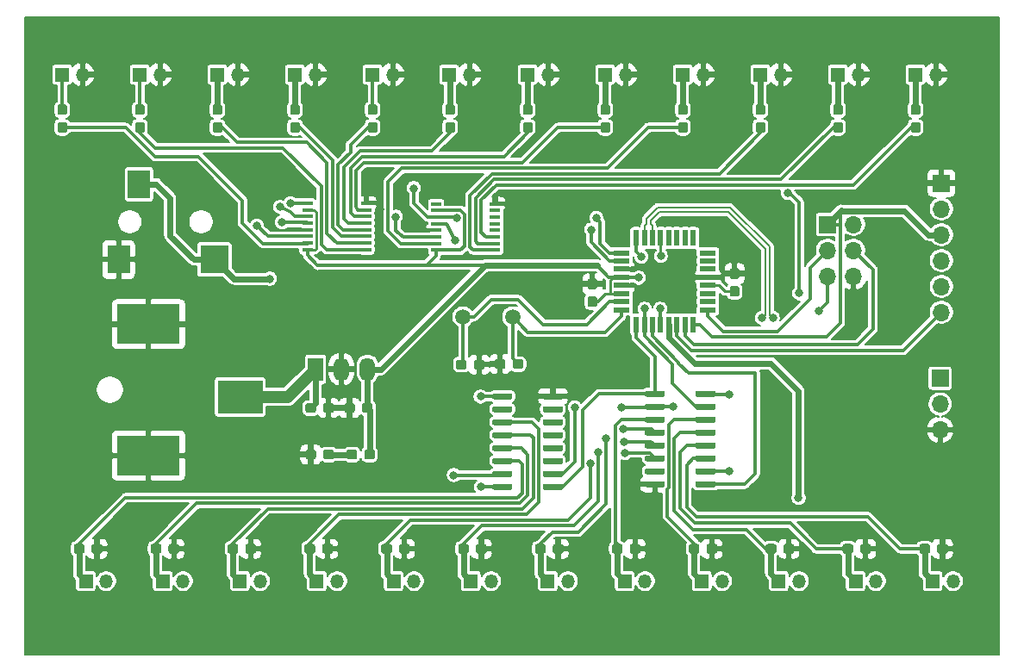
<source format=gbr>
G04 #@! TF.GenerationSoftware,KiCad,Pcbnew,5.1.5-52549c5~84~ubuntu18.04.1*
G04 #@! TF.CreationDate,2020-01-24T11:05:29-05:00*
G04 #@! TF.ProjectId,landfill_board_rev2,6c616e64-6669-46c6-9c5f-626f6172645f,rev?*
G04 #@! TF.SameCoordinates,Original*
G04 #@! TF.FileFunction,Copper,L1,Top*
G04 #@! TF.FilePolarity,Positive*
%FSLAX46Y46*%
G04 Gerber Fmt 4.6, Leading zero omitted, Abs format (unit mm)*
G04 Created by KiCad (PCBNEW 5.1.5-52549c5~84~ubuntu18.04.1) date 2020-01-24 11:05:29*
%MOMM*%
%LPD*%
G04 APERTURE LIST*
%ADD10R,1.700000X1.700000*%
%ADD11O,1.700000X1.700000*%
%ADD12C,0.100000*%
%ADD13R,1.350000X1.350000*%
%ADD14O,1.350000X1.350000*%
%ADD15R,6.200000X3.900000*%
%ADD16R,4.400000X3.300000*%
%ADD17R,0.550000X1.600000*%
%ADD18R,1.600000X0.550000*%
%ADD19R,1.000000X0.400000*%
%ADD20R,1.500000X2.300000*%
%ADD21O,1.500000X2.300000*%
%ADD22R,2.800000X2.800000*%
%ADD23R,2.200000X2.800000*%
%ADD24C,1.500000*%
%ADD25C,0.800000*%
%ADD26C,0.250000*%
%ADD27C,0.600000*%
%ADD28C,0.350000*%
%ADD29C,1.200000*%
%ADD30C,0.200000*%
%ADD31C,0.150000*%
G04 APERTURE END LIST*
D10*
X137287000Y-131191000D03*
D11*
X137287000Y-133731000D03*
X137287000Y-136271000D03*
G04 #@! TA.AperFunction,SMDPad,CuDef*
D12*
G36*
X103384779Y-121396144D02*
G01*
X103407834Y-121399563D01*
X103430443Y-121405227D01*
X103452387Y-121413079D01*
X103473457Y-121423044D01*
X103493448Y-121435026D01*
X103512168Y-121448910D01*
X103529438Y-121464562D01*
X103545090Y-121481832D01*
X103558974Y-121500552D01*
X103570956Y-121520543D01*
X103580921Y-121541613D01*
X103588773Y-121563557D01*
X103594437Y-121586166D01*
X103597856Y-121609221D01*
X103599000Y-121632500D01*
X103599000Y-122207500D01*
X103597856Y-122230779D01*
X103594437Y-122253834D01*
X103588773Y-122276443D01*
X103580921Y-122298387D01*
X103570956Y-122319457D01*
X103558974Y-122339448D01*
X103545090Y-122358168D01*
X103529438Y-122375438D01*
X103512168Y-122391090D01*
X103493448Y-122404974D01*
X103473457Y-122416956D01*
X103452387Y-122426921D01*
X103430443Y-122434773D01*
X103407834Y-122440437D01*
X103384779Y-122443856D01*
X103361500Y-122445000D01*
X102886500Y-122445000D01*
X102863221Y-122443856D01*
X102840166Y-122440437D01*
X102817557Y-122434773D01*
X102795613Y-122426921D01*
X102774543Y-122416956D01*
X102754552Y-122404974D01*
X102735832Y-122391090D01*
X102718562Y-122375438D01*
X102702910Y-122358168D01*
X102689026Y-122339448D01*
X102677044Y-122319457D01*
X102667079Y-122298387D01*
X102659227Y-122276443D01*
X102653563Y-122253834D01*
X102650144Y-122230779D01*
X102649000Y-122207500D01*
X102649000Y-121632500D01*
X102650144Y-121609221D01*
X102653563Y-121586166D01*
X102659227Y-121563557D01*
X102667079Y-121541613D01*
X102677044Y-121520543D01*
X102689026Y-121500552D01*
X102702910Y-121481832D01*
X102718562Y-121464562D01*
X102735832Y-121448910D01*
X102754552Y-121435026D01*
X102774543Y-121423044D01*
X102795613Y-121413079D01*
X102817557Y-121405227D01*
X102840166Y-121399563D01*
X102863221Y-121396144D01*
X102886500Y-121395000D01*
X103361500Y-121395000D01*
X103384779Y-121396144D01*
G37*
G04 #@! TD.AperFunction*
G04 #@! TA.AperFunction,SMDPad,CuDef*
G36*
X103384779Y-123146144D02*
G01*
X103407834Y-123149563D01*
X103430443Y-123155227D01*
X103452387Y-123163079D01*
X103473457Y-123173044D01*
X103493448Y-123185026D01*
X103512168Y-123198910D01*
X103529438Y-123214562D01*
X103545090Y-123231832D01*
X103558974Y-123250552D01*
X103570956Y-123270543D01*
X103580921Y-123291613D01*
X103588773Y-123313557D01*
X103594437Y-123336166D01*
X103597856Y-123359221D01*
X103599000Y-123382500D01*
X103599000Y-123957500D01*
X103597856Y-123980779D01*
X103594437Y-124003834D01*
X103588773Y-124026443D01*
X103580921Y-124048387D01*
X103570956Y-124069457D01*
X103558974Y-124089448D01*
X103545090Y-124108168D01*
X103529438Y-124125438D01*
X103512168Y-124141090D01*
X103493448Y-124154974D01*
X103473457Y-124166956D01*
X103452387Y-124176921D01*
X103430443Y-124184773D01*
X103407834Y-124190437D01*
X103384779Y-124193856D01*
X103361500Y-124195000D01*
X102886500Y-124195000D01*
X102863221Y-124193856D01*
X102840166Y-124190437D01*
X102817557Y-124184773D01*
X102795613Y-124176921D01*
X102774543Y-124166956D01*
X102754552Y-124154974D01*
X102735832Y-124141090D01*
X102718562Y-124125438D01*
X102702910Y-124108168D01*
X102689026Y-124089448D01*
X102677044Y-124069457D01*
X102667079Y-124048387D01*
X102659227Y-124026443D01*
X102653563Y-124003834D01*
X102650144Y-123980779D01*
X102649000Y-123957500D01*
X102649000Y-123382500D01*
X102650144Y-123359221D01*
X102653563Y-123336166D01*
X102659227Y-123313557D01*
X102667079Y-123291613D01*
X102677044Y-123270543D01*
X102689026Y-123250552D01*
X102702910Y-123231832D01*
X102718562Y-123214562D01*
X102735832Y-123198910D01*
X102754552Y-123185026D01*
X102774543Y-123173044D01*
X102795613Y-123163079D01*
X102817557Y-123155227D01*
X102840166Y-123149563D01*
X102863221Y-123146144D01*
X102886500Y-123145000D01*
X103361500Y-123145000D01*
X103384779Y-123146144D01*
G37*
G04 #@! TD.AperFunction*
G04 #@! TA.AperFunction,SMDPad,CuDef*
G36*
X117354779Y-122130144D02*
G01*
X117377834Y-122133563D01*
X117400443Y-122139227D01*
X117422387Y-122147079D01*
X117443457Y-122157044D01*
X117463448Y-122169026D01*
X117482168Y-122182910D01*
X117499438Y-122198562D01*
X117515090Y-122215832D01*
X117528974Y-122234552D01*
X117540956Y-122254543D01*
X117550921Y-122275613D01*
X117558773Y-122297557D01*
X117564437Y-122320166D01*
X117567856Y-122343221D01*
X117569000Y-122366500D01*
X117569000Y-122941500D01*
X117567856Y-122964779D01*
X117564437Y-122987834D01*
X117558773Y-123010443D01*
X117550921Y-123032387D01*
X117540956Y-123053457D01*
X117528974Y-123073448D01*
X117515090Y-123092168D01*
X117499438Y-123109438D01*
X117482168Y-123125090D01*
X117463448Y-123138974D01*
X117443457Y-123150956D01*
X117422387Y-123160921D01*
X117400443Y-123168773D01*
X117377834Y-123174437D01*
X117354779Y-123177856D01*
X117331500Y-123179000D01*
X116856500Y-123179000D01*
X116833221Y-123177856D01*
X116810166Y-123174437D01*
X116787557Y-123168773D01*
X116765613Y-123160921D01*
X116744543Y-123150956D01*
X116724552Y-123138974D01*
X116705832Y-123125090D01*
X116688562Y-123109438D01*
X116672910Y-123092168D01*
X116659026Y-123073448D01*
X116647044Y-123053457D01*
X116637079Y-123032387D01*
X116629227Y-123010443D01*
X116623563Y-122987834D01*
X116620144Y-122964779D01*
X116619000Y-122941500D01*
X116619000Y-122366500D01*
X116620144Y-122343221D01*
X116623563Y-122320166D01*
X116629227Y-122297557D01*
X116637079Y-122275613D01*
X116647044Y-122254543D01*
X116659026Y-122234552D01*
X116672910Y-122215832D01*
X116688562Y-122198562D01*
X116705832Y-122182910D01*
X116724552Y-122169026D01*
X116744543Y-122157044D01*
X116765613Y-122147079D01*
X116787557Y-122139227D01*
X116810166Y-122133563D01*
X116833221Y-122130144D01*
X116856500Y-122129000D01*
X117331500Y-122129000D01*
X117354779Y-122130144D01*
G37*
G04 #@! TD.AperFunction*
G04 #@! TA.AperFunction,SMDPad,CuDef*
G36*
X117354779Y-120380144D02*
G01*
X117377834Y-120383563D01*
X117400443Y-120389227D01*
X117422387Y-120397079D01*
X117443457Y-120407044D01*
X117463448Y-120419026D01*
X117482168Y-120432910D01*
X117499438Y-120448562D01*
X117515090Y-120465832D01*
X117528974Y-120484552D01*
X117540956Y-120504543D01*
X117550921Y-120525613D01*
X117558773Y-120547557D01*
X117564437Y-120570166D01*
X117567856Y-120593221D01*
X117569000Y-120616500D01*
X117569000Y-121191500D01*
X117567856Y-121214779D01*
X117564437Y-121237834D01*
X117558773Y-121260443D01*
X117550921Y-121282387D01*
X117540956Y-121303457D01*
X117528974Y-121323448D01*
X117515090Y-121342168D01*
X117499438Y-121359438D01*
X117482168Y-121375090D01*
X117463448Y-121388974D01*
X117443457Y-121400956D01*
X117422387Y-121410921D01*
X117400443Y-121418773D01*
X117377834Y-121424437D01*
X117354779Y-121427856D01*
X117331500Y-121429000D01*
X116856500Y-121429000D01*
X116833221Y-121427856D01*
X116810166Y-121424437D01*
X116787557Y-121418773D01*
X116765613Y-121410921D01*
X116744543Y-121400956D01*
X116724552Y-121388974D01*
X116705832Y-121375090D01*
X116688562Y-121359438D01*
X116672910Y-121342168D01*
X116659026Y-121323448D01*
X116647044Y-121303457D01*
X116637079Y-121282387D01*
X116629227Y-121260443D01*
X116623563Y-121237834D01*
X116620144Y-121214779D01*
X116619000Y-121191500D01*
X116619000Y-120616500D01*
X116620144Y-120593221D01*
X116623563Y-120570166D01*
X116629227Y-120547557D01*
X116637079Y-120525613D01*
X116647044Y-120504543D01*
X116659026Y-120484552D01*
X116672910Y-120465832D01*
X116688562Y-120448562D01*
X116705832Y-120432910D01*
X116724552Y-120419026D01*
X116744543Y-120407044D01*
X116765613Y-120397079D01*
X116787557Y-120389227D01*
X116810166Y-120383563D01*
X116833221Y-120380144D01*
X116856500Y-120379000D01*
X117331500Y-120379000D01*
X117354779Y-120380144D01*
G37*
G04 #@! TD.AperFunction*
G04 #@! TA.AperFunction,SMDPad,CuDef*
G36*
X75776779Y-133638144D02*
G01*
X75799834Y-133641563D01*
X75822443Y-133647227D01*
X75844387Y-133655079D01*
X75865457Y-133665044D01*
X75885448Y-133677026D01*
X75904168Y-133690910D01*
X75921438Y-133706562D01*
X75937090Y-133723832D01*
X75950974Y-133742552D01*
X75962956Y-133762543D01*
X75972921Y-133783613D01*
X75980773Y-133805557D01*
X75986437Y-133828166D01*
X75989856Y-133851221D01*
X75991000Y-133874500D01*
X75991000Y-134349500D01*
X75989856Y-134372779D01*
X75986437Y-134395834D01*
X75980773Y-134418443D01*
X75972921Y-134440387D01*
X75962956Y-134461457D01*
X75950974Y-134481448D01*
X75937090Y-134500168D01*
X75921438Y-134517438D01*
X75904168Y-134533090D01*
X75885448Y-134546974D01*
X75865457Y-134558956D01*
X75844387Y-134568921D01*
X75822443Y-134576773D01*
X75799834Y-134582437D01*
X75776779Y-134585856D01*
X75753500Y-134587000D01*
X75178500Y-134587000D01*
X75155221Y-134585856D01*
X75132166Y-134582437D01*
X75109557Y-134576773D01*
X75087613Y-134568921D01*
X75066543Y-134558956D01*
X75046552Y-134546974D01*
X75027832Y-134533090D01*
X75010562Y-134517438D01*
X74994910Y-134500168D01*
X74981026Y-134481448D01*
X74969044Y-134461457D01*
X74959079Y-134440387D01*
X74951227Y-134418443D01*
X74945563Y-134395834D01*
X74942144Y-134372779D01*
X74941000Y-134349500D01*
X74941000Y-133874500D01*
X74942144Y-133851221D01*
X74945563Y-133828166D01*
X74951227Y-133805557D01*
X74959079Y-133783613D01*
X74969044Y-133762543D01*
X74981026Y-133742552D01*
X74994910Y-133723832D01*
X75010562Y-133706562D01*
X75027832Y-133690910D01*
X75046552Y-133677026D01*
X75066543Y-133665044D01*
X75087613Y-133655079D01*
X75109557Y-133647227D01*
X75132166Y-133641563D01*
X75155221Y-133638144D01*
X75178500Y-133637000D01*
X75753500Y-133637000D01*
X75776779Y-133638144D01*
G37*
G04 #@! TD.AperFunction*
G04 #@! TA.AperFunction,SMDPad,CuDef*
G36*
X77526779Y-133638144D02*
G01*
X77549834Y-133641563D01*
X77572443Y-133647227D01*
X77594387Y-133655079D01*
X77615457Y-133665044D01*
X77635448Y-133677026D01*
X77654168Y-133690910D01*
X77671438Y-133706562D01*
X77687090Y-133723832D01*
X77700974Y-133742552D01*
X77712956Y-133762543D01*
X77722921Y-133783613D01*
X77730773Y-133805557D01*
X77736437Y-133828166D01*
X77739856Y-133851221D01*
X77741000Y-133874500D01*
X77741000Y-134349500D01*
X77739856Y-134372779D01*
X77736437Y-134395834D01*
X77730773Y-134418443D01*
X77722921Y-134440387D01*
X77712956Y-134461457D01*
X77700974Y-134481448D01*
X77687090Y-134500168D01*
X77671438Y-134517438D01*
X77654168Y-134533090D01*
X77635448Y-134546974D01*
X77615457Y-134558956D01*
X77594387Y-134568921D01*
X77572443Y-134576773D01*
X77549834Y-134582437D01*
X77526779Y-134585856D01*
X77503500Y-134587000D01*
X76928500Y-134587000D01*
X76905221Y-134585856D01*
X76882166Y-134582437D01*
X76859557Y-134576773D01*
X76837613Y-134568921D01*
X76816543Y-134558956D01*
X76796552Y-134546974D01*
X76777832Y-134533090D01*
X76760562Y-134517438D01*
X76744910Y-134500168D01*
X76731026Y-134481448D01*
X76719044Y-134461457D01*
X76709079Y-134440387D01*
X76701227Y-134418443D01*
X76695563Y-134395834D01*
X76692144Y-134372779D01*
X76691000Y-134349500D01*
X76691000Y-133874500D01*
X76692144Y-133851221D01*
X76695563Y-133828166D01*
X76701227Y-133805557D01*
X76709079Y-133783613D01*
X76719044Y-133762543D01*
X76731026Y-133742552D01*
X76744910Y-133723832D01*
X76760562Y-133706562D01*
X76777832Y-133690910D01*
X76796552Y-133677026D01*
X76816543Y-133665044D01*
X76837613Y-133655079D01*
X76859557Y-133647227D01*
X76882166Y-133641563D01*
X76905221Y-133638144D01*
X76928500Y-133637000D01*
X77503500Y-133637000D01*
X77526779Y-133638144D01*
G37*
G04 #@! TD.AperFunction*
G04 #@! TA.AperFunction,SMDPad,CuDef*
G36*
X79586779Y-133638144D02*
G01*
X79609834Y-133641563D01*
X79632443Y-133647227D01*
X79654387Y-133655079D01*
X79675457Y-133665044D01*
X79695448Y-133677026D01*
X79714168Y-133690910D01*
X79731438Y-133706562D01*
X79747090Y-133723832D01*
X79760974Y-133742552D01*
X79772956Y-133762543D01*
X79782921Y-133783613D01*
X79790773Y-133805557D01*
X79796437Y-133828166D01*
X79799856Y-133851221D01*
X79801000Y-133874500D01*
X79801000Y-134349500D01*
X79799856Y-134372779D01*
X79796437Y-134395834D01*
X79790773Y-134418443D01*
X79782921Y-134440387D01*
X79772956Y-134461457D01*
X79760974Y-134481448D01*
X79747090Y-134500168D01*
X79731438Y-134517438D01*
X79714168Y-134533090D01*
X79695448Y-134546974D01*
X79675457Y-134558956D01*
X79654387Y-134568921D01*
X79632443Y-134576773D01*
X79609834Y-134582437D01*
X79586779Y-134585856D01*
X79563500Y-134587000D01*
X78988500Y-134587000D01*
X78965221Y-134585856D01*
X78942166Y-134582437D01*
X78919557Y-134576773D01*
X78897613Y-134568921D01*
X78876543Y-134558956D01*
X78856552Y-134546974D01*
X78837832Y-134533090D01*
X78820562Y-134517438D01*
X78804910Y-134500168D01*
X78791026Y-134481448D01*
X78779044Y-134461457D01*
X78769079Y-134440387D01*
X78761227Y-134418443D01*
X78755563Y-134395834D01*
X78752144Y-134372779D01*
X78751000Y-134349500D01*
X78751000Y-133874500D01*
X78752144Y-133851221D01*
X78755563Y-133828166D01*
X78761227Y-133805557D01*
X78769079Y-133783613D01*
X78779044Y-133762543D01*
X78791026Y-133742552D01*
X78804910Y-133723832D01*
X78820562Y-133706562D01*
X78837832Y-133690910D01*
X78856552Y-133677026D01*
X78876543Y-133665044D01*
X78897613Y-133655079D01*
X78919557Y-133647227D01*
X78942166Y-133641563D01*
X78965221Y-133638144D01*
X78988500Y-133637000D01*
X79563500Y-133637000D01*
X79586779Y-133638144D01*
G37*
G04 #@! TD.AperFunction*
G04 #@! TA.AperFunction,SMDPad,CuDef*
G36*
X81336779Y-133638144D02*
G01*
X81359834Y-133641563D01*
X81382443Y-133647227D01*
X81404387Y-133655079D01*
X81425457Y-133665044D01*
X81445448Y-133677026D01*
X81464168Y-133690910D01*
X81481438Y-133706562D01*
X81497090Y-133723832D01*
X81510974Y-133742552D01*
X81522956Y-133762543D01*
X81532921Y-133783613D01*
X81540773Y-133805557D01*
X81546437Y-133828166D01*
X81549856Y-133851221D01*
X81551000Y-133874500D01*
X81551000Y-134349500D01*
X81549856Y-134372779D01*
X81546437Y-134395834D01*
X81540773Y-134418443D01*
X81532921Y-134440387D01*
X81522956Y-134461457D01*
X81510974Y-134481448D01*
X81497090Y-134500168D01*
X81481438Y-134517438D01*
X81464168Y-134533090D01*
X81445448Y-134546974D01*
X81425457Y-134558956D01*
X81404387Y-134568921D01*
X81382443Y-134576773D01*
X81359834Y-134582437D01*
X81336779Y-134585856D01*
X81313500Y-134587000D01*
X80738500Y-134587000D01*
X80715221Y-134585856D01*
X80692166Y-134582437D01*
X80669557Y-134576773D01*
X80647613Y-134568921D01*
X80626543Y-134558956D01*
X80606552Y-134546974D01*
X80587832Y-134533090D01*
X80570562Y-134517438D01*
X80554910Y-134500168D01*
X80541026Y-134481448D01*
X80529044Y-134461457D01*
X80519079Y-134440387D01*
X80511227Y-134418443D01*
X80505563Y-134395834D01*
X80502144Y-134372779D01*
X80501000Y-134349500D01*
X80501000Y-133874500D01*
X80502144Y-133851221D01*
X80505563Y-133828166D01*
X80511227Y-133805557D01*
X80519079Y-133783613D01*
X80529044Y-133762543D01*
X80541026Y-133742552D01*
X80554910Y-133723832D01*
X80570562Y-133706562D01*
X80587832Y-133690910D01*
X80606552Y-133677026D01*
X80626543Y-133665044D01*
X80647613Y-133655079D01*
X80669557Y-133647227D01*
X80692166Y-133641563D01*
X80715221Y-133638144D01*
X80738500Y-133637000D01*
X81313500Y-133637000D01*
X81336779Y-133638144D01*
G37*
G04 #@! TD.AperFunction*
G04 #@! TA.AperFunction,SMDPad,CuDef*
G36*
X75776779Y-138210144D02*
G01*
X75799834Y-138213563D01*
X75822443Y-138219227D01*
X75844387Y-138227079D01*
X75865457Y-138237044D01*
X75885448Y-138249026D01*
X75904168Y-138262910D01*
X75921438Y-138278562D01*
X75937090Y-138295832D01*
X75950974Y-138314552D01*
X75962956Y-138334543D01*
X75972921Y-138355613D01*
X75980773Y-138377557D01*
X75986437Y-138400166D01*
X75989856Y-138423221D01*
X75991000Y-138446500D01*
X75991000Y-138921500D01*
X75989856Y-138944779D01*
X75986437Y-138967834D01*
X75980773Y-138990443D01*
X75972921Y-139012387D01*
X75962956Y-139033457D01*
X75950974Y-139053448D01*
X75937090Y-139072168D01*
X75921438Y-139089438D01*
X75904168Y-139105090D01*
X75885448Y-139118974D01*
X75865457Y-139130956D01*
X75844387Y-139140921D01*
X75822443Y-139148773D01*
X75799834Y-139154437D01*
X75776779Y-139157856D01*
X75753500Y-139159000D01*
X75178500Y-139159000D01*
X75155221Y-139157856D01*
X75132166Y-139154437D01*
X75109557Y-139148773D01*
X75087613Y-139140921D01*
X75066543Y-139130956D01*
X75046552Y-139118974D01*
X75027832Y-139105090D01*
X75010562Y-139089438D01*
X74994910Y-139072168D01*
X74981026Y-139053448D01*
X74969044Y-139033457D01*
X74959079Y-139012387D01*
X74951227Y-138990443D01*
X74945563Y-138967834D01*
X74942144Y-138944779D01*
X74941000Y-138921500D01*
X74941000Y-138446500D01*
X74942144Y-138423221D01*
X74945563Y-138400166D01*
X74951227Y-138377557D01*
X74959079Y-138355613D01*
X74969044Y-138334543D01*
X74981026Y-138314552D01*
X74994910Y-138295832D01*
X75010562Y-138278562D01*
X75027832Y-138262910D01*
X75046552Y-138249026D01*
X75066543Y-138237044D01*
X75087613Y-138227079D01*
X75109557Y-138219227D01*
X75132166Y-138213563D01*
X75155221Y-138210144D01*
X75178500Y-138209000D01*
X75753500Y-138209000D01*
X75776779Y-138210144D01*
G37*
G04 #@! TD.AperFunction*
G04 #@! TA.AperFunction,SMDPad,CuDef*
G36*
X77526779Y-138210144D02*
G01*
X77549834Y-138213563D01*
X77572443Y-138219227D01*
X77594387Y-138227079D01*
X77615457Y-138237044D01*
X77635448Y-138249026D01*
X77654168Y-138262910D01*
X77671438Y-138278562D01*
X77687090Y-138295832D01*
X77700974Y-138314552D01*
X77712956Y-138334543D01*
X77722921Y-138355613D01*
X77730773Y-138377557D01*
X77736437Y-138400166D01*
X77739856Y-138423221D01*
X77741000Y-138446500D01*
X77741000Y-138921500D01*
X77739856Y-138944779D01*
X77736437Y-138967834D01*
X77730773Y-138990443D01*
X77722921Y-139012387D01*
X77712956Y-139033457D01*
X77700974Y-139053448D01*
X77687090Y-139072168D01*
X77671438Y-139089438D01*
X77654168Y-139105090D01*
X77635448Y-139118974D01*
X77615457Y-139130956D01*
X77594387Y-139140921D01*
X77572443Y-139148773D01*
X77549834Y-139154437D01*
X77526779Y-139157856D01*
X77503500Y-139159000D01*
X76928500Y-139159000D01*
X76905221Y-139157856D01*
X76882166Y-139154437D01*
X76859557Y-139148773D01*
X76837613Y-139140921D01*
X76816543Y-139130956D01*
X76796552Y-139118974D01*
X76777832Y-139105090D01*
X76760562Y-139089438D01*
X76744910Y-139072168D01*
X76731026Y-139053448D01*
X76719044Y-139033457D01*
X76709079Y-139012387D01*
X76701227Y-138990443D01*
X76695563Y-138967834D01*
X76692144Y-138944779D01*
X76691000Y-138921500D01*
X76691000Y-138446500D01*
X76692144Y-138423221D01*
X76695563Y-138400166D01*
X76701227Y-138377557D01*
X76709079Y-138355613D01*
X76719044Y-138334543D01*
X76731026Y-138314552D01*
X76744910Y-138295832D01*
X76760562Y-138278562D01*
X76777832Y-138262910D01*
X76796552Y-138249026D01*
X76816543Y-138237044D01*
X76837613Y-138227079D01*
X76859557Y-138219227D01*
X76882166Y-138213563D01*
X76905221Y-138210144D01*
X76928500Y-138209000D01*
X77503500Y-138209000D01*
X77526779Y-138210144D01*
G37*
G04 #@! TD.AperFunction*
D13*
X53372000Y-151130000D03*
D14*
X55372000Y-151130000D03*
D13*
X60934272Y-151130000D03*
D14*
X62934272Y-151130000D03*
D13*
X68496544Y-151130000D03*
D14*
X70496544Y-151130000D03*
D13*
X76058816Y-151130000D03*
D14*
X78058816Y-151130000D03*
D13*
X83621088Y-151130000D03*
D14*
X85621088Y-151130000D03*
D13*
X91183360Y-151130000D03*
D14*
X93183360Y-151130000D03*
D13*
X98745632Y-151130000D03*
D14*
X100745632Y-151130000D03*
D10*
X137414000Y-112014000D03*
D11*
X137414000Y-114554000D03*
X137414000Y-117094000D03*
X137414000Y-119634000D03*
X137414000Y-122174000D03*
X137414000Y-124714000D03*
D14*
X108307904Y-151130000D03*
D13*
X106307904Y-151130000D03*
X113870176Y-151130000D03*
D14*
X115870176Y-151130000D03*
D13*
X121432448Y-151130000D03*
D14*
X123432448Y-151130000D03*
D13*
X128994720Y-151130000D03*
D14*
X130994720Y-151130000D03*
D13*
X136557000Y-151130000D03*
D14*
X138557000Y-151130000D03*
X53054000Y-101346000D03*
D13*
X51054000Y-101346000D03*
D14*
X60674000Y-101346000D03*
D13*
X58674000Y-101346000D03*
D14*
X68294000Y-101346000D03*
D13*
X66294000Y-101346000D03*
D14*
X75914000Y-101346000D03*
D13*
X73914000Y-101346000D03*
D14*
X83534000Y-101346000D03*
D13*
X81534000Y-101346000D03*
X89059000Y-101346000D03*
D14*
X91059000Y-101346000D03*
X98774000Y-101346000D03*
D13*
X96774000Y-101346000D03*
D14*
X106394000Y-101346000D03*
D13*
X104394000Y-101346000D03*
D14*
X114014000Y-101346000D03*
D13*
X112014000Y-101346000D03*
D14*
X121634000Y-101346000D03*
D13*
X119634000Y-101346000D03*
D14*
X129254000Y-101346000D03*
D13*
X127254000Y-101346000D03*
D14*
X136874000Y-101346000D03*
D13*
X134874000Y-101346000D03*
D10*
X126238000Y-116078000D03*
D11*
X128778000Y-116078000D03*
X126238000Y-118618000D03*
X128778000Y-118618000D03*
X126238000Y-121158000D03*
X128778000Y-121158000D03*
D15*
X59538000Y-138784000D03*
X59538000Y-125884000D03*
D16*
X68538000Y-133034000D03*
G04 #@! TA.AperFunction,SMDPad,CuDef*
D12*
G36*
X54779779Y-147481144D02*
G01*
X54802834Y-147484563D01*
X54825443Y-147490227D01*
X54847387Y-147498079D01*
X54868457Y-147508044D01*
X54888448Y-147520026D01*
X54907168Y-147533910D01*
X54924438Y-147549562D01*
X54940090Y-147566832D01*
X54953974Y-147585552D01*
X54965956Y-147605543D01*
X54975921Y-147626613D01*
X54983773Y-147648557D01*
X54989437Y-147671166D01*
X54992856Y-147694221D01*
X54994000Y-147717500D01*
X54994000Y-148192500D01*
X54992856Y-148215779D01*
X54989437Y-148238834D01*
X54983773Y-148261443D01*
X54975921Y-148283387D01*
X54965956Y-148304457D01*
X54953974Y-148324448D01*
X54940090Y-148343168D01*
X54924438Y-148360438D01*
X54907168Y-148376090D01*
X54888448Y-148389974D01*
X54868457Y-148401956D01*
X54847387Y-148411921D01*
X54825443Y-148419773D01*
X54802834Y-148425437D01*
X54779779Y-148428856D01*
X54756500Y-148430000D01*
X54181500Y-148430000D01*
X54158221Y-148428856D01*
X54135166Y-148425437D01*
X54112557Y-148419773D01*
X54090613Y-148411921D01*
X54069543Y-148401956D01*
X54049552Y-148389974D01*
X54030832Y-148376090D01*
X54013562Y-148360438D01*
X53997910Y-148343168D01*
X53984026Y-148324448D01*
X53972044Y-148304457D01*
X53962079Y-148283387D01*
X53954227Y-148261443D01*
X53948563Y-148238834D01*
X53945144Y-148215779D01*
X53944000Y-148192500D01*
X53944000Y-147717500D01*
X53945144Y-147694221D01*
X53948563Y-147671166D01*
X53954227Y-147648557D01*
X53962079Y-147626613D01*
X53972044Y-147605543D01*
X53984026Y-147585552D01*
X53997910Y-147566832D01*
X54013562Y-147549562D01*
X54030832Y-147533910D01*
X54049552Y-147520026D01*
X54069543Y-147508044D01*
X54090613Y-147498079D01*
X54112557Y-147490227D01*
X54135166Y-147484563D01*
X54158221Y-147481144D01*
X54181500Y-147480000D01*
X54756500Y-147480000D01*
X54779779Y-147481144D01*
G37*
G04 #@! TD.AperFunction*
G04 #@! TA.AperFunction,SMDPad,CuDef*
G36*
X53029779Y-147481144D02*
G01*
X53052834Y-147484563D01*
X53075443Y-147490227D01*
X53097387Y-147498079D01*
X53118457Y-147508044D01*
X53138448Y-147520026D01*
X53157168Y-147533910D01*
X53174438Y-147549562D01*
X53190090Y-147566832D01*
X53203974Y-147585552D01*
X53215956Y-147605543D01*
X53225921Y-147626613D01*
X53233773Y-147648557D01*
X53239437Y-147671166D01*
X53242856Y-147694221D01*
X53244000Y-147717500D01*
X53244000Y-148192500D01*
X53242856Y-148215779D01*
X53239437Y-148238834D01*
X53233773Y-148261443D01*
X53225921Y-148283387D01*
X53215956Y-148304457D01*
X53203974Y-148324448D01*
X53190090Y-148343168D01*
X53174438Y-148360438D01*
X53157168Y-148376090D01*
X53138448Y-148389974D01*
X53118457Y-148401956D01*
X53097387Y-148411921D01*
X53075443Y-148419773D01*
X53052834Y-148425437D01*
X53029779Y-148428856D01*
X53006500Y-148430000D01*
X52431500Y-148430000D01*
X52408221Y-148428856D01*
X52385166Y-148425437D01*
X52362557Y-148419773D01*
X52340613Y-148411921D01*
X52319543Y-148401956D01*
X52299552Y-148389974D01*
X52280832Y-148376090D01*
X52263562Y-148360438D01*
X52247910Y-148343168D01*
X52234026Y-148324448D01*
X52222044Y-148304457D01*
X52212079Y-148283387D01*
X52204227Y-148261443D01*
X52198563Y-148238834D01*
X52195144Y-148215779D01*
X52194000Y-148192500D01*
X52194000Y-147717500D01*
X52195144Y-147694221D01*
X52198563Y-147671166D01*
X52204227Y-147648557D01*
X52212079Y-147626613D01*
X52222044Y-147605543D01*
X52234026Y-147585552D01*
X52247910Y-147566832D01*
X52263562Y-147549562D01*
X52280832Y-147533910D01*
X52299552Y-147520026D01*
X52319543Y-147508044D01*
X52340613Y-147498079D01*
X52362557Y-147490227D01*
X52385166Y-147484563D01*
X52408221Y-147481144D01*
X52431500Y-147480000D01*
X53006500Y-147480000D01*
X53029779Y-147481144D01*
G37*
G04 #@! TD.AperFunction*
G04 #@! TA.AperFunction,SMDPad,CuDef*
G36*
X62330506Y-147481144D02*
G01*
X62353561Y-147484563D01*
X62376170Y-147490227D01*
X62398114Y-147498079D01*
X62419184Y-147508044D01*
X62439175Y-147520026D01*
X62457895Y-147533910D01*
X62475165Y-147549562D01*
X62490817Y-147566832D01*
X62504701Y-147585552D01*
X62516683Y-147605543D01*
X62526648Y-147626613D01*
X62534500Y-147648557D01*
X62540164Y-147671166D01*
X62543583Y-147694221D01*
X62544727Y-147717500D01*
X62544727Y-148192500D01*
X62543583Y-148215779D01*
X62540164Y-148238834D01*
X62534500Y-148261443D01*
X62526648Y-148283387D01*
X62516683Y-148304457D01*
X62504701Y-148324448D01*
X62490817Y-148343168D01*
X62475165Y-148360438D01*
X62457895Y-148376090D01*
X62439175Y-148389974D01*
X62419184Y-148401956D01*
X62398114Y-148411921D01*
X62376170Y-148419773D01*
X62353561Y-148425437D01*
X62330506Y-148428856D01*
X62307227Y-148430000D01*
X61732227Y-148430000D01*
X61708948Y-148428856D01*
X61685893Y-148425437D01*
X61663284Y-148419773D01*
X61641340Y-148411921D01*
X61620270Y-148401956D01*
X61600279Y-148389974D01*
X61581559Y-148376090D01*
X61564289Y-148360438D01*
X61548637Y-148343168D01*
X61534753Y-148324448D01*
X61522771Y-148304457D01*
X61512806Y-148283387D01*
X61504954Y-148261443D01*
X61499290Y-148238834D01*
X61495871Y-148215779D01*
X61494727Y-148192500D01*
X61494727Y-147717500D01*
X61495871Y-147694221D01*
X61499290Y-147671166D01*
X61504954Y-147648557D01*
X61512806Y-147626613D01*
X61522771Y-147605543D01*
X61534753Y-147585552D01*
X61548637Y-147566832D01*
X61564289Y-147549562D01*
X61581559Y-147533910D01*
X61600279Y-147520026D01*
X61620270Y-147508044D01*
X61641340Y-147498079D01*
X61663284Y-147490227D01*
X61685893Y-147484563D01*
X61708948Y-147481144D01*
X61732227Y-147480000D01*
X62307227Y-147480000D01*
X62330506Y-147481144D01*
G37*
G04 #@! TD.AperFunction*
G04 #@! TA.AperFunction,SMDPad,CuDef*
G36*
X60580506Y-147481144D02*
G01*
X60603561Y-147484563D01*
X60626170Y-147490227D01*
X60648114Y-147498079D01*
X60669184Y-147508044D01*
X60689175Y-147520026D01*
X60707895Y-147533910D01*
X60725165Y-147549562D01*
X60740817Y-147566832D01*
X60754701Y-147585552D01*
X60766683Y-147605543D01*
X60776648Y-147626613D01*
X60784500Y-147648557D01*
X60790164Y-147671166D01*
X60793583Y-147694221D01*
X60794727Y-147717500D01*
X60794727Y-148192500D01*
X60793583Y-148215779D01*
X60790164Y-148238834D01*
X60784500Y-148261443D01*
X60776648Y-148283387D01*
X60766683Y-148304457D01*
X60754701Y-148324448D01*
X60740817Y-148343168D01*
X60725165Y-148360438D01*
X60707895Y-148376090D01*
X60689175Y-148389974D01*
X60669184Y-148401956D01*
X60648114Y-148411921D01*
X60626170Y-148419773D01*
X60603561Y-148425437D01*
X60580506Y-148428856D01*
X60557227Y-148430000D01*
X59982227Y-148430000D01*
X59958948Y-148428856D01*
X59935893Y-148425437D01*
X59913284Y-148419773D01*
X59891340Y-148411921D01*
X59870270Y-148401956D01*
X59850279Y-148389974D01*
X59831559Y-148376090D01*
X59814289Y-148360438D01*
X59798637Y-148343168D01*
X59784753Y-148324448D01*
X59772771Y-148304457D01*
X59762806Y-148283387D01*
X59754954Y-148261443D01*
X59749290Y-148238834D01*
X59745871Y-148215779D01*
X59744727Y-148192500D01*
X59744727Y-147717500D01*
X59745871Y-147694221D01*
X59749290Y-147671166D01*
X59754954Y-147648557D01*
X59762806Y-147626613D01*
X59772771Y-147605543D01*
X59784753Y-147585552D01*
X59798637Y-147566832D01*
X59814289Y-147549562D01*
X59831559Y-147533910D01*
X59850279Y-147520026D01*
X59870270Y-147508044D01*
X59891340Y-147498079D01*
X59913284Y-147490227D01*
X59935893Y-147484563D01*
X59958948Y-147481144D01*
X59982227Y-147480000D01*
X60557227Y-147480000D01*
X60580506Y-147481144D01*
G37*
G04 #@! TD.AperFunction*
G04 #@! TA.AperFunction,SMDPad,CuDef*
G36*
X69881233Y-147481144D02*
G01*
X69904288Y-147484563D01*
X69926897Y-147490227D01*
X69948841Y-147498079D01*
X69969911Y-147508044D01*
X69989902Y-147520026D01*
X70008622Y-147533910D01*
X70025892Y-147549562D01*
X70041544Y-147566832D01*
X70055428Y-147585552D01*
X70067410Y-147605543D01*
X70077375Y-147626613D01*
X70085227Y-147648557D01*
X70090891Y-147671166D01*
X70094310Y-147694221D01*
X70095454Y-147717500D01*
X70095454Y-148192500D01*
X70094310Y-148215779D01*
X70090891Y-148238834D01*
X70085227Y-148261443D01*
X70077375Y-148283387D01*
X70067410Y-148304457D01*
X70055428Y-148324448D01*
X70041544Y-148343168D01*
X70025892Y-148360438D01*
X70008622Y-148376090D01*
X69989902Y-148389974D01*
X69969911Y-148401956D01*
X69948841Y-148411921D01*
X69926897Y-148419773D01*
X69904288Y-148425437D01*
X69881233Y-148428856D01*
X69857954Y-148430000D01*
X69282954Y-148430000D01*
X69259675Y-148428856D01*
X69236620Y-148425437D01*
X69214011Y-148419773D01*
X69192067Y-148411921D01*
X69170997Y-148401956D01*
X69151006Y-148389974D01*
X69132286Y-148376090D01*
X69115016Y-148360438D01*
X69099364Y-148343168D01*
X69085480Y-148324448D01*
X69073498Y-148304457D01*
X69063533Y-148283387D01*
X69055681Y-148261443D01*
X69050017Y-148238834D01*
X69046598Y-148215779D01*
X69045454Y-148192500D01*
X69045454Y-147717500D01*
X69046598Y-147694221D01*
X69050017Y-147671166D01*
X69055681Y-147648557D01*
X69063533Y-147626613D01*
X69073498Y-147605543D01*
X69085480Y-147585552D01*
X69099364Y-147566832D01*
X69115016Y-147549562D01*
X69132286Y-147533910D01*
X69151006Y-147520026D01*
X69170997Y-147508044D01*
X69192067Y-147498079D01*
X69214011Y-147490227D01*
X69236620Y-147484563D01*
X69259675Y-147481144D01*
X69282954Y-147480000D01*
X69857954Y-147480000D01*
X69881233Y-147481144D01*
G37*
G04 #@! TD.AperFunction*
G04 #@! TA.AperFunction,SMDPad,CuDef*
G36*
X68131233Y-147481144D02*
G01*
X68154288Y-147484563D01*
X68176897Y-147490227D01*
X68198841Y-147498079D01*
X68219911Y-147508044D01*
X68239902Y-147520026D01*
X68258622Y-147533910D01*
X68275892Y-147549562D01*
X68291544Y-147566832D01*
X68305428Y-147585552D01*
X68317410Y-147605543D01*
X68327375Y-147626613D01*
X68335227Y-147648557D01*
X68340891Y-147671166D01*
X68344310Y-147694221D01*
X68345454Y-147717500D01*
X68345454Y-148192500D01*
X68344310Y-148215779D01*
X68340891Y-148238834D01*
X68335227Y-148261443D01*
X68327375Y-148283387D01*
X68317410Y-148304457D01*
X68305428Y-148324448D01*
X68291544Y-148343168D01*
X68275892Y-148360438D01*
X68258622Y-148376090D01*
X68239902Y-148389974D01*
X68219911Y-148401956D01*
X68198841Y-148411921D01*
X68176897Y-148419773D01*
X68154288Y-148425437D01*
X68131233Y-148428856D01*
X68107954Y-148430000D01*
X67532954Y-148430000D01*
X67509675Y-148428856D01*
X67486620Y-148425437D01*
X67464011Y-148419773D01*
X67442067Y-148411921D01*
X67420997Y-148401956D01*
X67401006Y-148389974D01*
X67382286Y-148376090D01*
X67365016Y-148360438D01*
X67349364Y-148343168D01*
X67335480Y-148324448D01*
X67323498Y-148304457D01*
X67313533Y-148283387D01*
X67305681Y-148261443D01*
X67300017Y-148238834D01*
X67296598Y-148215779D01*
X67295454Y-148192500D01*
X67295454Y-147717500D01*
X67296598Y-147694221D01*
X67300017Y-147671166D01*
X67305681Y-147648557D01*
X67313533Y-147626613D01*
X67323498Y-147605543D01*
X67335480Y-147585552D01*
X67349364Y-147566832D01*
X67365016Y-147549562D01*
X67382286Y-147533910D01*
X67401006Y-147520026D01*
X67420997Y-147508044D01*
X67442067Y-147498079D01*
X67464011Y-147490227D01*
X67486620Y-147484563D01*
X67509675Y-147481144D01*
X67532954Y-147480000D01*
X68107954Y-147480000D01*
X68131233Y-147481144D01*
G37*
G04 #@! TD.AperFunction*
G04 #@! TA.AperFunction,SMDPad,CuDef*
G36*
X77431960Y-147481144D02*
G01*
X77455015Y-147484563D01*
X77477624Y-147490227D01*
X77499568Y-147498079D01*
X77520638Y-147508044D01*
X77540629Y-147520026D01*
X77559349Y-147533910D01*
X77576619Y-147549562D01*
X77592271Y-147566832D01*
X77606155Y-147585552D01*
X77618137Y-147605543D01*
X77628102Y-147626613D01*
X77635954Y-147648557D01*
X77641618Y-147671166D01*
X77645037Y-147694221D01*
X77646181Y-147717500D01*
X77646181Y-148192500D01*
X77645037Y-148215779D01*
X77641618Y-148238834D01*
X77635954Y-148261443D01*
X77628102Y-148283387D01*
X77618137Y-148304457D01*
X77606155Y-148324448D01*
X77592271Y-148343168D01*
X77576619Y-148360438D01*
X77559349Y-148376090D01*
X77540629Y-148389974D01*
X77520638Y-148401956D01*
X77499568Y-148411921D01*
X77477624Y-148419773D01*
X77455015Y-148425437D01*
X77431960Y-148428856D01*
X77408681Y-148430000D01*
X76833681Y-148430000D01*
X76810402Y-148428856D01*
X76787347Y-148425437D01*
X76764738Y-148419773D01*
X76742794Y-148411921D01*
X76721724Y-148401956D01*
X76701733Y-148389974D01*
X76683013Y-148376090D01*
X76665743Y-148360438D01*
X76650091Y-148343168D01*
X76636207Y-148324448D01*
X76624225Y-148304457D01*
X76614260Y-148283387D01*
X76606408Y-148261443D01*
X76600744Y-148238834D01*
X76597325Y-148215779D01*
X76596181Y-148192500D01*
X76596181Y-147717500D01*
X76597325Y-147694221D01*
X76600744Y-147671166D01*
X76606408Y-147648557D01*
X76614260Y-147626613D01*
X76624225Y-147605543D01*
X76636207Y-147585552D01*
X76650091Y-147566832D01*
X76665743Y-147549562D01*
X76683013Y-147533910D01*
X76701733Y-147520026D01*
X76721724Y-147508044D01*
X76742794Y-147498079D01*
X76764738Y-147490227D01*
X76787347Y-147484563D01*
X76810402Y-147481144D01*
X76833681Y-147480000D01*
X77408681Y-147480000D01*
X77431960Y-147481144D01*
G37*
G04 #@! TD.AperFunction*
G04 #@! TA.AperFunction,SMDPad,CuDef*
G36*
X75681960Y-147481144D02*
G01*
X75705015Y-147484563D01*
X75727624Y-147490227D01*
X75749568Y-147498079D01*
X75770638Y-147508044D01*
X75790629Y-147520026D01*
X75809349Y-147533910D01*
X75826619Y-147549562D01*
X75842271Y-147566832D01*
X75856155Y-147585552D01*
X75868137Y-147605543D01*
X75878102Y-147626613D01*
X75885954Y-147648557D01*
X75891618Y-147671166D01*
X75895037Y-147694221D01*
X75896181Y-147717500D01*
X75896181Y-148192500D01*
X75895037Y-148215779D01*
X75891618Y-148238834D01*
X75885954Y-148261443D01*
X75878102Y-148283387D01*
X75868137Y-148304457D01*
X75856155Y-148324448D01*
X75842271Y-148343168D01*
X75826619Y-148360438D01*
X75809349Y-148376090D01*
X75790629Y-148389974D01*
X75770638Y-148401956D01*
X75749568Y-148411921D01*
X75727624Y-148419773D01*
X75705015Y-148425437D01*
X75681960Y-148428856D01*
X75658681Y-148430000D01*
X75083681Y-148430000D01*
X75060402Y-148428856D01*
X75037347Y-148425437D01*
X75014738Y-148419773D01*
X74992794Y-148411921D01*
X74971724Y-148401956D01*
X74951733Y-148389974D01*
X74933013Y-148376090D01*
X74915743Y-148360438D01*
X74900091Y-148343168D01*
X74886207Y-148324448D01*
X74874225Y-148304457D01*
X74864260Y-148283387D01*
X74856408Y-148261443D01*
X74850744Y-148238834D01*
X74847325Y-148215779D01*
X74846181Y-148192500D01*
X74846181Y-147717500D01*
X74847325Y-147694221D01*
X74850744Y-147671166D01*
X74856408Y-147648557D01*
X74864260Y-147626613D01*
X74874225Y-147605543D01*
X74886207Y-147585552D01*
X74900091Y-147566832D01*
X74915743Y-147549562D01*
X74933013Y-147533910D01*
X74951733Y-147520026D01*
X74971724Y-147508044D01*
X74992794Y-147498079D01*
X75014738Y-147490227D01*
X75037347Y-147484563D01*
X75060402Y-147481144D01*
X75083681Y-147480000D01*
X75658681Y-147480000D01*
X75681960Y-147481144D01*
G37*
G04 #@! TD.AperFunction*
G04 #@! TA.AperFunction,SMDPad,CuDef*
G36*
X84982687Y-147481144D02*
G01*
X85005742Y-147484563D01*
X85028351Y-147490227D01*
X85050295Y-147498079D01*
X85071365Y-147508044D01*
X85091356Y-147520026D01*
X85110076Y-147533910D01*
X85127346Y-147549562D01*
X85142998Y-147566832D01*
X85156882Y-147585552D01*
X85168864Y-147605543D01*
X85178829Y-147626613D01*
X85186681Y-147648557D01*
X85192345Y-147671166D01*
X85195764Y-147694221D01*
X85196908Y-147717500D01*
X85196908Y-148192500D01*
X85195764Y-148215779D01*
X85192345Y-148238834D01*
X85186681Y-148261443D01*
X85178829Y-148283387D01*
X85168864Y-148304457D01*
X85156882Y-148324448D01*
X85142998Y-148343168D01*
X85127346Y-148360438D01*
X85110076Y-148376090D01*
X85091356Y-148389974D01*
X85071365Y-148401956D01*
X85050295Y-148411921D01*
X85028351Y-148419773D01*
X85005742Y-148425437D01*
X84982687Y-148428856D01*
X84959408Y-148430000D01*
X84384408Y-148430000D01*
X84361129Y-148428856D01*
X84338074Y-148425437D01*
X84315465Y-148419773D01*
X84293521Y-148411921D01*
X84272451Y-148401956D01*
X84252460Y-148389974D01*
X84233740Y-148376090D01*
X84216470Y-148360438D01*
X84200818Y-148343168D01*
X84186934Y-148324448D01*
X84174952Y-148304457D01*
X84164987Y-148283387D01*
X84157135Y-148261443D01*
X84151471Y-148238834D01*
X84148052Y-148215779D01*
X84146908Y-148192500D01*
X84146908Y-147717500D01*
X84148052Y-147694221D01*
X84151471Y-147671166D01*
X84157135Y-147648557D01*
X84164987Y-147626613D01*
X84174952Y-147605543D01*
X84186934Y-147585552D01*
X84200818Y-147566832D01*
X84216470Y-147549562D01*
X84233740Y-147533910D01*
X84252460Y-147520026D01*
X84272451Y-147508044D01*
X84293521Y-147498079D01*
X84315465Y-147490227D01*
X84338074Y-147484563D01*
X84361129Y-147481144D01*
X84384408Y-147480000D01*
X84959408Y-147480000D01*
X84982687Y-147481144D01*
G37*
G04 #@! TD.AperFunction*
G04 #@! TA.AperFunction,SMDPad,CuDef*
G36*
X83232687Y-147481144D02*
G01*
X83255742Y-147484563D01*
X83278351Y-147490227D01*
X83300295Y-147498079D01*
X83321365Y-147508044D01*
X83341356Y-147520026D01*
X83360076Y-147533910D01*
X83377346Y-147549562D01*
X83392998Y-147566832D01*
X83406882Y-147585552D01*
X83418864Y-147605543D01*
X83428829Y-147626613D01*
X83436681Y-147648557D01*
X83442345Y-147671166D01*
X83445764Y-147694221D01*
X83446908Y-147717500D01*
X83446908Y-148192500D01*
X83445764Y-148215779D01*
X83442345Y-148238834D01*
X83436681Y-148261443D01*
X83428829Y-148283387D01*
X83418864Y-148304457D01*
X83406882Y-148324448D01*
X83392998Y-148343168D01*
X83377346Y-148360438D01*
X83360076Y-148376090D01*
X83341356Y-148389974D01*
X83321365Y-148401956D01*
X83300295Y-148411921D01*
X83278351Y-148419773D01*
X83255742Y-148425437D01*
X83232687Y-148428856D01*
X83209408Y-148430000D01*
X82634408Y-148430000D01*
X82611129Y-148428856D01*
X82588074Y-148425437D01*
X82565465Y-148419773D01*
X82543521Y-148411921D01*
X82522451Y-148401956D01*
X82502460Y-148389974D01*
X82483740Y-148376090D01*
X82466470Y-148360438D01*
X82450818Y-148343168D01*
X82436934Y-148324448D01*
X82424952Y-148304457D01*
X82414987Y-148283387D01*
X82407135Y-148261443D01*
X82401471Y-148238834D01*
X82398052Y-148215779D01*
X82396908Y-148192500D01*
X82396908Y-147717500D01*
X82398052Y-147694221D01*
X82401471Y-147671166D01*
X82407135Y-147648557D01*
X82414987Y-147626613D01*
X82424952Y-147605543D01*
X82436934Y-147585552D01*
X82450818Y-147566832D01*
X82466470Y-147549562D01*
X82483740Y-147533910D01*
X82502460Y-147520026D01*
X82522451Y-147508044D01*
X82543521Y-147498079D01*
X82565465Y-147490227D01*
X82588074Y-147484563D01*
X82611129Y-147481144D01*
X82634408Y-147480000D01*
X83209408Y-147480000D01*
X83232687Y-147481144D01*
G37*
G04 #@! TD.AperFunction*
G04 #@! TA.AperFunction,SMDPad,CuDef*
G36*
X92533414Y-147481144D02*
G01*
X92556469Y-147484563D01*
X92579078Y-147490227D01*
X92601022Y-147498079D01*
X92622092Y-147508044D01*
X92642083Y-147520026D01*
X92660803Y-147533910D01*
X92678073Y-147549562D01*
X92693725Y-147566832D01*
X92707609Y-147585552D01*
X92719591Y-147605543D01*
X92729556Y-147626613D01*
X92737408Y-147648557D01*
X92743072Y-147671166D01*
X92746491Y-147694221D01*
X92747635Y-147717500D01*
X92747635Y-148192500D01*
X92746491Y-148215779D01*
X92743072Y-148238834D01*
X92737408Y-148261443D01*
X92729556Y-148283387D01*
X92719591Y-148304457D01*
X92707609Y-148324448D01*
X92693725Y-148343168D01*
X92678073Y-148360438D01*
X92660803Y-148376090D01*
X92642083Y-148389974D01*
X92622092Y-148401956D01*
X92601022Y-148411921D01*
X92579078Y-148419773D01*
X92556469Y-148425437D01*
X92533414Y-148428856D01*
X92510135Y-148430000D01*
X91935135Y-148430000D01*
X91911856Y-148428856D01*
X91888801Y-148425437D01*
X91866192Y-148419773D01*
X91844248Y-148411921D01*
X91823178Y-148401956D01*
X91803187Y-148389974D01*
X91784467Y-148376090D01*
X91767197Y-148360438D01*
X91751545Y-148343168D01*
X91737661Y-148324448D01*
X91725679Y-148304457D01*
X91715714Y-148283387D01*
X91707862Y-148261443D01*
X91702198Y-148238834D01*
X91698779Y-148215779D01*
X91697635Y-148192500D01*
X91697635Y-147717500D01*
X91698779Y-147694221D01*
X91702198Y-147671166D01*
X91707862Y-147648557D01*
X91715714Y-147626613D01*
X91725679Y-147605543D01*
X91737661Y-147585552D01*
X91751545Y-147566832D01*
X91767197Y-147549562D01*
X91784467Y-147533910D01*
X91803187Y-147520026D01*
X91823178Y-147508044D01*
X91844248Y-147498079D01*
X91866192Y-147490227D01*
X91888801Y-147484563D01*
X91911856Y-147481144D01*
X91935135Y-147480000D01*
X92510135Y-147480000D01*
X92533414Y-147481144D01*
G37*
G04 #@! TD.AperFunction*
G04 #@! TA.AperFunction,SMDPad,CuDef*
G36*
X90783414Y-147481144D02*
G01*
X90806469Y-147484563D01*
X90829078Y-147490227D01*
X90851022Y-147498079D01*
X90872092Y-147508044D01*
X90892083Y-147520026D01*
X90910803Y-147533910D01*
X90928073Y-147549562D01*
X90943725Y-147566832D01*
X90957609Y-147585552D01*
X90969591Y-147605543D01*
X90979556Y-147626613D01*
X90987408Y-147648557D01*
X90993072Y-147671166D01*
X90996491Y-147694221D01*
X90997635Y-147717500D01*
X90997635Y-148192500D01*
X90996491Y-148215779D01*
X90993072Y-148238834D01*
X90987408Y-148261443D01*
X90979556Y-148283387D01*
X90969591Y-148304457D01*
X90957609Y-148324448D01*
X90943725Y-148343168D01*
X90928073Y-148360438D01*
X90910803Y-148376090D01*
X90892083Y-148389974D01*
X90872092Y-148401956D01*
X90851022Y-148411921D01*
X90829078Y-148419773D01*
X90806469Y-148425437D01*
X90783414Y-148428856D01*
X90760135Y-148430000D01*
X90185135Y-148430000D01*
X90161856Y-148428856D01*
X90138801Y-148425437D01*
X90116192Y-148419773D01*
X90094248Y-148411921D01*
X90073178Y-148401956D01*
X90053187Y-148389974D01*
X90034467Y-148376090D01*
X90017197Y-148360438D01*
X90001545Y-148343168D01*
X89987661Y-148324448D01*
X89975679Y-148304457D01*
X89965714Y-148283387D01*
X89957862Y-148261443D01*
X89952198Y-148238834D01*
X89948779Y-148215779D01*
X89947635Y-148192500D01*
X89947635Y-147717500D01*
X89948779Y-147694221D01*
X89952198Y-147671166D01*
X89957862Y-147648557D01*
X89965714Y-147626613D01*
X89975679Y-147605543D01*
X89987661Y-147585552D01*
X90001545Y-147566832D01*
X90017197Y-147549562D01*
X90034467Y-147533910D01*
X90053187Y-147520026D01*
X90073178Y-147508044D01*
X90094248Y-147498079D01*
X90116192Y-147490227D01*
X90138801Y-147484563D01*
X90161856Y-147481144D01*
X90185135Y-147480000D01*
X90760135Y-147480000D01*
X90783414Y-147481144D01*
G37*
G04 #@! TD.AperFunction*
G04 #@! TA.AperFunction,SMDPad,CuDef*
G36*
X100084141Y-147481144D02*
G01*
X100107196Y-147484563D01*
X100129805Y-147490227D01*
X100151749Y-147498079D01*
X100172819Y-147508044D01*
X100192810Y-147520026D01*
X100211530Y-147533910D01*
X100228800Y-147549562D01*
X100244452Y-147566832D01*
X100258336Y-147585552D01*
X100270318Y-147605543D01*
X100280283Y-147626613D01*
X100288135Y-147648557D01*
X100293799Y-147671166D01*
X100297218Y-147694221D01*
X100298362Y-147717500D01*
X100298362Y-148192500D01*
X100297218Y-148215779D01*
X100293799Y-148238834D01*
X100288135Y-148261443D01*
X100280283Y-148283387D01*
X100270318Y-148304457D01*
X100258336Y-148324448D01*
X100244452Y-148343168D01*
X100228800Y-148360438D01*
X100211530Y-148376090D01*
X100192810Y-148389974D01*
X100172819Y-148401956D01*
X100151749Y-148411921D01*
X100129805Y-148419773D01*
X100107196Y-148425437D01*
X100084141Y-148428856D01*
X100060862Y-148430000D01*
X99485862Y-148430000D01*
X99462583Y-148428856D01*
X99439528Y-148425437D01*
X99416919Y-148419773D01*
X99394975Y-148411921D01*
X99373905Y-148401956D01*
X99353914Y-148389974D01*
X99335194Y-148376090D01*
X99317924Y-148360438D01*
X99302272Y-148343168D01*
X99288388Y-148324448D01*
X99276406Y-148304457D01*
X99266441Y-148283387D01*
X99258589Y-148261443D01*
X99252925Y-148238834D01*
X99249506Y-148215779D01*
X99248362Y-148192500D01*
X99248362Y-147717500D01*
X99249506Y-147694221D01*
X99252925Y-147671166D01*
X99258589Y-147648557D01*
X99266441Y-147626613D01*
X99276406Y-147605543D01*
X99288388Y-147585552D01*
X99302272Y-147566832D01*
X99317924Y-147549562D01*
X99335194Y-147533910D01*
X99353914Y-147520026D01*
X99373905Y-147508044D01*
X99394975Y-147498079D01*
X99416919Y-147490227D01*
X99439528Y-147484563D01*
X99462583Y-147481144D01*
X99485862Y-147480000D01*
X100060862Y-147480000D01*
X100084141Y-147481144D01*
G37*
G04 #@! TD.AperFunction*
G04 #@! TA.AperFunction,SMDPad,CuDef*
G36*
X98334141Y-147481144D02*
G01*
X98357196Y-147484563D01*
X98379805Y-147490227D01*
X98401749Y-147498079D01*
X98422819Y-147508044D01*
X98442810Y-147520026D01*
X98461530Y-147533910D01*
X98478800Y-147549562D01*
X98494452Y-147566832D01*
X98508336Y-147585552D01*
X98520318Y-147605543D01*
X98530283Y-147626613D01*
X98538135Y-147648557D01*
X98543799Y-147671166D01*
X98547218Y-147694221D01*
X98548362Y-147717500D01*
X98548362Y-148192500D01*
X98547218Y-148215779D01*
X98543799Y-148238834D01*
X98538135Y-148261443D01*
X98530283Y-148283387D01*
X98520318Y-148304457D01*
X98508336Y-148324448D01*
X98494452Y-148343168D01*
X98478800Y-148360438D01*
X98461530Y-148376090D01*
X98442810Y-148389974D01*
X98422819Y-148401956D01*
X98401749Y-148411921D01*
X98379805Y-148419773D01*
X98357196Y-148425437D01*
X98334141Y-148428856D01*
X98310862Y-148430000D01*
X97735862Y-148430000D01*
X97712583Y-148428856D01*
X97689528Y-148425437D01*
X97666919Y-148419773D01*
X97644975Y-148411921D01*
X97623905Y-148401956D01*
X97603914Y-148389974D01*
X97585194Y-148376090D01*
X97567924Y-148360438D01*
X97552272Y-148343168D01*
X97538388Y-148324448D01*
X97526406Y-148304457D01*
X97516441Y-148283387D01*
X97508589Y-148261443D01*
X97502925Y-148238834D01*
X97499506Y-148215779D01*
X97498362Y-148192500D01*
X97498362Y-147717500D01*
X97499506Y-147694221D01*
X97502925Y-147671166D01*
X97508589Y-147648557D01*
X97516441Y-147626613D01*
X97526406Y-147605543D01*
X97538388Y-147585552D01*
X97552272Y-147566832D01*
X97567924Y-147549562D01*
X97585194Y-147533910D01*
X97603914Y-147520026D01*
X97623905Y-147508044D01*
X97644975Y-147498079D01*
X97666919Y-147490227D01*
X97689528Y-147484563D01*
X97712583Y-147481144D01*
X97735862Y-147480000D01*
X98310862Y-147480000D01*
X98334141Y-147481144D01*
G37*
G04 #@! TD.AperFunction*
G04 #@! TA.AperFunction,SMDPad,CuDef*
G36*
X105884868Y-147481144D02*
G01*
X105907923Y-147484563D01*
X105930532Y-147490227D01*
X105952476Y-147498079D01*
X105973546Y-147508044D01*
X105993537Y-147520026D01*
X106012257Y-147533910D01*
X106029527Y-147549562D01*
X106045179Y-147566832D01*
X106059063Y-147585552D01*
X106071045Y-147605543D01*
X106081010Y-147626613D01*
X106088862Y-147648557D01*
X106094526Y-147671166D01*
X106097945Y-147694221D01*
X106099089Y-147717500D01*
X106099089Y-148192500D01*
X106097945Y-148215779D01*
X106094526Y-148238834D01*
X106088862Y-148261443D01*
X106081010Y-148283387D01*
X106071045Y-148304457D01*
X106059063Y-148324448D01*
X106045179Y-148343168D01*
X106029527Y-148360438D01*
X106012257Y-148376090D01*
X105993537Y-148389974D01*
X105973546Y-148401956D01*
X105952476Y-148411921D01*
X105930532Y-148419773D01*
X105907923Y-148425437D01*
X105884868Y-148428856D01*
X105861589Y-148430000D01*
X105286589Y-148430000D01*
X105263310Y-148428856D01*
X105240255Y-148425437D01*
X105217646Y-148419773D01*
X105195702Y-148411921D01*
X105174632Y-148401956D01*
X105154641Y-148389974D01*
X105135921Y-148376090D01*
X105118651Y-148360438D01*
X105102999Y-148343168D01*
X105089115Y-148324448D01*
X105077133Y-148304457D01*
X105067168Y-148283387D01*
X105059316Y-148261443D01*
X105053652Y-148238834D01*
X105050233Y-148215779D01*
X105049089Y-148192500D01*
X105049089Y-147717500D01*
X105050233Y-147694221D01*
X105053652Y-147671166D01*
X105059316Y-147648557D01*
X105067168Y-147626613D01*
X105077133Y-147605543D01*
X105089115Y-147585552D01*
X105102999Y-147566832D01*
X105118651Y-147549562D01*
X105135921Y-147533910D01*
X105154641Y-147520026D01*
X105174632Y-147508044D01*
X105195702Y-147498079D01*
X105217646Y-147490227D01*
X105240255Y-147484563D01*
X105263310Y-147481144D01*
X105286589Y-147480000D01*
X105861589Y-147480000D01*
X105884868Y-147481144D01*
G37*
G04 #@! TD.AperFunction*
G04 #@! TA.AperFunction,SMDPad,CuDef*
G36*
X107634868Y-147481144D02*
G01*
X107657923Y-147484563D01*
X107680532Y-147490227D01*
X107702476Y-147498079D01*
X107723546Y-147508044D01*
X107743537Y-147520026D01*
X107762257Y-147533910D01*
X107779527Y-147549562D01*
X107795179Y-147566832D01*
X107809063Y-147585552D01*
X107821045Y-147605543D01*
X107831010Y-147626613D01*
X107838862Y-147648557D01*
X107844526Y-147671166D01*
X107847945Y-147694221D01*
X107849089Y-147717500D01*
X107849089Y-148192500D01*
X107847945Y-148215779D01*
X107844526Y-148238834D01*
X107838862Y-148261443D01*
X107831010Y-148283387D01*
X107821045Y-148304457D01*
X107809063Y-148324448D01*
X107795179Y-148343168D01*
X107779527Y-148360438D01*
X107762257Y-148376090D01*
X107743537Y-148389974D01*
X107723546Y-148401956D01*
X107702476Y-148411921D01*
X107680532Y-148419773D01*
X107657923Y-148425437D01*
X107634868Y-148428856D01*
X107611589Y-148430000D01*
X107036589Y-148430000D01*
X107013310Y-148428856D01*
X106990255Y-148425437D01*
X106967646Y-148419773D01*
X106945702Y-148411921D01*
X106924632Y-148401956D01*
X106904641Y-148389974D01*
X106885921Y-148376090D01*
X106868651Y-148360438D01*
X106852999Y-148343168D01*
X106839115Y-148324448D01*
X106827133Y-148304457D01*
X106817168Y-148283387D01*
X106809316Y-148261443D01*
X106803652Y-148238834D01*
X106800233Y-148215779D01*
X106799089Y-148192500D01*
X106799089Y-147717500D01*
X106800233Y-147694221D01*
X106803652Y-147671166D01*
X106809316Y-147648557D01*
X106817168Y-147626613D01*
X106827133Y-147605543D01*
X106839115Y-147585552D01*
X106852999Y-147566832D01*
X106868651Y-147549562D01*
X106885921Y-147533910D01*
X106904641Y-147520026D01*
X106924632Y-147508044D01*
X106945702Y-147498079D01*
X106967646Y-147490227D01*
X106990255Y-147484563D01*
X107013310Y-147481144D01*
X107036589Y-147480000D01*
X107611589Y-147480000D01*
X107634868Y-147481144D01*
G37*
G04 #@! TD.AperFunction*
G04 #@! TA.AperFunction,SMDPad,CuDef*
G36*
X113435595Y-147481144D02*
G01*
X113458650Y-147484563D01*
X113481259Y-147490227D01*
X113503203Y-147498079D01*
X113524273Y-147508044D01*
X113544264Y-147520026D01*
X113562984Y-147533910D01*
X113580254Y-147549562D01*
X113595906Y-147566832D01*
X113609790Y-147585552D01*
X113621772Y-147605543D01*
X113631737Y-147626613D01*
X113639589Y-147648557D01*
X113645253Y-147671166D01*
X113648672Y-147694221D01*
X113649816Y-147717500D01*
X113649816Y-148192500D01*
X113648672Y-148215779D01*
X113645253Y-148238834D01*
X113639589Y-148261443D01*
X113631737Y-148283387D01*
X113621772Y-148304457D01*
X113609790Y-148324448D01*
X113595906Y-148343168D01*
X113580254Y-148360438D01*
X113562984Y-148376090D01*
X113544264Y-148389974D01*
X113524273Y-148401956D01*
X113503203Y-148411921D01*
X113481259Y-148419773D01*
X113458650Y-148425437D01*
X113435595Y-148428856D01*
X113412316Y-148430000D01*
X112837316Y-148430000D01*
X112814037Y-148428856D01*
X112790982Y-148425437D01*
X112768373Y-148419773D01*
X112746429Y-148411921D01*
X112725359Y-148401956D01*
X112705368Y-148389974D01*
X112686648Y-148376090D01*
X112669378Y-148360438D01*
X112653726Y-148343168D01*
X112639842Y-148324448D01*
X112627860Y-148304457D01*
X112617895Y-148283387D01*
X112610043Y-148261443D01*
X112604379Y-148238834D01*
X112600960Y-148215779D01*
X112599816Y-148192500D01*
X112599816Y-147717500D01*
X112600960Y-147694221D01*
X112604379Y-147671166D01*
X112610043Y-147648557D01*
X112617895Y-147626613D01*
X112627860Y-147605543D01*
X112639842Y-147585552D01*
X112653726Y-147566832D01*
X112669378Y-147549562D01*
X112686648Y-147533910D01*
X112705368Y-147520026D01*
X112725359Y-147508044D01*
X112746429Y-147498079D01*
X112768373Y-147490227D01*
X112790982Y-147484563D01*
X112814037Y-147481144D01*
X112837316Y-147480000D01*
X113412316Y-147480000D01*
X113435595Y-147481144D01*
G37*
G04 #@! TD.AperFunction*
G04 #@! TA.AperFunction,SMDPad,CuDef*
G36*
X115185595Y-147481144D02*
G01*
X115208650Y-147484563D01*
X115231259Y-147490227D01*
X115253203Y-147498079D01*
X115274273Y-147508044D01*
X115294264Y-147520026D01*
X115312984Y-147533910D01*
X115330254Y-147549562D01*
X115345906Y-147566832D01*
X115359790Y-147585552D01*
X115371772Y-147605543D01*
X115381737Y-147626613D01*
X115389589Y-147648557D01*
X115395253Y-147671166D01*
X115398672Y-147694221D01*
X115399816Y-147717500D01*
X115399816Y-148192500D01*
X115398672Y-148215779D01*
X115395253Y-148238834D01*
X115389589Y-148261443D01*
X115381737Y-148283387D01*
X115371772Y-148304457D01*
X115359790Y-148324448D01*
X115345906Y-148343168D01*
X115330254Y-148360438D01*
X115312984Y-148376090D01*
X115294264Y-148389974D01*
X115274273Y-148401956D01*
X115253203Y-148411921D01*
X115231259Y-148419773D01*
X115208650Y-148425437D01*
X115185595Y-148428856D01*
X115162316Y-148430000D01*
X114587316Y-148430000D01*
X114564037Y-148428856D01*
X114540982Y-148425437D01*
X114518373Y-148419773D01*
X114496429Y-148411921D01*
X114475359Y-148401956D01*
X114455368Y-148389974D01*
X114436648Y-148376090D01*
X114419378Y-148360438D01*
X114403726Y-148343168D01*
X114389842Y-148324448D01*
X114377860Y-148304457D01*
X114367895Y-148283387D01*
X114360043Y-148261443D01*
X114354379Y-148238834D01*
X114350960Y-148215779D01*
X114349816Y-148192500D01*
X114349816Y-147717500D01*
X114350960Y-147694221D01*
X114354379Y-147671166D01*
X114360043Y-147648557D01*
X114367895Y-147626613D01*
X114377860Y-147605543D01*
X114389842Y-147585552D01*
X114403726Y-147566832D01*
X114419378Y-147549562D01*
X114436648Y-147533910D01*
X114455368Y-147520026D01*
X114475359Y-147508044D01*
X114496429Y-147498079D01*
X114518373Y-147490227D01*
X114540982Y-147484563D01*
X114564037Y-147481144D01*
X114587316Y-147480000D01*
X115162316Y-147480000D01*
X115185595Y-147481144D01*
G37*
G04 #@! TD.AperFunction*
G04 #@! TA.AperFunction,SMDPad,CuDef*
G36*
X120986322Y-147481144D02*
G01*
X121009377Y-147484563D01*
X121031986Y-147490227D01*
X121053930Y-147498079D01*
X121075000Y-147508044D01*
X121094991Y-147520026D01*
X121113711Y-147533910D01*
X121130981Y-147549562D01*
X121146633Y-147566832D01*
X121160517Y-147585552D01*
X121172499Y-147605543D01*
X121182464Y-147626613D01*
X121190316Y-147648557D01*
X121195980Y-147671166D01*
X121199399Y-147694221D01*
X121200543Y-147717500D01*
X121200543Y-148192500D01*
X121199399Y-148215779D01*
X121195980Y-148238834D01*
X121190316Y-148261443D01*
X121182464Y-148283387D01*
X121172499Y-148304457D01*
X121160517Y-148324448D01*
X121146633Y-148343168D01*
X121130981Y-148360438D01*
X121113711Y-148376090D01*
X121094991Y-148389974D01*
X121075000Y-148401956D01*
X121053930Y-148411921D01*
X121031986Y-148419773D01*
X121009377Y-148425437D01*
X120986322Y-148428856D01*
X120963043Y-148430000D01*
X120388043Y-148430000D01*
X120364764Y-148428856D01*
X120341709Y-148425437D01*
X120319100Y-148419773D01*
X120297156Y-148411921D01*
X120276086Y-148401956D01*
X120256095Y-148389974D01*
X120237375Y-148376090D01*
X120220105Y-148360438D01*
X120204453Y-148343168D01*
X120190569Y-148324448D01*
X120178587Y-148304457D01*
X120168622Y-148283387D01*
X120160770Y-148261443D01*
X120155106Y-148238834D01*
X120151687Y-148215779D01*
X120150543Y-148192500D01*
X120150543Y-147717500D01*
X120151687Y-147694221D01*
X120155106Y-147671166D01*
X120160770Y-147648557D01*
X120168622Y-147626613D01*
X120178587Y-147605543D01*
X120190569Y-147585552D01*
X120204453Y-147566832D01*
X120220105Y-147549562D01*
X120237375Y-147533910D01*
X120256095Y-147520026D01*
X120276086Y-147508044D01*
X120297156Y-147498079D01*
X120319100Y-147490227D01*
X120341709Y-147484563D01*
X120364764Y-147481144D01*
X120388043Y-147480000D01*
X120963043Y-147480000D01*
X120986322Y-147481144D01*
G37*
G04 #@! TD.AperFunction*
G04 #@! TA.AperFunction,SMDPad,CuDef*
G36*
X122736322Y-147481144D02*
G01*
X122759377Y-147484563D01*
X122781986Y-147490227D01*
X122803930Y-147498079D01*
X122825000Y-147508044D01*
X122844991Y-147520026D01*
X122863711Y-147533910D01*
X122880981Y-147549562D01*
X122896633Y-147566832D01*
X122910517Y-147585552D01*
X122922499Y-147605543D01*
X122932464Y-147626613D01*
X122940316Y-147648557D01*
X122945980Y-147671166D01*
X122949399Y-147694221D01*
X122950543Y-147717500D01*
X122950543Y-148192500D01*
X122949399Y-148215779D01*
X122945980Y-148238834D01*
X122940316Y-148261443D01*
X122932464Y-148283387D01*
X122922499Y-148304457D01*
X122910517Y-148324448D01*
X122896633Y-148343168D01*
X122880981Y-148360438D01*
X122863711Y-148376090D01*
X122844991Y-148389974D01*
X122825000Y-148401956D01*
X122803930Y-148411921D01*
X122781986Y-148419773D01*
X122759377Y-148425437D01*
X122736322Y-148428856D01*
X122713043Y-148430000D01*
X122138043Y-148430000D01*
X122114764Y-148428856D01*
X122091709Y-148425437D01*
X122069100Y-148419773D01*
X122047156Y-148411921D01*
X122026086Y-148401956D01*
X122006095Y-148389974D01*
X121987375Y-148376090D01*
X121970105Y-148360438D01*
X121954453Y-148343168D01*
X121940569Y-148324448D01*
X121928587Y-148304457D01*
X121918622Y-148283387D01*
X121910770Y-148261443D01*
X121905106Y-148238834D01*
X121901687Y-148215779D01*
X121900543Y-148192500D01*
X121900543Y-147717500D01*
X121901687Y-147694221D01*
X121905106Y-147671166D01*
X121910770Y-147648557D01*
X121918622Y-147626613D01*
X121928587Y-147605543D01*
X121940569Y-147585552D01*
X121954453Y-147566832D01*
X121970105Y-147549562D01*
X121987375Y-147533910D01*
X122006095Y-147520026D01*
X122026086Y-147508044D01*
X122047156Y-147498079D01*
X122069100Y-147490227D01*
X122091709Y-147484563D01*
X122114764Y-147481144D01*
X122138043Y-147480000D01*
X122713043Y-147480000D01*
X122736322Y-147481144D01*
G37*
G04 #@! TD.AperFunction*
G04 #@! TA.AperFunction,SMDPad,CuDef*
G36*
X128537049Y-147481144D02*
G01*
X128560104Y-147484563D01*
X128582713Y-147490227D01*
X128604657Y-147498079D01*
X128625727Y-147508044D01*
X128645718Y-147520026D01*
X128664438Y-147533910D01*
X128681708Y-147549562D01*
X128697360Y-147566832D01*
X128711244Y-147585552D01*
X128723226Y-147605543D01*
X128733191Y-147626613D01*
X128741043Y-147648557D01*
X128746707Y-147671166D01*
X128750126Y-147694221D01*
X128751270Y-147717500D01*
X128751270Y-148192500D01*
X128750126Y-148215779D01*
X128746707Y-148238834D01*
X128741043Y-148261443D01*
X128733191Y-148283387D01*
X128723226Y-148304457D01*
X128711244Y-148324448D01*
X128697360Y-148343168D01*
X128681708Y-148360438D01*
X128664438Y-148376090D01*
X128645718Y-148389974D01*
X128625727Y-148401956D01*
X128604657Y-148411921D01*
X128582713Y-148419773D01*
X128560104Y-148425437D01*
X128537049Y-148428856D01*
X128513770Y-148430000D01*
X127938770Y-148430000D01*
X127915491Y-148428856D01*
X127892436Y-148425437D01*
X127869827Y-148419773D01*
X127847883Y-148411921D01*
X127826813Y-148401956D01*
X127806822Y-148389974D01*
X127788102Y-148376090D01*
X127770832Y-148360438D01*
X127755180Y-148343168D01*
X127741296Y-148324448D01*
X127729314Y-148304457D01*
X127719349Y-148283387D01*
X127711497Y-148261443D01*
X127705833Y-148238834D01*
X127702414Y-148215779D01*
X127701270Y-148192500D01*
X127701270Y-147717500D01*
X127702414Y-147694221D01*
X127705833Y-147671166D01*
X127711497Y-147648557D01*
X127719349Y-147626613D01*
X127729314Y-147605543D01*
X127741296Y-147585552D01*
X127755180Y-147566832D01*
X127770832Y-147549562D01*
X127788102Y-147533910D01*
X127806822Y-147520026D01*
X127826813Y-147508044D01*
X127847883Y-147498079D01*
X127869827Y-147490227D01*
X127892436Y-147484563D01*
X127915491Y-147481144D01*
X127938770Y-147480000D01*
X128513770Y-147480000D01*
X128537049Y-147481144D01*
G37*
G04 #@! TD.AperFunction*
G04 #@! TA.AperFunction,SMDPad,CuDef*
G36*
X130287049Y-147481144D02*
G01*
X130310104Y-147484563D01*
X130332713Y-147490227D01*
X130354657Y-147498079D01*
X130375727Y-147508044D01*
X130395718Y-147520026D01*
X130414438Y-147533910D01*
X130431708Y-147549562D01*
X130447360Y-147566832D01*
X130461244Y-147585552D01*
X130473226Y-147605543D01*
X130483191Y-147626613D01*
X130491043Y-147648557D01*
X130496707Y-147671166D01*
X130500126Y-147694221D01*
X130501270Y-147717500D01*
X130501270Y-148192500D01*
X130500126Y-148215779D01*
X130496707Y-148238834D01*
X130491043Y-148261443D01*
X130483191Y-148283387D01*
X130473226Y-148304457D01*
X130461244Y-148324448D01*
X130447360Y-148343168D01*
X130431708Y-148360438D01*
X130414438Y-148376090D01*
X130395718Y-148389974D01*
X130375727Y-148401956D01*
X130354657Y-148411921D01*
X130332713Y-148419773D01*
X130310104Y-148425437D01*
X130287049Y-148428856D01*
X130263770Y-148430000D01*
X129688770Y-148430000D01*
X129665491Y-148428856D01*
X129642436Y-148425437D01*
X129619827Y-148419773D01*
X129597883Y-148411921D01*
X129576813Y-148401956D01*
X129556822Y-148389974D01*
X129538102Y-148376090D01*
X129520832Y-148360438D01*
X129505180Y-148343168D01*
X129491296Y-148324448D01*
X129479314Y-148304457D01*
X129469349Y-148283387D01*
X129461497Y-148261443D01*
X129455833Y-148238834D01*
X129452414Y-148215779D01*
X129451270Y-148192500D01*
X129451270Y-147717500D01*
X129452414Y-147694221D01*
X129455833Y-147671166D01*
X129461497Y-147648557D01*
X129469349Y-147626613D01*
X129479314Y-147605543D01*
X129491296Y-147585552D01*
X129505180Y-147566832D01*
X129520832Y-147549562D01*
X129538102Y-147533910D01*
X129556822Y-147520026D01*
X129576813Y-147508044D01*
X129597883Y-147498079D01*
X129619827Y-147490227D01*
X129642436Y-147484563D01*
X129665491Y-147481144D01*
X129688770Y-147480000D01*
X130263770Y-147480000D01*
X130287049Y-147481144D01*
G37*
G04 #@! TD.AperFunction*
G04 #@! TA.AperFunction,SMDPad,CuDef*
G36*
X136087779Y-147481144D02*
G01*
X136110834Y-147484563D01*
X136133443Y-147490227D01*
X136155387Y-147498079D01*
X136176457Y-147508044D01*
X136196448Y-147520026D01*
X136215168Y-147533910D01*
X136232438Y-147549562D01*
X136248090Y-147566832D01*
X136261974Y-147585552D01*
X136273956Y-147605543D01*
X136283921Y-147626613D01*
X136291773Y-147648557D01*
X136297437Y-147671166D01*
X136300856Y-147694221D01*
X136302000Y-147717500D01*
X136302000Y-148192500D01*
X136300856Y-148215779D01*
X136297437Y-148238834D01*
X136291773Y-148261443D01*
X136283921Y-148283387D01*
X136273956Y-148304457D01*
X136261974Y-148324448D01*
X136248090Y-148343168D01*
X136232438Y-148360438D01*
X136215168Y-148376090D01*
X136196448Y-148389974D01*
X136176457Y-148401956D01*
X136155387Y-148411921D01*
X136133443Y-148419773D01*
X136110834Y-148425437D01*
X136087779Y-148428856D01*
X136064500Y-148430000D01*
X135489500Y-148430000D01*
X135466221Y-148428856D01*
X135443166Y-148425437D01*
X135420557Y-148419773D01*
X135398613Y-148411921D01*
X135377543Y-148401956D01*
X135357552Y-148389974D01*
X135338832Y-148376090D01*
X135321562Y-148360438D01*
X135305910Y-148343168D01*
X135292026Y-148324448D01*
X135280044Y-148304457D01*
X135270079Y-148283387D01*
X135262227Y-148261443D01*
X135256563Y-148238834D01*
X135253144Y-148215779D01*
X135252000Y-148192500D01*
X135252000Y-147717500D01*
X135253144Y-147694221D01*
X135256563Y-147671166D01*
X135262227Y-147648557D01*
X135270079Y-147626613D01*
X135280044Y-147605543D01*
X135292026Y-147585552D01*
X135305910Y-147566832D01*
X135321562Y-147549562D01*
X135338832Y-147533910D01*
X135357552Y-147520026D01*
X135377543Y-147508044D01*
X135398613Y-147498079D01*
X135420557Y-147490227D01*
X135443166Y-147484563D01*
X135466221Y-147481144D01*
X135489500Y-147480000D01*
X136064500Y-147480000D01*
X136087779Y-147481144D01*
G37*
G04 #@! TD.AperFunction*
G04 #@! TA.AperFunction,SMDPad,CuDef*
G36*
X137837779Y-147481144D02*
G01*
X137860834Y-147484563D01*
X137883443Y-147490227D01*
X137905387Y-147498079D01*
X137926457Y-147508044D01*
X137946448Y-147520026D01*
X137965168Y-147533910D01*
X137982438Y-147549562D01*
X137998090Y-147566832D01*
X138011974Y-147585552D01*
X138023956Y-147605543D01*
X138033921Y-147626613D01*
X138041773Y-147648557D01*
X138047437Y-147671166D01*
X138050856Y-147694221D01*
X138052000Y-147717500D01*
X138052000Y-148192500D01*
X138050856Y-148215779D01*
X138047437Y-148238834D01*
X138041773Y-148261443D01*
X138033921Y-148283387D01*
X138023956Y-148304457D01*
X138011974Y-148324448D01*
X137998090Y-148343168D01*
X137982438Y-148360438D01*
X137965168Y-148376090D01*
X137946448Y-148389974D01*
X137926457Y-148401956D01*
X137905387Y-148411921D01*
X137883443Y-148419773D01*
X137860834Y-148425437D01*
X137837779Y-148428856D01*
X137814500Y-148430000D01*
X137239500Y-148430000D01*
X137216221Y-148428856D01*
X137193166Y-148425437D01*
X137170557Y-148419773D01*
X137148613Y-148411921D01*
X137127543Y-148401956D01*
X137107552Y-148389974D01*
X137088832Y-148376090D01*
X137071562Y-148360438D01*
X137055910Y-148343168D01*
X137042026Y-148324448D01*
X137030044Y-148304457D01*
X137020079Y-148283387D01*
X137012227Y-148261443D01*
X137006563Y-148238834D01*
X137003144Y-148215779D01*
X137002000Y-148192500D01*
X137002000Y-147717500D01*
X137003144Y-147694221D01*
X137006563Y-147671166D01*
X137012227Y-147648557D01*
X137020079Y-147626613D01*
X137030044Y-147605543D01*
X137042026Y-147585552D01*
X137055910Y-147566832D01*
X137071562Y-147549562D01*
X137088832Y-147533910D01*
X137107552Y-147520026D01*
X137127543Y-147508044D01*
X137148613Y-147498079D01*
X137170557Y-147490227D01*
X137193166Y-147484563D01*
X137216221Y-147481144D01*
X137239500Y-147480000D01*
X137814500Y-147480000D01*
X137837779Y-147481144D01*
G37*
G04 #@! TD.AperFunction*
G04 #@! TA.AperFunction,SMDPad,CuDef*
G36*
X51314779Y-104265144D02*
G01*
X51337834Y-104268563D01*
X51360443Y-104274227D01*
X51382387Y-104282079D01*
X51403457Y-104292044D01*
X51423448Y-104304026D01*
X51442168Y-104317910D01*
X51459438Y-104333562D01*
X51475090Y-104350832D01*
X51488974Y-104369552D01*
X51500956Y-104389543D01*
X51510921Y-104410613D01*
X51518773Y-104432557D01*
X51524437Y-104455166D01*
X51527856Y-104478221D01*
X51529000Y-104501500D01*
X51529000Y-105076500D01*
X51527856Y-105099779D01*
X51524437Y-105122834D01*
X51518773Y-105145443D01*
X51510921Y-105167387D01*
X51500956Y-105188457D01*
X51488974Y-105208448D01*
X51475090Y-105227168D01*
X51459438Y-105244438D01*
X51442168Y-105260090D01*
X51423448Y-105273974D01*
X51403457Y-105285956D01*
X51382387Y-105295921D01*
X51360443Y-105303773D01*
X51337834Y-105309437D01*
X51314779Y-105312856D01*
X51291500Y-105314000D01*
X50816500Y-105314000D01*
X50793221Y-105312856D01*
X50770166Y-105309437D01*
X50747557Y-105303773D01*
X50725613Y-105295921D01*
X50704543Y-105285956D01*
X50684552Y-105273974D01*
X50665832Y-105260090D01*
X50648562Y-105244438D01*
X50632910Y-105227168D01*
X50619026Y-105208448D01*
X50607044Y-105188457D01*
X50597079Y-105167387D01*
X50589227Y-105145443D01*
X50583563Y-105122834D01*
X50580144Y-105099779D01*
X50579000Y-105076500D01*
X50579000Y-104501500D01*
X50580144Y-104478221D01*
X50583563Y-104455166D01*
X50589227Y-104432557D01*
X50597079Y-104410613D01*
X50607044Y-104389543D01*
X50619026Y-104369552D01*
X50632910Y-104350832D01*
X50648562Y-104333562D01*
X50665832Y-104317910D01*
X50684552Y-104304026D01*
X50704543Y-104292044D01*
X50725613Y-104282079D01*
X50747557Y-104274227D01*
X50770166Y-104268563D01*
X50793221Y-104265144D01*
X50816500Y-104264000D01*
X51291500Y-104264000D01*
X51314779Y-104265144D01*
G37*
G04 #@! TD.AperFunction*
G04 #@! TA.AperFunction,SMDPad,CuDef*
G36*
X51314779Y-106015144D02*
G01*
X51337834Y-106018563D01*
X51360443Y-106024227D01*
X51382387Y-106032079D01*
X51403457Y-106042044D01*
X51423448Y-106054026D01*
X51442168Y-106067910D01*
X51459438Y-106083562D01*
X51475090Y-106100832D01*
X51488974Y-106119552D01*
X51500956Y-106139543D01*
X51510921Y-106160613D01*
X51518773Y-106182557D01*
X51524437Y-106205166D01*
X51527856Y-106228221D01*
X51529000Y-106251500D01*
X51529000Y-106826500D01*
X51527856Y-106849779D01*
X51524437Y-106872834D01*
X51518773Y-106895443D01*
X51510921Y-106917387D01*
X51500956Y-106938457D01*
X51488974Y-106958448D01*
X51475090Y-106977168D01*
X51459438Y-106994438D01*
X51442168Y-107010090D01*
X51423448Y-107023974D01*
X51403457Y-107035956D01*
X51382387Y-107045921D01*
X51360443Y-107053773D01*
X51337834Y-107059437D01*
X51314779Y-107062856D01*
X51291500Y-107064000D01*
X50816500Y-107064000D01*
X50793221Y-107062856D01*
X50770166Y-107059437D01*
X50747557Y-107053773D01*
X50725613Y-107045921D01*
X50704543Y-107035956D01*
X50684552Y-107023974D01*
X50665832Y-107010090D01*
X50648562Y-106994438D01*
X50632910Y-106977168D01*
X50619026Y-106958448D01*
X50607044Y-106938457D01*
X50597079Y-106917387D01*
X50589227Y-106895443D01*
X50583563Y-106872834D01*
X50580144Y-106849779D01*
X50579000Y-106826500D01*
X50579000Y-106251500D01*
X50580144Y-106228221D01*
X50583563Y-106205166D01*
X50589227Y-106182557D01*
X50597079Y-106160613D01*
X50607044Y-106139543D01*
X50619026Y-106119552D01*
X50632910Y-106100832D01*
X50648562Y-106083562D01*
X50665832Y-106067910D01*
X50684552Y-106054026D01*
X50704543Y-106042044D01*
X50725613Y-106032079D01*
X50747557Y-106024227D01*
X50770166Y-106018563D01*
X50793221Y-106015144D01*
X50816500Y-106014000D01*
X51291500Y-106014000D01*
X51314779Y-106015144D01*
G37*
G04 #@! TD.AperFunction*
G04 #@! TA.AperFunction,SMDPad,CuDef*
G36*
X58934779Y-104265144D02*
G01*
X58957834Y-104268563D01*
X58980443Y-104274227D01*
X59002387Y-104282079D01*
X59023457Y-104292044D01*
X59043448Y-104304026D01*
X59062168Y-104317910D01*
X59079438Y-104333562D01*
X59095090Y-104350832D01*
X59108974Y-104369552D01*
X59120956Y-104389543D01*
X59130921Y-104410613D01*
X59138773Y-104432557D01*
X59144437Y-104455166D01*
X59147856Y-104478221D01*
X59149000Y-104501500D01*
X59149000Y-105076500D01*
X59147856Y-105099779D01*
X59144437Y-105122834D01*
X59138773Y-105145443D01*
X59130921Y-105167387D01*
X59120956Y-105188457D01*
X59108974Y-105208448D01*
X59095090Y-105227168D01*
X59079438Y-105244438D01*
X59062168Y-105260090D01*
X59043448Y-105273974D01*
X59023457Y-105285956D01*
X59002387Y-105295921D01*
X58980443Y-105303773D01*
X58957834Y-105309437D01*
X58934779Y-105312856D01*
X58911500Y-105314000D01*
X58436500Y-105314000D01*
X58413221Y-105312856D01*
X58390166Y-105309437D01*
X58367557Y-105303773D01*
X58345613Y-105295921D01*
X58324543Y-105285956D01*
X58304552Y-105273974D01*
X58285832Y-105260090D01*
X58268562Y-105244438D01*
X58252910Y-105227168D01*
X58239026Y-105208448D01*
X58227044Y-105188457D01*
X58217079Y-105167387D01*
X58209227Y-105145443D01*
X58203563Y-105122834D01*
X58200144Y-105099779D01*
X58199000Y-105076500D01*
X58199000Y-104501500D01*
X58200144Y-104478221D01*
X58203563Y-104455166D01*
X58209227Y-104432557D01*
X58217079Y-104410613D01*
X58227044Y-104389543D01*
X58239026Y-104369552D01*
X58252910Y-104350832D01*
X58268562Y-104333562D01*
X58285832Y-104317910D01*
X58304552Y-104304026D01*
X58324543Y-104292044D01*
X58345613Y-104282079D01*
X58367557Y-104274227D01*
X58390166Y-104268563D01*
X58413221Y-104265144D01*
X58436500Y-104264000D01*
X58911500Y-104264000D01*
X58934779Y-104265144D01*
G37*
G04 #@! TD.AperFunction*
G04 #@! TA.AperFunction,SMDPad,CuDef*
G36*
X58934779Y-106015144D02*
G01*
X58957834Y-106018563D01*
X58980443Y-106024227D01*
X59002387Y-106032079D01*
X59023457Y-106042044D01*
X59043448Y-106054026D01*
X59062168Y-106067910D01*
X59079438Y-106083562D01*
X59095090Y-106100832D01*
X59108974Y-106119552D01*
X59120956Y-106139543D01*
X59130921Y-106160613D01*
X59138773Y-106182557D01*
X59144437Y-106205166D01*
X59147856Y-106228221D01*
X59149000Y-106251500D01*
X59149000Y-106826500D01*
X59147856Y-106849779D01*
X59144437Y-106872834D01*
X59138773Y-106895443D01*
X59130921Y-106917387D01*
X59120956Y-106938457D01*
X59108974Y-106958448D01*
X59095090Y-106977168D01*
X59079438Y-106994438D01*
X59062168Y-107010090D01*
X59043448Y-107023974D01*
X59023457Y-107035956D01*
X59002387Y-107045921D01*
X58980443Y-107053773D01*
X58957834Y-107059437D01*
X58934779Y-107062856D01*
X58911500Y-107064000D01*
X58436500Y-107064000D01*
X58413221Y-107062856D01*
X58390166Y-107059437D01*
X58367557Y-107053773D01*
X58345613Y-107045921D01*
X58324543Y-107035956D01*
X58304552Y-107023974D01*
X58285832Y-107010090D01*
X58268562Y-106994438D01*
X58252910Y-106977168D01*
X58239026Y-106958448D01*
X58227044Y-106938457D01*
X58217079Y-106917387D01*
X58209227Y-106895443D01*
X58203563Y-106872834D01*
X58200144Y-106849779D01*
X58199000Y-106826500D01*
X58199000Y-106251500D01*
X58200144Y-106228221D01*
X58203563Y-106205166D01*
X58209227Y-106182557D01*
X58217079Y-106160613D01*
X58227044Y-106139543D01*
X58239026Y-106119552D01*
X58252910Y-106100832D01*
X58268562Y-106083562D01*
X58285832Y-106067910D01*
X58304552Y-106054026D01*
X58324543Y-106042044D01*
X58345613Y-106032079D01*
X58367557Y-106024227D01*
X58390166Y-106018563D01*
X58413221Y-106015144D01*
X58436500Y-106014000D01*
X58911500Y-106014000D01*
X58934779Y-106015144D01*
G37*
G04 #@! TD.AperFunction*
G04 #@! TA.AperFunction,SMDPad,CuDef*
G36*
X66554779Y-104265144D02*
G01*
X66577834Y-104268563D01*
X66600443Y-104274227D01*
X66622387Y-104282079D01*
X66643457Y-104292044D01*
X66663448Y-104304026D01*
X66682168Y-104317910D01*
X66699438Y-104333562D01*
X66715090Y-104350832D01*
X66728974Y-104369552D01*
X66740956Y-104389543D01*
X66750921Y-104410613D01*
X66758773Y-104432557D01*
X66764437Y-104455166D01*
X66767856Y-104478221D01*
X66769000Y-104501500D01*
X66769000Y-105076500D01*
X66767856Y-105099779D01*
X66764437Y-105122834D01*
X66758773Y-105145443D01*
X66750921Y-105167387D01*
X66740956Y-105188457D01*
X66728974Y-105208448D01*
X66715090Y-105227168D01*
X66699438Y-105244438D01*
X66682168Y-105260090D01*
X66663448Y-105273974D01*
X66643457Y-105285956D01*
X66622387Y-105295921D01*
X66600443Y-105303773D01*
X66577834Y-105309437D01*
X66554779Y-105312856D01*
X66531500Y-105314000D01*
X66056500Y-105314000D01*
X66033221Y-105312856D01*
X66010166Y-105309437D01*
X65987557Y-105303773D01*
X65965613Y-105295921D01*
X65944543Y-105285956D01*
X65924552Y-105273974D01*
X65905832Y-105260090D01*
X65888562Y-105244438D01*
X65872910Y-105227168D01*
X65859026Y-105208448D01*
X65847044Y-105188457D01*
X65837079Y-105167387D01*
X65829227Y-105145443D01*
X65823563Y-105122834D01*
X65820144Y-105099779D01*
X65819000Y-105076500D01*
X65819000Y-104501500D01*
X65820144Y-104478221D01*
X65823563Y-104455166D01*
X65829227Y-104432557D01*
X65837079Y-104410613D01*
X65847044Y-104389543D01*
X65859026Y-104369552D01*
X65872910Y-104350832D01*
X65888562Y-104333562D01*
X65905832Y-104317910D01*
X65924552Y-104304026D01*
X65944543Y-104292044D01*
X65965613Y-104282079D01*
X65987557Y-104274227D01*
X66010166Y-104268563D01*
X66033221Y-104265144D01*
X66056500Y-104264000D01*
X66531500Y-104264000D01*
X66554779Y-104265144D01*
G37*
G04 #@! TD.AperFunction*
G04 #@! TA.AperFunction,SMDPad,CuDef*
G36*
X66554779Y-106015144D02*
G01*
X66577834Y-106018563D01*
X66600443Y-106024227D01*
X66622387Y-106032079D01*
X66643457Y-106042044D01*
X66663448Y-106054026D01*
X66682168Y-106067910D01*
X66699438Y-106083562D01*
X66715090Y-106100832D01*
X66728974Y-106119552D01*
X66740956Y-106139543D01*
X66750921Y-106160613D01*
X66758773Y-106182557D01*
X66764437Y-106205166D01*
X66767856Y-106228221D01*
X66769000Y-106251500D01*
X66769000Y-106826500D01*
X66767856Y-106849779D01*
X66764437Y-106872834D01*
X66758773Y-106895443D01*
X66750921Y-106917387D01*
X66740956Y-106938457D01*
X66728974Y-106958448D01*
X66715090Y-106977168D01*
X66699438Y-106994438D01*
X66682168Y-107010090D01*
X66663448Y-107023974D01*
X66643457Y-107035956D01*
X66622387Y-107045921D01*
X66600443Y-107053773D01*
X66577834Y-107059437D01*
X66554779Y-107062856D01*
X66531500Y-107064000D01*
X66056500Y-107064000D01*
X66033221Y-107062856D01*
X66010166Y-107059437D01*
X65987557Y-107053773D01*
X65965613Y-107045921D01*
X65944543Y-107035956D01*
X65924552Y-107023974D01*
X65905832Y-107010090D01*
X65888562Y-106994438D01*
X65872910Y-106977168D01*
X65859026Y-106958448D01*
X65847044Y-106938457D01*
X65837079Y-106917387D01*
X65829227Y-106895443D01*
X65823563Y-106872834D01*
X65820144Y-106849779D01*
X65819000Y-106826500D01*
X65819000Y-106251500D01*
X65820144Y-106228221D01*
X65823563Y-106205166D01*
X65829227Y-106182557D01*
X65837079Y-106160613D01*
X65847044Y-106139543D01*
X65859026Y-106119552D01*
X65872910Y-106100832D01*
X65888562Y-106083562D01*
X65905832Y-106067910D01*
X65924552Y-106054026D01*
X65944543Y-106042044D01*
X65965613Y-106032079D01*
X65987557Y-106024227D01*
X66010166Y-106018563D01*
X66033221Y-106015144D01*
X66056500Y-106014000D01*
X66531500Y-106014000D01*
X66554779Y-106015144D01*
G37*
G04 #@! TD.AperFunction*
G04 #@! TA.AperFunction,SMDPad,CuDef*
G36*
X74174779Y-104265144D02*
G01*
X74197834Y-104268563D01*
X74220443Y-104274227D01*
X74242387Y-104282079D01*
X74263457Y-104292044D01*
X74283448Y-104304026D01*
X74302168Y-104317910D01*
X74319438Y-104333562D01*
X74335090Y-104350832D01*
X74348974Y-104369552D01*
X74360956Y-104389543D01*
X74370921Y-104410613D01*
X74378773Y-104432557D01*
X74384437Y-104455166D01*
X74387856Y-104478221D01*
X74389000Y-104501500D01*
X74389000Y-105076500D01*
X74387856Y-105099779D01*
X74384437Y-105122834D01*
X74378773Y-105145443D01*
X74370921Y-105167387D01*
X74360956Y-105188457D01*
X74348974Y-105208448D01*
X74335090Y-105227168D01*
X74319438Y-105244438D01*
X74302168Y-105260090D01*
X74283448Y-105273974D01*
X74263457Y-105285956D01*
X74242387Y-105295921D01*
X74220443Y-105303773D01*
X74197834Y-105309437D01*
X74174779Y-105312856D01*
X74151500Y-105314000D01*
X73676500Y-105314000D01*
X73653221Y-105312856D01*
X73630166Y-105309437D01*
X73607557Y-105303773D01*
X73585613Y-105295921D01*
X73564543Y-105285956D01*
X73544552Y-105273974D01*
X73525832Y-105260090D01*
X73508562Y-105244438D01*
X73492910Y-105227168D01*
X73479026Y-105208448D01*
X73467044Y-105188457D01*
X73457079Y-105167387D01*
X73449227Y-105145443D01*
X73443563Y-105122834D01*
X73440144Y-105099779D01*
X73439000Y-105076500D01*
X73439000Y-104501500D01*
X73440144Y-104478221D01*
X73443563Y-104455166D01*
X73449227Y-104432557D01*
X73457079Y-104410613D01*
X73467044Y-104389543D01*
X73479026Y-104369552D01*
X73492910Y-104350832D01*
X73508562Y-104333562D01*
X73525832Y-104317910D01*
X73544552Y-104304026D01*
X73564543Y-104292044D01*
X73585613Y-104282079D01*
X73607557Y-104274227D01*
X73630166Y-104268563D01*
X73653221Y-104265144D01*
X73676500Y-104264000D01*
X74151500Y-104264000D01*
X74174779Y-104265144D01*
G37*
G04 #@! TD.AperFunction*
G04 #@! TA.AperFunction,SMDPad,CuDef*
G36*
X74174779Y-106015144D02*
G01*
X74197834Y-106018563D01*
X74220443Y-106024227D01*
X74242387Y-106032079D01*
X74263457Y-106042044D01*
X74283448Y-106054026D01*
X74302168Y-106067910D01*
X74319438Y-106083562D01*
X74335090Y-106100832D01*
X74348974Y-106119552D01*
X74360956Y-106139543D01*
X74370921Y-106160613D01*
X74378773Y-106182557D01*
X74384437Y-106205166D01*
X74387856Y-106228221D01*
X74389000Y-106251500D01*
X74389000Y-106826500D01*
X74387856Y-106849779D01*
X74384437Y-106872834D01*
X74378773Y-106895443D01*
X74370921Y-106917387D01*
X74360956Y-106938457D01*
X74348974Y-106958448D01*
X74335090Y-106977168D01*
X74319438Y-106994438D01*
X74302168Y-107010090D01*
X74283448Y-107023974D01*
X74263457Y-107035956D01*
X74242387Y-107045921D01*
X74220443Y-107053773D01*
X74197834Y-107059437D01*
X74174779Y-107062856D01*
X74151500Y-107064000D01*
X73676500Y-107064000D01*
X73653221Y-107062856D01*
X73630166Y-107059437D01*
X73607557Y-107053773D01*
X73585613Y-107045921D01*
X73564543Y-107035956D01*
X73544552Y-107023974D01*
X73525832Y-107010090D01*
X73508562Y-106994438D01*
X73492910Y-106977168D01*
X73479026Y-106958448D01*
X73467044Y-106938457D01*
X73457079Y-106917387D01*
X73449227Y-106895443D01*
X73443563Y-106872834D01*
X73440144Y-106849779D01*
X73439000Y-106826500D01*
X73439000Y-106251500D01*
X73440144Y-106228221D01*
X73443563Y-106205166D01*
X73449227Y-106182557D01*
X73457079Y-106160613D01*
X73467044Y-106139543D01*
X73479026Y-106119552D01*
X73492910Y-106100832D01*
X73508562Y-106083562D01*
X73525832Y-106067910D01*
X73544552Y-106054026D01*
X73564543Y-106042044D01*
X73585613Y-106032079D01*
X73607557Y-106024227D01*
X73630166Y-106018563D01*
X73653221Y-106015144D01*
X73676500Y-106014000D01*
X74151500Y-106014000D01*
X74174779Y-106015144D01*
G37*
G04 #@! TD.AperFunction*
G04 #@! TA.AperFunction,SMDPad,CuDef*
G36*
X81794779Y-104265144D02*
G01*
X81817834Y-104268563D01*
X81840443Y-104274227D01*
X81862387Y-104282079D01*
X81883457Y-104292044D01*
X81903448Y-104304026D01*
X81922168Y-104317910D01*
X81939438Y-104333562D01*
X81955090Y-104350832D01*
X81968974Y-104369552D01*
X81980956Y-104389543D01*
X81990921Y-104410613D01*
X81998773Y-104432557D01*
X82004437Y-104455166D01*
X82007856Y-104478221D01*
X82009000Y-104501500D01*
X82009000Y-105076500D01*
X82007856Y-105099779D01*
X82004437Y-105122834D01*
X81998773Y-105145443D01*
X81990921Y-105167387D01*
X81980956Y-105188457D01*
X81968974Y-105208448D01*
X81955090Y-105227168D01*
X81939438Y-105244438D01*
X81922168Y-105260090D01*
X81903448Y-105273974D01*
X81883457Y-105285956D01*
X81862387Y-105295921D01*
X81840443Y-105303773D01*
X81817834Y-105309437D01*
X81794779Y-105312856D01*
X81771500Y-105314000D01*
X81296500Y-105314000D01*
X81273221Y-105312856D01*
X81250166Y-105309437D01*
X81227557Y-105303773D01*
X81205613Y-105295921D01*
X81184543Y-105285956D01*
X81164552Y-105273974D01*
X81145832Y-105260090D01*
X81128562Y-105244438D01*
X81112910Y-105227168D01*
X81099026Y-105208448D01*
X81087044Y-105188457D01*
X81077079Y-105167387D01*
X81069227Y-105145443D01*
X81063563Y-105122834D01*
X81060144Y-105099779D01*
X81059000Y-105076500D01*
X81059000Y-104501500D01*
X81060144Y-104478221D01*
X81063563Y-104455166D01*
X81069227Y-104432557D01*
X81077079Y-104410613D01*
X81087044Y-104389543D01*
X81099026Y-104369552D01*
X81112910Y-104350832D01*
X81128562Y-104333562D01*
X81145832Y-104317910D01*
X81164552Y-104304026D01*
X81184543Y-104292044D01*
X81205613Y-104282079D01*
X81227557Y-104274227D01*
X81250166Y-104268563D01*
X81273221Y-104265144D01*
X81296500Y-104264000D01*
X81771500Y-104264000D01*
X81794779Y-104265144D01*
G37*
G04 #@! TD.AperFunction*
G04 #@! TA.AperFunction,SMDPad,CuDef*
G36*
X81794779Y-106015144D02*
G01*
X81817834Y-106018563D01*
X81840443Y-106024227D01*
X81862387Y-106032079D01*
X81883457Y-106042044D01*
X81903448Y-106054026D01*
X81922168Y-106067910D01*
X81939438Y-106083562D01*
X81955090Y-106100832D01*
X81968974Y-106119552D01*
X81980956Y-106139543D01*
X81990921Y-106160613D01*
X81998773Y-106182557D01*
X82004437Y-106205166D01*
X82007856Y-106228221D01*
X82009000Y-106251500D01*
X82009000Y-106826500D01*
X82007856Y-106849779D01*
X82004437Y-106872834D01*
X81998773Y-106895443D01*
X81990921Y-106917387D01*
X81980956Y-106938457D01*
X81968974Y-106958448D01*
X81955090Y-106977168D01*
X81939438Y-106994438D01*
X81922168Y-107010090D01*
X81903448Y-107023974D01*
X81883457Y-107035956D01*
X81862387Y-107045921D01*
X81840443Y-107053773D01*
X81817834Y-107059437D01*
X81794779Y-107062856D01*
X81771500Y-107064000D01*
X81296500Y-107064000D01*
X81273221Y-107062856D01*
X81250166Y-107059437D01*
X81227557Y-107053773D01*
X81205613Y-107045921D01*
X81184543Y-107035956D01*
X81164552Y-107023974D01*
X81145832Y-107010090D01*
X81128562Y-106994438D01*
X81112910Y-106977168D01*
X81099026Y-106958448D01*
X81087044Y-106938457D01*
X81077079Y-106917387D01*
X81069227Y-106895443D01*
X81063563Y-106872834D01*
X81060144Y-106849779D01*
X81059000Y-106826500D01*
X81059000Y-106251500D01*
X81060144Y-106228221D01*
X81063563Y-106205166D01*
X81069227Y-106182557D01*
X81077079Y-106160613D01*
X81087044Y-106139543D01*
X81099026Y-106119552D01*
X81112910Y-106100832D01*
X81128562Y-106083562D01*
X81145832Y-106067910D01*
X81164552Y-106054026D01*
X81184543Y-106042044D01*
X81205613Y-106032079D01*
X81227557Y-106024227D01*
X81250166Y-106018563D01*
X81273221Y-106015144D01*
X81296500Y-106014000D01*
X81771500Y-106014000D01*
X81794779Y-106015144D01*
G37*
G04 #@! TD.AperFunction*
G04 #@! TA.AperFunction,SMDPad,CuDef*
G36*
X89414779Y-104265144D02*
G01*
X89437834Y-104268563D01*
X89460443Y-104274227D01*
X89482387Y-104282079D01*
X89503457Y-104292044D01*
X89523448Y-104304026D01*
X89542168Y-104317910D01*
X89559438Y-104333562D01*
X89575090Y-104350832D01*
X89588974Y-104369552D01*
X89600956Y-104389543D01*
X89610921Y-104410613D01*
X89618773Y-104432557D01*
X89624437Y-104455166D01*
X89627856Y-104478221D01*
X89629000Y-104501500D01*
X89629000Y-105076500D01*
X89627856Y-105099779D01*
X89624437Y-105122834D01*
X89618773Y-105145443D01*
X89610921Y-105167387D01*
X89600956Y-105188457D01*
X89588974Y-105208448D01*
X89575090Y-105227168D01*
X89559438Y-105244438D01*
X89542168Y-105260090D01*
X89523448Y-105273974D01*
X89503457Y-105285956D01*
X89482387Y-105295921D01*
X89460443Y-105303773D01*
X89437834Y-105309437D01*
X89414779Y-105312856D01*
X89391500Y-105314000D01*
X88916500Y-105314000D01*
X88893221Y-105312856D01*
X88870166Y-105309437D01*
X88847557Y-105303773D01*
X88825613Y-105295921D01*
X88804543Y-105285956D01*
X88784552Y-105273974D01*
X88765832Y-105260090D01*
X88748562Y-105244438D01*
X88732910Y-105227168D01*
X88719026Y-105208448D01*
X88707044Y-105188457D01*
X88697079Y-105167387D01*
X88689227Y-105145443D01*
X88683563Y-105122834D01*
X88680144Y-105099779D01*
X88679000Y-105076500D01*
X88679000Y-104501500D01*
X88680144Y-104478221D01*
X88683563Y-104455166D01*
X88689227Y-104432557D01*
X88697079Y-104410613D01*
X88707044Y-104389543D01*
X88719026Y-104369552D01*
X88732910Y-104350832D01*
X88748562Y-104333562D01*
X88765832Y-104317910D01*
X88784552Y-104304026D01*
X88804543Y-104292044D01*
X88825613Y-104282079D01*
X88847557Y-104274227D01*
X88870166Y-104268563D01*
X88893221Y-104265144D01*
X88916500Y-104264000D01*
X89391500Y-104264000D01*
X89414779Y-104265144D01*
G37*
G04 #@! TD.AperFunction*
G04 #@! TA.AperFunction,SMDPad,CuDef*
G36*
X89414779Y-106015144D02*
G01*
X89437834Y-106018563D01*
X89460443Y-106024227D01*
X89482387Y-106032079D01*
X89503457Y-106042044D01*
X89523448Y-106054026D01*
X89542168Y-106067910D01*
X89559438Y-106083562D01*
X89575090Y-106100832D01*
X89588974Y-106119552D01*
X89600956Y-106139543D01*
X89610921Y-106160613D01*
X89618773Y-106182557D01*
X89624437Y-106205166D01*
X89627856Y-106228221D01*
X89629000Y-106251500D01*
X89629000Y-106826500D01*
X89627856Y-106849779D01*
X89624437Y-106872834D01*
X89618773Y-106895443D01*
X89610921Y-106917387D01*
X89600956Y-106938457D01*
X89588974Y-106958448D01*
X89575090Y-106977168D01*
X89559438Y-106994438D01*
X89542168Y-107010090D01*
X89523448Y-107023974D01*
X89503457Y-107035956D01*
X89482387Y-107045921D01*
X89460443Y-107053773D01*
X89437834Y-107059437D01*
X89414779Y-107062856D01*
X89391500Y-107064000D01*
X88916500Y-107064000D01*
X88893221Y-107062856D01*
X88870166Y-107059437D01*
X88847557Y-107053773D01*
X88825613Y-107045921D01*
X88804543Y-107035956D01*
X88784552Y-107023974D01*
X88765832Y-107010090D01*
X88748562Y-106994438D01*
X88732910Y-106977168D01*
X88719026Y-106958448D01*
X88707044Y-106938457D01*
X88697079Y-106917387D01*
X88689227Y-106895443D01*
X88683563Y-106872834D01*
X88680144Y-106849779D01*
X88679000Y-106826500D01*
X88679000Y-106251500D01*
X88680144Y-106228221D01*
X88683563Y-106205166D01*
X88689227Y-106182557D01*
X88697079Y-106160613D01*
X88707044Y-106139543D01*
X88719026Y-106119552D01*
X88732910Y-106100832D01*
X88748562Y-106083562D01*
X88765832Y-106067910D01*
X88784552Y-106054026D01*
X88804543Y-106042044D01*
X88825613Y-106032079D01*
X88847557Y-106024227D01*
X88870166Y-106018563D01*
X88893221Y-106015144D01*
X88916500Y-106014000D01*
X89391500Y-106014000D01*
X89414779Y-106015144D01*
G37*
G04 #@! TD.AperFunction*
G04 #@! TA.AperFunction,SMDPad,CuDef*
G36*
X97034779Y-106015144D02*
G01*
X97057834Y-106018563D01*
X97080443Y-106024227D01*
X97102387Y-106032079D01*
X97123457Y-106042044D01*
X97143448Y-106054026D01*
X97162168Y-106067910D01*
X97179438Y-106083562D01*
X97195090Y-106100832D01*
X97208974Y-106119552D01*
X97220956Y-106139543D01*
X97230921Y-106160613D01*
X97238773Y-106182557D01*
X97244437Y-106205166D01*
X97247856Y-106228221D01*
X97249000Y-106251500D01*
X97249000Y-106826500D01*
X97247856Y-106849779D01*
X97244437Y-106872834D01*
X97238773Y-106895443D01*
X97230921Y-106917387D01*
X97220956Y-106938457D01*
X97208974Y-106958448D01*
X97195090Y-106977168D01*
X97179438Y-106994438D01*
X97162168Y-107010090D01*
X97143448Y-107023974D01*
X97123457Y-107035956D01*
X97102387Y-107045921D01*
X97080443Y-107053773D01*
X97057834Y-107059437D01*
X97034779Y-107062856D01*
X97011500Y-107064000D01*
X96536500Y-107064000D01*
X96513221Y-107062856D01*
X96490166Y-107059437D01*
X96467557Y-107053773D01*
X96445613Y-107045921D01*
X96424543Y-107035956D01*
X96404552Y-107023974D01*
X96385832Y-107010090D01*
X96368562Y-106994438D01*
X96352910Y-106977168D01*
X96339026Y-106958448D01*
X96327044Y-106938457D01*
X96317079Y-106917387D01*
X96309227Y-106895443D01*
X96303563Y-106872834D01*
X96300144Y-106849779D01*
X96299000Y-106826500D01*
X96299000Y-106251500D01*
X96300144Y-106228221D01*
X96303563Y-106205166D01*
X96309227Y-106182557D01*
X96317079Y-106160613D01*
X96327044Y-106139543D01*
X96339026Y-106119552D01*
X96352910Y-106100832D01*
X96368562Y-106083562D01*
X96385832Y-106067910D01*
X96404552Y-106054026D01*
X96424543Y-106042044D01*
X96445613Y-106032079D01*
X96467557Y-106024227D01*
X96490166Y-106018563D01*
X96513221Y-106015144D01*
X96536500Y-106014000D01*
X97011500Y-106014000D01*
X97034779Y-106015144D01*
G37*
G04 #@! TD.AperFunction*
G04 #@! TA.AperFunction,SMDPad,CuDef*
G36*
X97034779Y-104265144D02*
G01*
X97057834Y-104268563D01*
X97080443Y-104274227D01*
X97102387Y-104282079D01*
X97123457Y-104292044D01*
X97143448Y-104304026D01*
X97162168Y-104317910D01*
X97179438Y-104333562D01*
X97195090Y-104350832D01*
X97208974Y-104369552D01*
X97220956Y-104389543D01*
X97230921Y-104410613D01*
X97238773Y-104432557D01*
X97244437Y-104455166D01*
X97247856Y-104478221D01*
X97249000Y-104501500D01*
X97249000Y-105076500D01*
X97247856Y-105099779D01*
X97244437Y-105122834D01*
X97238773Y-105145443D01*
X97230921Y-105167387D01*
X97220956Y-105188457D01*
X97208974Y-105208448D01*
X97195090Y-105227168D01*
X97179438Y-105244438D01*
X97162168Y-105260090D01*
X97143448Y-105273974D01*
X97123457Y-105285956D01*
X97102387Y-105295921D01*
X97080443Y-105303773D01*
X97057834Y-105309437D01*
X97034779Y-105312856D01*
X97011500Y-105314000D01*
X96536500Y-105314000D01*
X96513221Y-105312856D01*
X96490166Y-105309437D01*
X96467557Y-105303773D01*
X96445613Y-105295921D01*
X96424543Y-105285956D01*
X96404552Y-105273974D01*
X96385832Y-105260090D01*
X96368562Y-105244438D01*
X96352910Y-105227168D01*
X96339026Y-105208448D01*
X96327044Y-105188457D01*
X96317079Y-105167387D01*
X96309227Y-105145443D01*
X96303563Y-105122834D01*
X96300144Y-105099779D01*
X96299000Y-105076500D01*
X96299000Y-104501500D01*
X96300144Y-104478221D01*
X96303563Y-104455166D01*
X96309227Y-104432557D01*
X96317079Y-104410613D01*
X96327044Y-104389543D01*
X96339026Y-104369552D01*
X96352910Y-104350832D01*
X96368562Y-104333562D01*
X96385832Y-104317910D01*
X96404552Y-104304026D01*
X96424543Y-104292044D01*
X96445613Y-104282079D01*
X96467557Y-104274227D01*
X96490166Y-104268563D01*
X96513221Y-104265144D01*
X96536500Y-104264000D01*
X97011500Y-104264000D01*
X97034779Y-104265144D01*
G37*
G04 #@! TD.AperFunction*
G04 #@! TA.AperFunction,SMDPad,CuDef*
G36*
X104654779Y-106015144D02*
G01*
X104677834Y-106018563D01*
X104700443Y-106024227D01*
X104722387Y-106032079D01*
X104743457Y-106042044D01*
X104763448Y-106054026D01*
X104782168Y-106067910D01*
X104799438Y-106083562D01*
X104815090Y-106100832D01*
X104828974Y-106119552D01*
X104840956Y-106139543D01*
X104850921Y-106160613D01*
X104858773Y-106182557D01*
X104864437Y-106205166D01*
X104867856Y-106228221D01*
X104869000Y-106251500D01*
X104869000Y-106826500D01*
X104867856Y-106849779D01*
X104864437Y-106872834D01*
X104858773Y-106895443D01*
X104850921Y-106917387D01*
X104840956Y-106938457D01*
X104828974Y-106958448D01*
X104815090Y-106977168D01*
X104799438Y-106994438D01*
X104782168Y-107010090D01*
X104763448Y-107023974D01*
X104743457Y-107035956D01*
X104722387Y-107045921D01*
X104700443Y-107053773D01*
X104677834Y-107059437D01*
X104654779Y-107062856D01*
X104631500Y-107064000D01*
X104156500Y-107064000D01*
X104133221Y-107062856D01*
X104110166Y-107059437D01*
X104087557Y-107053773D01*
X104065613Y-107045921D01*
X104044543Y-107035956D01*
X104024552Y-107023974D01*
X104005832Y-107010090D01*
X103988562Y-106994438D01*
X103972910Y-106977168D01*
X103959026Y-106958448D01*
X103947044Y-106938457D01*
X103937079Y-106917387D01*
X103929227Y-106895443D01*
X103923563Y-106872834D01*
X103920144Y-106849779D01*
X103919000Y-106826500D01*
X103919000Y-106251500D01*
X103920144Y-106228221D01*
X103923563Y-106205166D01*
X103929227Y-106182557D01*
X103937079Y-106160613D01*
X103947044Y-106139543D01*
X103959026Y-106119552D01*
X103972910Y-106100832D01*
X103988562Y-106083562D01*
X104005832Y-106067910D01*
X104024552Y-106054026D01*
X104044543Y-106042044D01*
X104065613Y-106032079D01*
X104087557Y-106024227D01*
X104110166Y-106018563D01*
X104133221Y-106015144D01*
X104156500Y-106014000D01*
X104631500Y-106014000D01*
X104654779Y-106015144D01*
G37*
G04 #@! TD.AperFunction*
G04 #@! TA.AperFunction,SMDPad,CuDef*
G36*
X104654779Y-104265144D02*
G01*
X104677834Y-104268563D01*
X104700443Y-104274227D01*
X104722387Y-104282079D01*
X104743457Y-104292044D01*
X104763448Y-104304026D01*
X104782168Y-104317910D01*
X104799438Y-104333562D01*
X104815090Y-104350832D01*
X104828974Y-104369552D01*
X104840956Y-104389543D01*
X104850921Y-104410613D01*
X104858773Y-104432557D01*
X104864437Y-104455166D01*
X104867856Y-104478221D01*
X104869000Y-104501500D01*
X104869000Y-105076500D01*
X104867856Y-105099779D01*
X104864437Y-105122834D01*
X104858773Y-105145443D01*
X104850921Y-105167387D01*
X104840956Y-105188457D01*
X104828974Y-105208448D01*
X104815090Y-105227168D01*
X104799438Y-105244438D01*
X104782168Y-105260090D01*
X104763448Y-105273974D01*
X104743457Y-105285956D01*
X104722387Y-105295921D01*
X104700443Y-105303773D01*
X104677834Y-105309437D01*
X104654779Y-105312856D01*
X104631500Y-105314000D01*
X104156500Y-105314000D01*
X104133221Y-105312856D01*
X104110166Y-105309437D01*
X104087557Y-105303773D01*
X104065613Y-105295921D01*
X104044543Y-105285956D01*
X104024552Y-105273974D01*
X104005832Y-105260090D01*
X103988562Y-105244438D01*
X103972910Y-105227168D01*
X103959026Y-105208448D01*
X103947044Y-105188457D01*
X103937079Y-105167387D01*
X103929227Y-105145443D01*
X103923563Y-105122834D01*
X103920144Y-105099779D01*
X103919000Y-105076500D01*
X103919000Y-104501500D01*
X103920144Y-104478221D01*
X103923563Y-104455166D01*
X103929227Y-104432557D01*
X103937079Y-104410613D01*
X103947044Y-104389543D01*
X103959026Y-104369552D01*
X103972910Y-104350832D01*
X103988562Y-104333562D01*
X104005832Y-104317910D01*
X104024552Y-104304026D01*
X104044543Y-104292044D01*
X104065613Y-104282079D01*
X104087557Y-104274227D01*
X104110166Y-104268563D01*
X104133221Y-104265144D01*
X104156500Y-104264000D01*
X104631500Y-104264000D01*
X104654779Y-104265144D01*
G37*
G04 #@! TD.AperFunction*
G04 #@! TA.AperFunction,SMDPad,CuDef*
G36*
X112274779Y-106015144D02*
G01*
X112297834Y-106018563D01*
X112320443Y-106024227D01*
X112342387Y-106032079D01*
X112363457Y-106042044D01*
X112383448Y-106054026D01*
X112402168Y-106067910D01*
X112419438Y-106083562D01*
X112435090Y-106100832D01*
X112448974Y-106119552D01*
X112460956Y-106139543D01*
X112470921Y-106160613D01*
X112478773Y-106182557D01*
X112484437Y-106205166D01*
X112487856Y-106228221D01*
X112489000Y-106251500D01*
X112489000Y-106826500D01*
X112487856Y-106849779D01*
X112484437Y-106872834D01*
X112478773Y-106895443D01*
X112470921Y-106917387D01*
X112460956Y-106938457D01*
X112448974Y-106958448D01*
X112435090Y-106977168D01*
X112419438Y-106994438D01*
X112402168Y-107010090D01*
X112383448Y-107023974D01*
X112363457Y-107035956D01*
X112342387Y-107045921D01*
X112320443Y-107053773D01*
X112297834Y-107059437D01*
X112274779Y-107062856D01*
X112251500Y-107064000D01*
X111776500Y-107064000D01*
X111753221Y-107062856D01*
X111730166Y-107059437D01*
X111707557Y-107053773D01*
X111685613Y-107045921D01*
X111664543Y-107035956D01*
X111644552Y-107023974D01*
X111625832Y-107010090D01*
X111608562Y-106994438D01*
X111592910Y-106977168D01*
X111579026Y-106958448D01*
X111567044Y-106938457D01*
X111557079Y-106917387D01*
X111549227Y-106895443D01*
X111543563Y-106872834D01*
X111540144Y-106849779D01*
X111539000Y-106826500D01*
X111539000Y-106251500D01*
X111540144Y-106228221D01*
X111543563Y-106205166D01*
X111549227Y-106182557D01*
X111557079Y-106160613D01*
X111567044Y-106139543D01*
X111579026Y-106119552D01*
X111592910Y-106100832D01*
X111608562Y-106083562D01*
X111625832Y-106067910D01*
X111644552Y-106054026D01*
X111664543Y-106042044D01*
X111685613Y-106032079D01*
X111707557Y-106024227D01*
X111730166Y-106018563D01*
X111753221Y-106015144D01*
X111776500Y-106014000D01*
X112251500Y-106014000D01*
X112274779Y-106015144D01*
G37*
G04 #@! TD.AperFunction*
G04 #@! TA.AperFunction,SMDPad,CuDef*
G36*
X112274779Y-104265144D02*
G01*
X112297834Y-104268563D01*
X112320443Y-104274227D01*
X112342387Y-104282079D01*
X112363457Y-104292044D01*
X112383448Y-104304026D01*
X112402168Y-104317910D01*
X112419438Y-104333562D01*
X112435090Y-104350832D01*
X112448974Y-104369552D01*
X112460956Y-104389543D01*
X112470921Y-104410613D01*
X112478773Y-104432557D01*
X112484437Y-104455166D01*
X112487856Y-104478221D01*
X112489000Y-104501500D01*
X112489000Y-105076500D01*
X112487856Y-105099779D01*
X112484437Y-105122834D01*
X112478773Y-105145443D01*
X112470921Y-105167387D01*
X112460956Y-105188457D01*
X112448974Y-105208448D01*
X112435090Y-105227168D01*
X112419438Y-105244438D01*
X112402168Y-105260090D01*
X112383448Y-105273974D01*
X112363457Y-105285956D01*
X112342387Y-105295921D01*
X112320443Y-105303773D01*
X112297834Y-105309437D01*
X112274779Y-105312856D01*
X112251500Y-105314000D01*
X111776500Y-105314000D01*
X111753221Y-105312856D01*
X111730166Y-105309437D01*
X111707557Y-105303773D01*
X111685613Y-105295921D01*
X111664543Y-105285956D01*
X111644552Y-105273974D01*
X111625832Y-105260090D01*
X111608562Y-105244438D01*
X111592910Y-105227168D01*
X111579026Y-105208448D01*
X111567044Y-105188457D01*
X111557079Y-105167387D01*
X111549227Y-105145443D01*
X111543563Y-105122834D01*
X111540144Y-105099779D01*
X111539000Y-105076500D01*
X111539000Y-104501500D01*
X111540144Y-104478221D01*
X111543563Y-104455166D01*
X111549227Y-104432557D01*
X111557079Y-104410613D01*
X111567044Y-104389543D01*
X111579026Y-104369552D01*
X111592910Y-104350832D01*
X111608562Y-104333562D01*
X111625832Y-104317910D01*
X111644552Y-104304026D01*
X111664543Y-104292044D01*
X111685613Y-104282079D01*
X111707557Y-104274227D01*
X111730166Y-104268563D01*
X111753221Y-104265144D01*
X111776500Y-104264000D01*
X112251500Y-104264000D01*
X112274779Y-104265144D01*
G37*
G04 #@! TD.AperFunction*
G04 #@! TA.AperFunction,SMDPad,CuDef*
G36*
X119894779Y-106015144D02*
G01*
X119917834Y-106018563D01*
X119940443Y-106024227D01*
X119962387Y-106032079D01*
X119983457Y-106042044D01*
X120003448Y-106054026D01*
X120022168Y-106067910D01*
X120039438Y-106083562D01*
X120055090Y-106100832D01*
X120068974Y-106119552D01*
X120080956Y-106139543D01*
X120090921Y-106160613D01*
X120098773Y-106182557D01*
X120104437Y-106205166D01*
X120107856Y-106228221D01*
X120109000Y-106251500D01*
X120109000Y-106826500D01*
X120107856Y-106849779D01*
X120104437Y-106872834D01*
X120098773Y-106895443D01*
X120090921Y-106917387D01*
X120080956Y-106938457D01*
X120068974Y-106958448D01*
X120055090Y-106977168D01*
X120039438Y-106994438D01*
X120022168Y-107010090D01*
X120003448Y-107023974D01*
X119983457Y-107035956D01*
X119962387Y-107045921D01*
X119940443Y-107053773D01*
X119917834Y-107059437D01*
X119894779Y-107062856D01*
X119871500Y-107064000D01*
X119396500Y-107064000D01*
X119373221Y-107062856D01*
X119350166Y-107059437D01*
X119327557Y-107053773D01*
X119305613Y-107045921D01*
X119284543Y-107035956D01*
X119264552Y-107023974D01*
X119245832Y-107010090D01*
X119228562Y-106994438D01*
X119212910Y-106977168D01*
X119199026Y-106958448D01*
X119187044Y-106938457D01*
X119177079Y-106917387D01*
X119169227Y-106895443D01*
X119163563Y-106872834D01*
X119160144Y-106849779D01*
X119159000Y-106826500D01*
X119159000Y-106251500D01*
X119160144Y-106228221D01*
X119163563Y-106205166D01*
X119169227Y-106182557D01*
X119177079Y-106160613D01*
X119187044Y-106139543D01*
X119199026Y-106119552D01*
X119212910Y-106100832D01*
X119228562Y-106083562D01*
X119245832Y-106067910D01*
X119264552Y-106054026D01*
X119284543Y-106042044D01*
X119305613Y-106032079D01*
X119327557Y-106024227D01*
X119350166Y-106018563D01*
X119373221Y-106015144D01*
X119396500Y-106014000D01*
X119871500Y-106014000D01*
X119894779Y-106015144D01*
G37*
G04 #@! TD.AperFunction*
G04 #@! TA.AperFunction,SMDPad,CuDef*
G36*
X119894779Y-104265144D02*
G01*
X119917834Y-104268563D01*
X119940443Y-104274227D01*
X119962387Y-104282079D01*
X119983457Y-104292044D01*
X120003448Y-104304026D01*
X120022168Y-104317910D01*
X120039438Y-104333562D01*
X120055090Y-104350832D01*
X120068974Y-104369552D01*
X120080956Y-104389543D01*
X120090921Y-104410613D01*
X120098773Y-104432557D01*
X120104437Y-104455166D01*
X120107856Y-104478221D01*
X120109000Y-104501500D01*
X120109000Y-105076500D01*
X120107856Y-105099779D01*
X120104437Y-105122834D01*
X120098773Y-105145443D01*
X120090921Y-105167387D01*
X120080956Y-105188457D01*
X120068974Y-105208448D01*
X120055090Y-105227168D01*
X120039438Y-105244438D01*
X120022168Y-105260090D01*
X120003448Y-105273974D01*
X119983457Y-105285956D01*
X119962387Y-105295921D01*
X119940443Y-105303773D01*
X119917834Y-105309437D01*
X119894779Y-105312856D01*
X119871500Y-105314000D01*
X119396500Y-105314000D01*
X119373221Y-105312856D01*
X119350166Y-105309437D01*
X119327557Y-105303773D01*
X119305613Y-105295921D01*
X119284543Y-105285956D01*
X119264552Y-105273974D01*
X119245832Y-105260090D01*
X119228562Y-105244438D01*
X119212910Y-105227168D01*
X119199026Y-105208448D01*
X119187044Y-105188457D01*
X119177079Y-105167387D01*
X119169227Y-105145443D01*
X119163563Y-105122834D01*
X119160144Y-105099779D01*
X119159000Y-105076500D01*
X119159000Y-104501500D01*
X119160144Y-104478221D01*
X119163563Y-104455166D01*
X119169227Y-104432557D01*
X119177079Y-104410613D01*
X119187044Y-104389543D01*
X119199026Y-104369552D01*
X119212910Y-104350832D01*
X119228562Y-104333562D01*
X119245832Y-104317910D01*
X119264552Y-104304026D01*
X119284543Y-104292044D01*
X119305613Y-104282079D01*
X119327557Y-104274227D01*
X119350166Y-104268563D01*
X119373221Y-104265144D01*
X119396500Y-104264000D01*
X119871500Y-104264000D01*
X119894779Y-104265144D01*
G37*
G04 #@! TD.AperFunction*
G04 #@! TA.AperFunction,SMDPad,CuDef*
G36*
X127514779Y-106015144D02*
G01*
X127537834Y-106018563D01*
X127560443Y-106024227D01*
X127582387Y-106032079D01*
X127603457Y-106042044D01*
X127623448Y-106054026D01*
X127642168Y-106067910D01*
X127659438Y-106083562D01*
X127675090Y-106100832D01*
X127688974Y-106119552D01*
X127700956Y-106139543D01*
X127710921Y-106160613D01*
X127718773Y-106182557D01*
X127724437Y-106205166D01*
X127727856Y-106228221D01*
X127729000Y-106251500D01*
X127729000Y-106826500D01*
X127727856Y-106849779D01*
X127724437Y-106872834D01*
X127718773Y-106895443D01*
X127710921Y-106917387D01*
X127700956Y-106938457D01*
X127688974Y-106958448D01*
X127675090Y-106977168D01*
X127659438Y-106994438D01*
X127642168Y-107010090D01*
X127623448Y-107023974D01*
X127603457Y-107035956D01*
X127582387Y-107045921D01*
X127560443Y-107053773D01*
X127537834Y-107059437D01*
X127514779Y-107062856D01*
X127491500Y-107064000D01*
X127016500Y-107064000D01*
X126993221Y-107062856D01*
X126970166Y-107059437D01*
X126947557Y-107053773D01*
X126925613Y-107045921D01*
X126904543Y-107035956D01*
X126884552Y-107023974D01*
X126865832Y-107010090D01*
X126848562Y-106994438D01*
X126832910Y-106977168D01*
X126819026Y-106958448D01*
X126807044Y-106938457D01*
X126797079Y-106917387D01*
X126789227Y-106895443D01*
X126783563Y-106872834D01*
X126780144Y-106849779D01*
X126779000Y-106826500D01*
X126779000Y-106251500D01*
X126780144Y-106228221D01*
X126783563Y-106205166D01*
X126789227Y-106182557D01*
X126797079Y-106160613D01*
X126807044Y-106139543D01*
X126819026Y-106119552D01*
X126832910Y-106100832D01*
X126848562Y-106083562D01*
X126865832Y-106067910D01*
X126884552Y-106054026D01*
X126904543Y-106042044D01*
X126925613Y-106032079D01*
X126947557Y-106024227D01*
X126970166Y-106018563D01*
X126993221Y-106015144D01*
X127016500Y-106014000D01*
X127491500Y-106014000D01*
X127514779Y-106015144D01*
G37*
G04 #@! TD.AperFunction*
G04 #@! TA.AperFunction,SMDPad,CuDef*
G36*
X127514779Y-104265144D02*
G01*
X127537834Y-104268563D01*
X127560443Y-104274227D01*
X127582387Y-104282079D01*
X127603457Y-104292044D01*
X127623448Y-104304026D01*
X127642168Y-104317910D01*
X127659438Y-104333562D01*
X127675090Y-104350832D01*
X127688974Y-104369552D01*
X127700956Y-104389543D01*
X127710921Y-104410613D01*
X127718773Y-104432557D01*
X127724437Y-104455166D01*
X127727856Y-104478221D01*
X127729000Y-104501500D01*
X127729000Y-105076500D01*
X127727856Y-105099779D01*
X127724437Y-105122834D01*
X127718773Y-105145443D01*
X127710921Y-105167387D01*
X127700956Y-105188457D01*
X127688974Y-105208448D01*
X127675090Y-105227168D01*
X127659438Y-105244438D01*
X127642168Y-105260090D01*
X127623448Y-105273974D01*
X127603457Y-105285956D01*
X127582387Y-105295921D01*
X127560443Y-105303773D01*
X127537834Y-105309437D01*
X127514779Y-105312856D01*
X127491500Y-105314000D01*
X127016500Y-105314000D01*
X126993221Y-105312856D01*
X126970166Y-105309437D01*
X126947557Y-105303773D01*
X126925613Y-105295921D01*
X126904543Y-105285956D01*
X126884552Y-105273974D01*
X126865832Y-105260090D01*
X126848562Y-105244438D01*
X126832910Y-105227168D01*
X126819026Y-105208448D01*
X126807044Y-105188457D01*
X126797079Y-105167387D01*
X126789227Y-105145443D01*
X126783563Y-105122834D01*
X126780144Y-105099779D01*
X126779000Y-105076500D01*
X126779000Y-104501500D01*
X126780144Y-104478221D01*
X126783563Y-104455166D01*
X126789227Y-104432557D01*
X126797079Y-104410613D01*
X126807044Y-104389543D01*
X126819026Y-104369552D01*
X126832910Y-104350832D01*
X126848562Y-104333562D01*
X126865832Y-104317910D01*
X126884552Y-104304026D01*
X126904543Y-104292044D01*
X126925613Y-104282079D01*
X126947557Y-104274227D01*
X126970166Y-104268563D01*
X126993221Y-104265144D01*
X127016500Y-104264000D01*
X127491500Y-104264000D01*
X127514779Y-104265144D01*
G37*
G04 #@! TD.AperFunction*
G04 #@! TA.AperFunction,SMDPad,CuDef*
G36*
X135134779Y-106015144D02*
G01*
X135157834Y-106018563D01*
X135180443Y-106024227D01*
X135202387Y-106032079D01*
X135223457Y-106042044D01*
X135243448Y-106054026D01*
X135262168Y-106067910D01*
X135279438Y-106083562D01*
X135295090Y-106100832D01*
X135308974Y-106119552D01*
X135320956Y-106139543D01*
X135330921Y-106160613D01*
X135338773Y-106182557D01*
X135344437Y-106205166D01*
X135347856Y-106228221D01*
X135349000Y-106251500D01*
X135349000Y-106826500D01*
X135347856Y-106849779D01*
X135344437Y-106872834D01*
X135338773Y-106895443D01*
X135330921Y-106917387D01*
X135320956Y-106938457D01*
X135308974Y-106958448D01*
X135295090Y-106977168D01*
X135279438Y-106994438D01*
X135262168Y-107010090D01*
X135243448Y-107023974D01*
X135223457Y-107035956D01*
X135202387Y-107045921D01*
X135180443Y-107053773D01*
X135157834Y-107059437D01*
X135134779Y-107062856D01*
X135111500Y-107064000D01*
X134636500Y-107064000D01*
X134613221Y-107062856D01*
X134590166Y-107059437D01*
X134567557Y-107053773D01*
X134545613Y-107045921D01*
X134524543Y-107035956D01*
X134504552Y-107023974D01*
X134485832Y-107010090D01*
X134468562Y-106994438D01*
X134452910Y-106977168D01*
X134439026Y-106958448D01*
X134427044Y-106938457D01*
X134417079Y-106917387D01*
X134409227Y-106895443D01*
X134403563Y-106872834D01*
X134400144Y-106849779D01*
X134399000Y-106826500D01*
X134399000Y-106251500D01*
X134400144Y-106228221D01*
X134403563Y-106205166D01*
X134409227Y-106182557D01*
X134417079Y-106160613D01*
X134427044Y-106139543D01*
X134439026Y-106119552D01*
X134452910Y-106100832D01*
X134468562Y-106083562D01*
X134485832Y-106067910D01*
X134504552Y-106054026D01*
X134524543Y-106042044D01*
X134545613Y-106032079D01*
X134567557Y-106024227D01*
X134590166Y-106018563D01*
X134613221Y-106015144D01*
X134636500Y-106014000D01*
X135111500Y-106014000D01*
X135134779Y-106015144D01*
G37*
G04 #@! TD.AperFunction*
G04 #@! TA.AperFunction,SMDPad,CuDef*
G36*
X135134779Y-104265144D02*
G01*
X135157834Y-104268563D01*
X135180443Y-104274227D01*
X135202387Y-104282079D01*
X135223457Y-104292044D01*
X135243448Y-104304026D01*
X135262168Y-104317910D01*
X135279438Y-104333562D01*
X135295090Y-104350832D01*
X135308974Y-104369552D01*
X135320956Y-104389543D01*
X135330921Y-104410613D01*
X135338773Y-104432557D01*
X135344437Y-104455166D01*
X135347856Y-104478221D01*
X135349000Y-104501500D01*
X135349000Y-105076500D01*
X135347856Y-105099779D01*
X135344437Y-105122834D01*
X135338773Y-105145443D01*
X135330921Y-105167387D01*
X135320956Y-105188457D01*
X135308974Y-105208448D01*
X135295090Y-105227168D01*
X135279438Y-105244438D01*
X135262168Y-105260090D01*
X135243448Y-105273974D01*
X135223457Y-105285956D01*
X135202387Y-105295921D01*
X135180443Y-105303773D01*
X135157834Y-105309437D01*
X135134779Y-105312856D01*
X135111500Y-105314000D01*
X134636500Y-105314000D01*
X134613221Y-105312856D01*
X134590166Y-105309437D01*
X134567557Y-105303773D01*
X134545613Y-105295921D01*
X134524543Y-105285956D01*
X134504552Y-105273974D01*
X134485832Y-105260090D01*
X134468562Y-105244438D01*
X134452910Y-105227168D01*
X134439026Y-105208448D01*
X134427044Y-105188457D01*
X134417079Y-105167387D01*
X134409227Y-105145443D01*
X134403563Y-105122834D01*
X134400144Y-105099779D01*
X134399000Y-105076500D01*
X134399000Y-104501500D01*
X134400144Y-104478221D01*
X134403563Y-104455166D01*
X134409227Y-104432557D01*
X134417079Y-104410613D01*
X134427044Y-104389543D01*
X134439026Y-104369552D01*
X134452910Y-104350832D01*
X134468562Y-104333562D01*
X134485832Y-104317910D01*
X134504552Y-104304026D01*
X134524543Y-104292044D01*
X134545613Y-104282079D01*
X134567557Y-104274227D01*
X134590166Y-104268563D01*
X134613221Y-104265144D01*
X134636500Y-104264000D01*
X135111500Y-104264000D01*
X135134779Y-104265144D01*
G37*
G04 #@! TD.AperFunction*
G04 #@! TA.AperFunction,SMDPad,CuDef*
G36*
X81562779Y-138210144D02*
G01*
X81585834Y-138213563D01*
X81608443Y-138219227D01*
X81630387Y-138227079D01*
X81651457Y-138237044D01*
X81671448Y-138249026D01*
X81690168Y-138262910D01*
X81707438Y-138278562D01*
X81723090Y-138295832D01*
X81736974Y-138314552D01*
X81748956Y-138334543D01*
X81758921Y-138355613D01*
X81766773Y-138377557D01*
X81772437Y-138400166D01*
X81775856Y-138423221D01*
X81777000Y-138446500D01*
X81777000Y-138921500D01*
X81775856Y-138944779D01*
X81772437Y-138967834D01*
X81766773Y-138990443D01*
X81758921Y-139012387D01*
X81748956Y-139033457D01*
X81736974Y-139053448D01*
X81723090Y-139072168D01*
X81707438Y-139089438D01*
X81690168Y-139105090D01*
X81671448Y-139118974D01*
X81651457Y-139130956D01*
X81630387Y-139140921D01*
X81608443Y-139148773D01*
X81585834Y-139154437D01*
X81562779Y-139157856D01*
X81539500Y-139159000D01*
X80964500Y-139159000D01*
X80941221Y-139157856D01*
X80918166Y-139154437D01*
X80895557Y-139148773D01*
X80873613Y-139140921D01*
X80852543Y-139130956D01*
X80832552Y-139118974D01*
X80813832Y-139105090D01*
X80796562Y-139089438D01*
X80780910Y-139072168D01*
X80767026Y-139053448D01*
X80755044Y-139033457D01*
X80745079Y-139012387D01*
X80737227Y-138990443D01*
X80731563Y-138967834D01*
X80728144Y-138944779D01*
X80727000Y-138921500D01*
X80727000Y-138446500D01*
X80728144Y-138423221D01*
X80731563Y-138400166D01*
X80737227Y-138377557D01*
X80745079Y-138355613D01*
X80755044Y-138334543D01*
X80767026Y-138314552D01*
X80780910Y-138295832D01*
X80796562Y-138278562D01*
X80813832Y-138262910D01*
X80832552Y-138249026D01*
X80852543Y-138237044D01*
X80873613Y-138227079D01*
X80895557Y-138219227D01*
X80918166Y-138213563D01*
X80941221Y-138210144D01*
X80964500Y-138209000D01*
X81539500Y-138209000D01*
X81562779Y-138210144D01*
G37*
G04 #@! TD.AperFunction*
G04 #@! TA.AperFunction,SMDPad,CuDef*
G36*
X79812779Y-138210144D02*
G01*
X79835834Y-138213563D01*
X79858443Y-138219227D01*
X79880387Y-138227079D01*
X79901457Y-138237044D01*
X79921448Y-138249026D01*
X79940168Y-138262910D01*
X79957438Y-138278562D01*
X79973090Y-138295832D01*
X79986974Y-138314552D01*
X79998956Y-138334543D01*
X80008921Y-138355613D01*
X80016773Y-138377557D01*
X80022437Y-138400166D01*
X80025856Y-138423221D01*
X80027000Y-138446500D01*
X80027000Y-138921500D01*
X80025856Y-138944779D01*
X80022437Y-138967834D01*
X80016773Y-138990443D01*
X80008921Y-139012387D01*
X79998956Y-139033457D01*
X79986974Y-139053448D01*
X79973090Y-139072168D01*
X79957438Y-139089438D01*
X79940168Y-139105090D01*
X79921448Y-139118974D01*
X79901457Y-139130956D01*
X79880387Y-139140921D01*
X79858443Y-139148773D01*
X79835834Y-139154437D01*
X79812779Y-139157856D01*
X79789500Y-139159000D01*
X79214500Y-139159000D01*
X79191221Y-139157856D01*
X79168166Y-139154437D01*
X79145557Y-139148773D01*
X79123613Y-139140921D01*
X79102543Y-139130956D01*
X79082552Y-139118974D01*
X79063832Y-139105090D01*
X79046562Y-139089438D01*
X79030910Y-139072168D01*
X79017026Y-139053448D01*
X79005044Y-139033457D01*
X78995079Y-139012387D01*
X78987227Y-138990443D01*
X78981563Y-138967834D01*
X78978144Y-138944779D01*
X78977000Y-138921500D01*
X78977000Y-138446500D01*
X78978144Y-138423221D01*
X78981563Y-138400166D01*
X78987227Y-138377557D01*
X78995079Y-138355613D01*
X79005044Y-138334543D01*
X79017026Y-138314552D01*
X79030910Y-138295832D01*
X79046562Y-138278562D01*
X79063832Y-138262910D01*
X79082552Y-138249026D01*
X79102543Y-138237044D01*
X79123613Y-138227079D01*
X79145557Y-138219227D01*
X79168166Y-138213563D01*
X79191221Y-138210144D01*
X79214500Y-138209000D01*
X79789500Y-138209000D01*
X79812779Y-138210144D01*
G37*
G04 #@! TD.AperFunction*
G04 #@! TA.AperFunction,SMDPad,CuDef*
G36*
X100088703Y-141559722D02*
G01*
X100103264Y-141561882D01*
X100117543Y-141565459D01*
X100131403Y-141570418D01*
X100144710Y-141576712D01*
X100157336Y-141584280D01*
X100169159Y-141593048D01*
X100180066Y-141602934D01*
X100189952Y-141613841D01*
X100198720Y-141625664D01*
X100206288Y-141638290D01*
X100212582Y-141651597D01*
X100217541Y-141665457D01*
X100221118Y-141679736D01*
X100223278Y-141694297D01*
X100224000Y-141709000D01*
X100224000Y-142009000D01*
X100223278Y-142023703D01*
X100221118Y-142038264D01*
X100217541Y-142052543D01*
X100212582Y-142066403D01*
X100206288Y-142079710D01*
X100198720Y-142092336D01*
X100189952Y-142104159D01*
X100180066Y-142115066D01*
X100169159Y-142124952D01*
X100157336Y-142133720D01*
X100144710Y-142141288D01*
X100131403Y-142147582D01*
X100117543Y-142152541D01*
X100103264Y-142156118D01*
X100088703Y-142158278D01*
X100074000Y-142159000D01*
X98424000Y-142159000D01*
X98409297Y-142158278D01*
X98394736Y-142156118D01*
X98380457Y-142152541D01*
X98366597Y-142147582D01*
X98353290Y-142141288D01*
X98340664Y-142133720D01*
X98328841Y-142124952D01*
X98317934Y-142115066D01*
X98308048Y-142104159D01*
X98299280Y-142092336D01*
X98291712Y-142079710D01*
X98285418Y-142066403D01*
X98280459Y-142052543D01*
X98276882Y-142038264D01*
X98274722Y-142023703D01*
X98274000Y-142009000D01*
X98274000Y-141709000D01*
X98274722Y-141694297D01*
X98276882Y-141679736D01*
X98280459Y-141665457D01*
X98285418Y-141651597D01*
X98291712Y-141638290D01*
X98299280Y-141625664D01*
X98308048Y-141613841D01*
X98317934Y-141602934D01*
X98328841Y-141593048D01*
X98340664Y-141584280D01*
X98353290Y-141576712D01*
X98366597Y-141570418D01*
X98380457Y-141565459D01*
X98394736Y-141561882D01*
X98409297Y-141559722D01*
X98424000Y-141559000D01*
X100074000Y-141559000D01*
X100088703Y-141559722D01*
G37*
G04 #@! TD.AperFunction*
G04 #@! TA.AperFunction,SMDPad,CuDef*
G36*
X100088703Y-140289722D02*
G01*
X100103264Y-140291882D01*
X100117543Y-140295459D01*
X100131403Y-140300418D01*
X100144710Y-140306712D01*
X100157336Y-140314280D01*
X100169159Y-140323048D01*
X100180066Y-140332934D01*
X100189952Y-140343841D01*
X100198720Y-140355664D01*
X100206288Y-140368290D01*
X100212582Y-140381597D01*
X100217541Y-140395457D01*
X100221118Y-140409736D01*
X100223278Y-140424297D01*
X100224000Y-140439000D01*
X100224000Y-140739000D01*
X100223278Y-140753703D01*
X100221118Y-140768264D01*
X100217541Y-140782543D01*
X100212582Y-140796403D01*
X100206288Y-140809710D01*
X100198720Y-140822336D01*
X100189952Y-140834159D01*
X100180066Y-140845066D01*
X100169159Y-140854952D01*
X100157336Y-140863720D01*
X100144710Y-140871288D01*
X100131403Y-140877582D01*
X100117543Y-140882541D01*
X100103264Y-140886118D01*
X100088703Y-140888278D01*
X100074000Y-140889000D01*
X98424000Y-140889000D01*
X98409297Y-140888278D01*
X98394736Y-140886118D01*
X98380457Y-140882541D01*
X98366597Y-140877582D01*
X98353290Y-140871288D01*
X98340664Y-140863720D01*
X98328841Y-140854952D01*
X98317934Y-140845066D01*
X98308048Y-140834159D01*
X98299280Y-140822336D01*
X98291712Y-140809710D01*
X98285418Y-140796403D01*
X98280459Y-140782543D01*
X98276882Y-140768264D01*
X98274722Y-140753703D01*
X98274000Y-140739000D01*
X98274000Y-140439000D01*
X98274722Y-140424297D01*
X98276882Y-140409736D01*
X98280459Y-140395457D01*
X98285418Y-140381597D01*
X98291712Y-140368290D01*
X98299280Y-140355664D01*
X98308048Y-140343841D01*
X98317934Y-140332934D01*
X98328841Y-140323048D01*
X98340664Y-140314280D01*
X98353290Y-140306712D01*
X98366597Y-140300418D01*
X98380457Y-140295459D01*
X98394736Y-140291882D01*
X98409297Y-140289722D01*
X98424000Y-140289000D01*
X100074000Y-140289000D01*
X100088703Y-140289722D01*
G37*
G04 #@! TD.AperFunction*
G04 #@! TA.AperFunction,SMDPad,CuDef*
G36*
X100088703Y-139019722D02*
G01*
X100103264Y-139021882D01*
X100117543Y-139025459D01*
X100131403Y-139030418D01*
X100144710Y-139036712D01*
X100157336Y-139044280D01*
X100169159Y-139053048D01*
X100180066Y-139062934D01*
X100189952Y-139073841D01*
X100198720Y-139085664D01*
X100206288Y-139098290D01*
X100212582Y-139111597D01*
X100217541Y-139125457D01*
X100221118Y-139139736D01*
X100223278Y-139154297D01*
X100224000Y-139169000D01*
X100224000Y-139469000D01*
X100223278Y-139483703D01*
X100221118Y-139498264D01*
X100217541Y-139512543D01*
X100212582Y-139526403D01*
X100206288Y-139539710D01*
X100198720Y-139552336D01*
X100189952Y-139564159D01*
X100180066Y-139575066D01*
X100169159Y-139584952D01*
X100157336Y-139593720D01*
X100144710Y-139601288D01*
X100131403Y-139607582D01*
X100117543Y-139612541D01*
X100103264Y-139616118D01*
X100088703Y-139618278D01*
X100074000Y-139619000D01*
X98424000Y-139619000D01*
X98409297Y-139618278D01*
X98394736Y-139616118D01*
X98380457Y-139612541D01*
X98366597Y-139607582D01*
X98353290Y-139601288D01*
X98340664Y-139593720D01*
X98328841Y-139584952D01*
X98317934Y-139575066D01*
X98308048Y-139564159D01*
X98299280Y-139552336D01*
X98291712Y-139539710D01*
X98285418Y-139526403D01*
X98280459Y-139512543D01*
X98276882Y-139498264D01*
X98274722Y-139483703D01*
X98274000Y-139469000D01*
X98274000Y-139169000D01*
X98274722Y-139154297D01*
X98276882Y-139139736D01*
X98280459Y-139125457D01*
X98285418Y-139111597D01*
X98291712Y-139098290D01*
X98299280Y-139085664D01*
X98308048Y-139073841D01*
X98317934Y-139062934D01*
X98328841Y-139053048D01*
X98340664Y-139044280D01*
X98353290Y-139036712D01*
X98366597Y-139030418D01*
X98380457Y-139025459D01*
X98394736Y-139021882D01*
X98409297Y-139019722D01*
X98424000Y-139019000D01*
X100074000Y-139019000D01*
X100088703Y-139019722D01*
G37*
G04 #@! TD.AperFunction*
G04 #@! TA.AperFunction,SMDPad,CuDef*
G36*
X100088703Y-137749722D02*
G01*
X100103264Y-137751882D01*
X100117543Y-137755459D01*
X100131403Y-137760418D01*
X100144710Y-137766712D01*
X100157336Y-137774280D01*
X100169159Y-137783048D01*
X100180066Y-137792934D01*
X100189952Y-137803841D01*
X100198720Y-137815664D01*
X100206288Y-137828290D01*
X100212582Y-137841597D01*
X100217541Y-137855457D01*
X100221118Y-137869736D01*
X100223278Y-137884297D01*
X100224000Y-137899000D01*
X100224000Y-138199000D01*
X100223278Y-138213703D01*
X100221118Y-138228264D01*
X100217541Y-138242543D01*
X100212582Y-138256403D01*
X100206288Y-138269710D01*
X100198720Y-138282336D01*
X100189952Y-138294159D01*
X100180066Y-138305066D01*
X100169159Y-138314952D01*
X100157336Y-138323720D01*
X100144710Y-138331288D01*
X100131403Y-138337582D01*
X100117543Y-138342541D01*
X100103264Y-138346118D01*
X100088703Y-138348278D01*
X100074000Y-138349000D01*
X98424000Y-138349000D01*
X98409297Y-138348278D01*
X98394736Y-138346118D01*
X98380457Y-138342541D01*
X98366597Y-138337582D01*
X98353290Y-138331288D01*
X98340664Y-138323720D01*
X98328841Y-138314952D01*
X98317934Y-138305066D01*
X98308048Y-138294159D01*
X98299280Y-138282336D01*
X98291712Y-138269710D01*
X98285418Y-138256403D01*
X98280459Y-138242543D01*
X98276882Y-138228264D01*
X98274722Y-138213703D01*
X98274000Y-138199000D01*
X98274000Y-137899000D01*
X98274722Y-137884297D01*
X98276882Y-137869736D01*
X98280459Y-137855457D01*
X98285418Y-137841597D01*
X98291712Y-137828290D01*
X98299280Y-137815664D01*
X98308048Y-137803841D01*
X98317934Y-137792934D01*
X98328841Y-137783048D01*
X98340664Y-137774280D01*
X98353290Y-137766712D01*
X98366597Y-137760418D01*
X98380457Y-137755459D01*
X98394736Y-137751882D01*
X98409297Y-137749722D01*
X98424000Y-137749000D01*
X100074000Y-137749000D01*
X100088703Y-137749722D01*
G37*
G04 #@! TD.AperFunction*
G04 #@! TA.AperFunction,SMDPad,CuDef*
G36*
X100088703Y-136479722D02*
G01*
X100103264Y-136481882D01*
X100117543Y-136485459D01*
X100131403Y-136490418D01*
X100144710Y-136496712D01*
X100157336Y-136504280D01*
X100169159Y-136513048D01*
X100180066Y-136522934D01*
X100189952Y-136533841D01*
X100198720Y-136545664D01*
X100206288Y-136558290D01*
X100212582Y-136571597D01*
X100217541Y-136585457D01*
X100221118Y-136599736D01*
X100223278Y-136614297D01*
X100224000Y-136629000D01*
X100224000Y-136929000D01*
X100223278Y-136943703D01*
X100221118Y-136958264D01*
X100217541Y-136972543D01*
X100212582Y-136986403D01*
X100206288Y-136999710D01*
X100198720Y-137012336D01*
X100189952Y-137024159D01*
X100180066Y-137035066D01*
X100169159Y-137044952D01*
X100157336Y-137053720D01*
X100144710Y-137061288D01*
X100131403Y-137067582D01*
X100117543Y-137072541D01*
X100103264Y-137076118D01*
X100088703Y-137078278D01*
X100074000Y-137079000D01*
X98424000Y-137079000D01*
X98409297Y-137078278D01*
X98394736Y-137076118D01*
X98380457Y-137072541D01*
X98366597Y-137067582D01*
X98353290Y-137061288D01*
X98340664Y-137053720D01*
X98328841Y-137044952D01*
X98317934Y-137035066D01*
X98308048Y-137024159D01*
X98299280Y-137012336D01*
X98291712Y-136999710D01*
X98285418Y-136986403D01*
X98280459Y-136972543D01*
X98276882Y-136958264D01*
X98274722Y-136943703D01*
X98274000Y-136929000D01*
X98274000Y-136629000D01*
X98274722Y-136614297D01*
X98276882Y-136599736D01*
X98280459Y-136585457D01*
X98285418Y-136571597D01*
X98291712Y-136558290D01*
X98299280Y-136545664D01*
X98308048Y-136533841D01*
X98317934Y-136522934D01*
X98328841Y-136513048D01*
X98340664Y-136504280D01*
X98353290Y-136496712D01*
X98366597Y-136490418D01*
X98380457Y-136485459D01*
X98394736Y-136481882D01*
X98409297Y-136479722D01*
X98424000Y-136479000D01*
X100074000Y-136479000D01*
X100088703Y-136479722D01*
G37*
G04 #@! TD.AperFunction*
G04 #@! TA.AperFunction,SMDPad,CuDef*
G36*
X100088703Y-135209722D02*
G01*
X100103264Y-135211882D01*
X100117543Y-135215459D01*
X100131403Y-135220418D01*
X100144710Y-135226712D01*
X100157336Y-135234280D01*
X100169159Y-135243048D01*
X100180066Y-135252934D01*
X100189952Y-135263841D01*
X100198720Y-135275664D01*
X100206288Y-135288290D01*
X100212582Y-135301597D01*
X100217541Y-135315457D01*
X100221118Y-135329736D01*
X100223278Y-135344297D01*
X100224000Y-135359000D01*
X100224000Y-135659000D01*
X100223278Y-135673703D01*
X100221118Y-135688264D01*
X100217541Y-135702543D01*
X100212582Y-135716403D01*
X100206288Y-135729710D01*
X100198720Y-135742336D01*
X100189952Y-135754159D01*
X100180066Y-135765066D01*
X100169159Y-135774952D01*
X100157336Y-135783720D01*
X100144710Y-135791288D01*
X100131403Y-135797582D01*
X100117543Y-135802541D01*
X100103264Y-135806118D01*
X100088703Y-135808278D01*
X100074000Y-135809000D01*
X98424000Y-135809000D01*
X98409297Y-135808278D01*
X98394736Y-135806118D01*
X98380457Y-135802541D01*
X98366597Y-135797582D01*
X98353290Y-135791288D01*
X98340664Y-135783720D01*
X98328841Y-135774952D01*
X98317934Y-135765066D01*
X98308048Y-135754159D01*
X98299280Y-135742336D01*
X98291712Y-135729710D01*
X98285418Y-135716403D01*
X98280459Y-135702543D01*
X98276882Y-135688264D01*
X98274722Y-135673703D01*
X98274000Y-135659000D01*
X98274000Y-135359000D01*
X98274722Y-135344297D01*
X98276882Y-135329736D01*
X98280459Y-135315457D01*
X98285418Y-135301597D01*
X98291712Y-135288290D01*
X98299280Y-135275664D01*
X98308048Y-135263841D01*
X98317934Y-135252934D01*
X98328841Y-135243048D01*
X98340664Y-135234280D01*
X98353290Y-135226712D01*
X98366597Y-135220418D01*
X98380457Y-135215459D01*
X98394736Y-135211882D01*
X98409297Y-135209722D01*
X98424000Y-135209000D01*
X100074000Y-135209000D01*
X100088703Y-135209722D01*
G37*
G04 #@! TD.AperFunction*
G04 #@! TA.AperFunction,SMDPad,CuDef*
G36*
X100088703Y-133939722D02*
G01*
X100103264Y-133941882D01*
X100117543Y-133945459D01*
X100131403Y-133950418D01*
X100144710Y-133956712D01*
X100157336Y-133964280D01*
X100169159Y-133973048D01*
X100180066Y-133982934D01*
X100189952Y-133993841D01*
X100198720Y-134005664D01*
X100206288Y-134018290D01*
X100212582Y-134031597D01*
X100217541Y-134045457D01*
X100221118Y-134059736D01*
X100223278Y-134074297D01*
X100224000Y-134089000D01*
X100224000Y-134389000D01*
X100223278Y-134403703D01*
X100221118Y-134418264D01*
X100217541Y-134432543D01*
X100212582Y-134446403D01*
X100206288Y-134459710D01*
X100198720Y-134472336D01*
X100189952Y-134484159D01*
X100180066Y-134495066D01*
X100169159Y-134504952D01*
X100157336Y-134513720D01*
X100144710Y-134521288D01*
X100131403Y-134527582D01*
X100117543Y-134532541D01*
X100103264Y-134536118D01*
X100088703Y-134538278D01*
X100074000Y-134539000D01*
X98424000Y-134539000D01*
X98409297Y-134538278D01*
X98394736Y-134536118D01*
X98380457Y-134532541D01*
X98366597Y-134527582D01*
X98353290Y-134521288D01*
X98340664Y-134513720D01*
X98328841Y-134504952D01*
X98317934Y-134495066D01*
X98308048Y-134484159D01*
X98299280Y-134472336D01*
X98291712Y-134459710D01*
X98285418Y-134446403D01*
X98280459Y-134432543D01*
X98276882Y-134418264D01*
X98274722Y-134403703D01*
X98274000Y-134389000D01*
X98274000Y-134089000D01*
X98274722Y-134074297D01*
X98276882Y-134059736D01*
X98280459Y-134045457D01*
X98285418Y-134031597D01*
X98291712Y-134018290D01*
X98299280Y-134005664D01*
X98308048Y-133993841D01*
X98317934Y-133982934D01*
X98328841Y-133973048D01*
X98340664Y-133964280D01*
X98353290Y-133956712D01*
X98366597Y-133950418D01*
X98380457Y-133945459D01*
X98394736Y-133941882D01*
X98409297Y-133939722D01*
X98424000Y-133939000D01*
X100074000Y-133939000D01*
X100088703Y-133939722D01*
G37*
G04 #@! TD.AperFunction*
G04 #@! TA.AperFunction,SMDPad,CuDef*
G36*
X100088703Y-132669722D02*
G01*
X100103264Y-132671882D01*
X100117543Y-132675459D01*
X100131403Y-132680418D01*
X100144710Y-132686712D01*
X100157336Y-132694280D01*
X100169159Y-132703048D01*
X100180066Y-132712934D01*
X100189952Y-132723841D01*
X100198720Y-132735664D01*
X100206288Y-132748290D01*
X100212582Y-132761597D01*
X100217541Y-132775457D01*
X100221118Y-132789736D01*
X100223278Y-132804297D01*
X100224000Y-132819000D01*
X100224000Y-133119000D01*
X100223278Y-133133703D01*
X100221118Y-133148264D01*
X100217541Y-133162543D01*
X100212582Y-133176403D01*
X100206288Y-133189710D01*
X100198720Y-133202336D01*
X100189952Y-133214159D01*
X100180066Y-133225066D01*
X100169159Y-133234952D01*
X100157336Y-133243720D01*
X100144710Y-133251288D01*
X100131403Y-133257582D01*
X100117543Y-133262541D01*
X100103264Y-133266118D01*
X100088703Y-133268278D01*
X100074000Y-133269000D01*
X98424000Y-133269000D01*
X98409297Y-133268278D01*
X98394736Y-133266118D01*
X98380457Y-133262541D01*
X98366597Y-133257582D01*
X98353290Y-133251288D01*
X98340664Y-133243720D01*
X98328841Y-133234952D01*
X98317934Y-133225066D01*
X98308048Y-133214159D01*
X98299280Y-133202336D01*
X98291712Y-133189710D01*
X98285418Y-133176403D01*
X98280459Y-133162543D01*
X98276882Y-133148264D01*
X98274722Y-133133703D01*
X98274000Y-133119000D01*
X98274000Y-132819000D01*
X98274722Y-132804297D01*
X98276882Y-132789736D01*
X98280459Y-132775457D01*
X98285418Y-132761597D01*
X98291712Y-132748290D01*
X98299280Y-132735664D01*
X98308048Y-132723841D01*
X98317934Y-132712934D01*
X98328841Y-132703048D01*
X98340664Y-132694280D01*
X98353290Y-132686712D01*
X98366597Y-132680418D01*
X98380457Y-132675459D01*
X98394736Y-132671882D01*
X98409297Y-132669722D01*
X98424000Y-132669000D01*
X100074000Y-132669000D01*
X100088703Y-132669722D01*
G37*
G04 #@! TD.AperFunction*
G04 #@! TA.AperFunction,SMDPad,CuDef*
G36*
X95138703Y-132669722D02*
G01*
X95153264Y-132671882D01*
X95167543Y-132675459D01*
X95181403Y-132680418D01*
X95194710Y-132686712D01*
X95207336Y-132694280D01*
X95219159Y-132703048D01*
X95230066Y-132712934D01*
X95239952Y-132723841D01*
X95248720Y-132735664D01*
X95256288Y-132748290D01*
X95262582Y-132761597D01*
X95267541Y-132775457D01*
X95271118Y-132789736D01*
X95273278Y-132804297D01*
X95274000Y-132819000D01*
X95274000Y-133119000D01*
X95273278Y-133133703D01*
X95271118Y-133148264D01*
X95267541Y-133162543D01*
X95262582Y-133176403D01*
X95256288Y-133189710D01*
X95248720Y-133202336D01*
X95239952Y-133214159D01*
X95230066Y-133225066D01*
X95219159Y-133234952D01*
X95207336Y-133243720D01*
X95194710Y-133251288D01*
X95181403Y-133257582D01*
X95167543Y-133262541D01*
X95153264Y-133266118D01*
X95138703Y-133268278D01*
X95124000Y-133269000D01*
X93474000Y-133269000D01*
X93459297Y-133268278D01*
X93444736Y-133266118D01*
X93430457Y-133262541D01*
X93416597Y-133257582D01*
X93403290Y-133251288D01*
X93390664Y-133243720D01*
X93378841Y-133234952D01*
X93367934Y-133225066D01*
X93358048Y-133214159D01*
X93349280Y-133202336D01*
X93341712Y-133189710D01*
X93335418Y-133176403D01*
X93330459Y-133162543D01*
X93326882Y-133148264D01*
X93324722Y-133133703D01*
X93324000Y-133119000D01*
X93324000Y-132819000D01*
X93324722Y-132804297D01*
X93326882Y-132789736D01*
X93330459Y-132775457D01*
X93335418Y-132761597D01*
X93341712Y-132748290D01*
X93349280Y-132735664D01*
X93358048Y-132723841D01*
X93367934Y-132712934D01*
X93378841Y-132703048D01*
X93390664Y-132694280D01*
X93403290Y-132686712D01*
X93416597Y-132680418D01*
X93430457Y-132675459D01*
X93444736Y-132671882D01*
X93459297Y-132669722D01*
X93474000Y-132669000D01*
X95124000Y-132669000D01*
X95138703Y-132669722D01*
G37*
G04 #@! TD.AperFunction*
G04 #@! TA.AperFunction,SMDPad,CuDef*
G36*
X95138703Y-133939722D02*
G01*
X95153264Y-133941882D01*
X95167543Y-133945459D01*
X95181403Y-133950418D01*
X95194710Y-133956712D01*
X95207336Y-133964280D01*
X95219159Y-133973048D01*
X95230066Y-133982934D01*
X95239952Y-133993841D01*
X95248720Y-134005664D01*
X95256288Y-134018290D01*
X95262582Y-134031597D01*
X95267541Y-134045457D01*
X95271118Y-134059736D01*
X95273278Y-134074297D01*
X95274000Y-134089000D01*
X95274000Y-134389000D01*
X95273278Y-134403703D01*
X95271118Y-134418264D01*
X95267541Y-134432543D01*
X95262582Y-134446403D01*
X95256288Y-134459710D01*
X95248720Y-134472336D01*
X95239952Y-134484159D01*
X95230066Y-134495066D01*
X95219159Y-134504952D01*
X95207336Y-134513720D01*
X95194710Y-134521288D01*
X95181403Y-134527582D01*
X95167543Y-134532541D01*
X95153264Y-134536118D01*
X95138703Y-134538278D01*
X95124000Y-134539000D01*
X93474000Y-134539000D01*
X93459297Y-134538278D01*
X93444736Y-134536118D01*
X93430457Y-134532541D01*
X93416597Y-134527582D01*
X93403290Y-134521288D01*
X93390664Y-134513720D01*
X93378841Y-134504952D01*
X93367934Y-134495066D01*
X93358048Y-134484159D01*
X93349280Y-134472336D01*
X93341712Y-134459710D01*
X93335418Y-134446403D01*
X93330459Y-134432543D01*
X93326882Y-134418264D01*
X93324722Y-134403703D01*
X93324000Y-134389000D01*
X93324000Y-134089000D01*
X93324722Y-134074297D01*
X93326882Y-134059736D01*
X93330459Y-134045457D01*
X93335418Y-134031597D01*
X93341712Y-134018290D01*
X93349280Y-134005664D01*
X93358048Y-133993841D01*
X93367934Y-133982934D01*
X93378841Y-133973048D01*
X93390664Y-133964280D01*
X93403290Y-133956712D01*
X93416597Y-133950418D01*
X93430457Y-133945459D01*
X93444736Y-133941882D01*
X93459297Y-133939722D01*
X93474000Y-133939000D01*
X95124000Y-133939000D01*
X95138703Y-133939722D01*
G37*
G04 #@! TD.AperFunction*
G04 #@! TA.AperFunction,SMDPad,CuDef*
G36*
X95138703Y-135209722D02*
G01*
X95153264Y-135211882D01*
X95167543Y-135215459D01*
X95181403Y-135220418D01*
X95194710Y-135226712D01*
X95207336Y-135234280D01*
X95219159Y-135243048D01*
X95230066Y-135252934D01*
X95239952Y-135263841D01*
X95248720Y-135275664D01*
X95256288Y-135288290D01*
X95262582Y-135301597D01*
X95267541Y-135315457D01*
X95271118Y-135329736D01*
X95273278Y-135344297D01*
X95274000Y-135359000D01*
X95274000Y-135659000D01*
X95273278Y-135673703D01*
X95271118Y-135688264D01*
X95267541Y-135702543D01*
X95262582Y-135716403D01*
X95256288Y-135729710D01*
X95248720Y-135742336D01*
X95239952Y-135754159D01*
X95230066Y-135765066D01*
X95219159Y-135774952D01*
X95207336Y-135783720D01*
X95194710Y-135791288D01*
X95181403Y-135797582D01*
X95167543Y-135802541D01*
X95153264Y-135806118D01*
X95138703Y-135808278D01*
X95124000Y-135809000D01*
X93474000Y-135809000D01*
X93459297Y-135808278D01*
X93444736Y-135806118D01*
X93430457Y-135802541D01*
X93416597Y-135797582D01*
X93403290Y-135791288D01*
X93390664Y-135783720D01*
X93378841Y-135774952D01*
X93367934Y-135765066D01*
X93358048Y-135754159D01*
X93349280Y-135742336D01*
X93341712Y-135729710D01*
X93335418Y-135716403D01*
X93330459Y-135702543D01*
X93326882Y-135688264D01*
X93324722Y-135673703D01*
X93324000Y-135659000D01*
X93324000Y-135359000D01*
X93324722Y-135344297D01*
X93326882Y-135329736D01*
X93330459Y-135315457D01*
X93335418Y-135301597D01*
X93341712Y-135288290D01*
X93349280Y-135275664D01*
X93358048Y-135263841D01*
X93367934Y-135252934D01*
X93378841Y-135243048D01*
X93390664Y-135234280D01*
X93403290Y-135226712D01*
X93416597Y-135220418D01*
X93430457Y-135215459D01*
X93444736Y-135211882D01*
X93459297Y-135209722D01*
X93474000Y-135209000D01*
X95124000Y-135209000D01*
X95138703Y-135209722D01*
G37*
G04 #@! TD.AperFunction*
G04 #@! TA.AperFunction,SMDPad,CuDef*
G36*
X95138703Y-136479722D02*
G01*
X95153264Y-136481882D01*
X95167543Y-136485459D01*
X95181403Y-136490418D01*
X95194710Y-136496712D01*
X95207336Y-136504280D01*
X95219159Y-136513048D01*
X95230066Y-136522934D01*
X95239952Y-136533841D01*
X95248720Y-136545664D01*
X95256288Y-136558290D01*
X95262582Y-136571597D01*
X95267541Y-136585457D01*
X95271118Y-136599736D01*
X95273278Y-136614297D01*
X95274000Y-136629000D01*
X95274000Y-136929000D01*
X95273278Y-136943703D01*
X95271118Y-136958264D01*
X95267541Y-136972543D01*
X95262582Y-136986403D01*
X95256288Y-136999710D01*
X95248720Y-137012336D01*
X95239952Y-137024159D01*
X95230066Y-137035066D01*
X95219159Y-137044952D01*
X95207336Y-137053720D01*
X95194710Y-137061288D01*
X95181403Y-137067582D01*
X95167543Y-137072541D01*
X95153264Y-137076118D01*
X95138703Y-137078278D01*
X95124000Y-137079000D01*
X93474000Y-137079000D01*
X93459297Y-137078278D01*
X93444736Y-137076118D01*
X93430457Y-137072541D01*
X93416597Y-137067582D01*
X93403290Y-137061288D01*
X93390664Y-137053720D01*
X93378841Y-137044952D01*
X93367934Y-137035066D01*
X93358048Y-137024159D01*
X93349280Y-137012336D01*
X93341712Y-136999710D01*
X93335418Y-136986403D01*
X93330459Y-136972543D01*
X93326882Y-136958264D01*
X93324722Y-136943703D01*
X93324000Y-136929000D01*
X93324000Y-136629000D01*
X93324722Y-136614297D01*
X93326882Y-136599736D01*
X93330459Y-136585457D01*
X93335418Y-136571597D01*
X93341712Y-136558290D01*
X93349280Y-136545664D01*
X93358048Y-136533841D01*
X93367934Y-136522934D01*
X93378841Y-136513048D01*
X93390664Y-136504280D01*
X93403290Y-136496712D01*
X93416597Y-136490418D01*
X93430457Y-136485459D01*
X93444736Y-136481882D01*
X93459297Y-136479722D01*
X93474000Y-136479000D01*
X95124000Y-136479000D01*
X95138703Y-136479722D01*
G37*
G04 #@! TD.AperFunction*
G04 #@! TA.AperFunction,SMDPad,CuDef*
G36*
X95138703Y-137749722D02*
G01*
X95153264Y-137751882D01*
X95167543Y-137755459D01*
X95181403Y-137760418D01*
X95194710Y-137766712D01*
X95207336Y-137774280D01*
X95219159Y-137783048D01*
X95230066Y-137792934D01*
X95239952Y-137803841D01*
X95248720Y-137815664D01*
X95256288Y-137828290D01*
X95262582Y-137841597D01*
X95267541Y-137855457D01*
X95271118Y-137869736D01*
X95273278Y-137884297D01*
X95274000Y-137899000D01*
X95274000Y-138199000D01*
X95273278Y-138213703D01*
X95271118Y-138228264D01*
X95267541Y-138242543D01*
X95262582Y-138256403D01*
X95256288Y-138269710D01*
X95248720Y-138282336D01*
X95239952Y-138294159D01*
X95230066Y-138305066D01*
X95219159Y-138314952D01*
X95207336Y-138323720D01*
X95194710Y-138331288D01*
X95181403Y-138337582D01*
X95167543Y-138342541D01*
X95153264Y-138346118D01*
X95138703Y-138348278D01*
X95124000Y-138349000D01*
X93474000Y-138349000D01*
X93459297Y-138348278D01*
X93444736Y-138346118D01*
X93430457Y-138342541D01*
X93416597Y-138337582D01*
X93403290Y-138331288D01*
X93390664Y-138323720D01*
X93378841Y-138314952D01*
X93367934Y-138305066D01*
X93358048Y-138294159D01*
X93349280Y-138282336D01*
X93341712Y-138269710D01*
X93335418Y-138256403D01*
X93330459Y-138242543D01*
X93326882Y-138228264D01*
X93324722Y-138213703D01*
X93324000Y-138199000D01*
X93324000Y-137899000D01*
X93324722Y-137884297D01*
X93326882Y-137869736D01*
X93330459Y-137855457D01*
X93335418Y-137841597D01*
X93341712Y-137828290D01*
X93349280Y-137815664D01*
X93358048Y-137803841D01*
X93367934Y-137792934D01*
X93378841Y-137783048D01*
X93390664Y-137774280D01*
X93403290Y-137766712D01*
X93416597Y-137760418D01*
X93430457Y-137755459D01*
X93444736Y-137751882D01*
X93459297Y-137749722D01*
X93474000Y-137749000D01*
X95124000Y-137749000D01*
X95138703Y-137749722D01*
G37*
G04 #@! TD.AperFunction*
G04 #@! TA.AperFunction,SMDPad,CuDef*
G36*
X95138703Y-139019722D02*
G01*
X95153264Y-139021882D01*
X95167543Y-139025459D01*
X95181403Y-139030418D01*
X95194710Y-139036712D01*
X95207336Y-139044280D01*
X95219159Y-139053048D01*
X95230066Y-139062934D01*
X95239952Y-139073841D01*
X95248720Y-139085664D01*
X95256288Y-139098290D01*
X95262582Y-139111597D01*
X95267541Y-139125457D01*
X95271118Y-139139736D01*
X95273278Y-139154297D01*
X95274000Y-139169000D01*
X95274000Y-139469000D01*
X95273278Y-139483703D01*
X95271118Y-139498264D01*
X95267541Y-139512543D01*
X95262582Y-139526403D01*
X95256288Y-139539710D01*
X95248720Y-139552336D01*
X95239952Y-139564159D01*
X95230066Y-139575066D01*
X95219159Y-139584952D01*
X95207336Y-139593720D01*
X95194710Y-139601288D01*
X95181403Y-139607582D01*
X95167543Y-139612541D01*
X95153264Y-139616118D01*
X95138703Y-139618278D01*
X95124000Y-139619000D01*
X93474000Y-139619000D01*
X93459297Y-139618278D01*
X93444736Y-139616118D01*
X93430457Y-139612541D01*
X93416597Y-139607582D01*
X93403290Y-139601288D01*
X93390664Y-139593720D01*
X93378841Y-139584952D01*
X93367934Y-139575066D01*
X93358048Y-139564159D01*
X93349280Y-139552336D01*
X93341712Y-139539710D01*
X93335418Y-139526403D01*
X93330459Y-139512543D01*
X93326882Y-139498264D01*
X93324722Y-139483703D01*
X93324000Y-139469000D01*
X93324000Y-139169000D01*
X93324722Y-139154297D01*
X93326882Y-139139736D01*
X93330459Y-139125457D01*
X93335418Y-139111597D01*
X93341712Y-139098290D01*
X93349280Y-139085664D01*
X93358048Y-139073841D01*
X93367934Y-139062934D01*
X93378841Y-139053048D01*
X93390664Y-139044280D01*
X93403290Y-139036712D01*
X93416597Y-139030418D01*
X93430457Y-139025459D01*
X93444736Y-139021882D01*
X93459297Y-139019722D01*
X93474000Y-139019000D01*
X95124000Y-139019000D01*
X95138703Y-139019722D01*
G37*
G04 #@! TD.AperFunction*
G04 #@! TA.AperFunction,SMDPad,CuDef*
G36*
X95138703Y-140289722D02*
G01*
X95153264Y-140291882D01*
X95167543Y-140295459D01*
X95181403Y-140300418D01*
X95194710Y-140306712D01*
X95207336Y-140314280D01*
X95219159Y-140323048D01*
X95230066Y-140332934D01*
X95239952Y-140343841D01*
X95248720Y-140355664D01*
X95256288Y-140368290D01*
X95262582Y-140381597D01*
X95267541Y-140395457D01*
X95271118Y-140409736D01*
X95273278Y-140424297D01*
X95274000Y-140439000D01*
X95274000Y-140739000D01*
X95273278Y-140753703D01*
X95271118Y-140768264D01*
X95267541Y-140782543D01*
X95262582Y-140796403D01*
X95256288Y-140809710D01*
X95248720Y-140822336D01*
X95239952Y-140834159D01*
X95230066Y-140845066D01*
X95219159Y-140854952D01*
X95207336Y-140863720D01*
X95194710Y-140871288D01*
X95181403Y-140877582D01*
X95167543Y-140882541D01*
X95153264Y-140886118D01*
X95138703Y-140888278D01*
X95124000Y-140889000D01*
X93474000Y-140889000D01*
X93459297Y-140888278D01*
X93444736Y-140886118D01*
X93430457Y-140882541D01*
X93416597Y-140877582D01*
X93403290Y-140871288D01*
X93390664Y-140863720D01*
X93378841Y-140854952D01*
X93367934Y-140845066D01*
X93358048Y-140834159D01*
X93349280Y-140822336D01*
X93341712Y-140809710D01*
X93335418Y-140796403D01*
X93330459Y-140782543D01*
X93326882Y-140768264D01*
X93324722Y-140753703D01*
X93324000Y-140739000D01*
X93324000Y-140439000D01*
X93324722Y-140424297D01*
X93326882Y-140409736D01*
X93330459Y-140395457D01*
X93335418Y-140381597D01*
X93341712Y-140368290D01*
X93349280Y-140355664D01*
X93358048Y-140343841D01*
X93367934Y-140332934D01*
X93378841Y-140323048D01*
X93390664Y-140314280D01*
X93403290Y-140306712D01*
X93416597Y-140300418D01*
X93430457Y-140295459D01*
X93444736Y-140291882D01*
X93459297Y-140289722D01*
X93474000Y-140289000D01*
X95124000Y-140289000D01*
X95138703Y-140289722D01*
G37*
G04 #@! TD.AperFunction*
G04 #@! TA.AperFunction,SMDPad,CuDef*
G36*
X95138703Y-141559722D02*
G01*
X95153264Y-141561882D01*
X95167543Y-141565459D01*
X95181403Y-141570418D01*
X95194710Y-141576712D01*
X95207336Y-141584280D01*
X95219159Y-141593048D01*
X95230066Y-141602934D01*
X95239952Y-141613841D01*
X95248720Y-141625664D01*
X95256288Y-141638290D01*
X95262582Y-141651597D01*
X95267541Y-141665457D01*
X95271118Y-141679736D01*
X95273278Y-141694297D01*
X95274000Y-141709000D01*
X95274000Y-142009000D01*
X95273278Y-142023703D01*
X95271118Y-142038264D01*
X95267541Y-142052543D01*
X95262582Y-142066403D01*
X95256288Y-142079710D01*
X95248720Y-142092336D01*
X95239952Y-142104159D01*
X95230066Y-142115066D01*
X95219159Y-142124952D01*
X95207336Y-142133720D01*
X95194710Y-142141288D01*
X95181403Y-142147582D01*
X95167543Y-142152541D01*
X95153264Y-142156118D01*
X95138703Y-142158278D01*
X95124000Y-142159000D01*
X93474000Y-142159000D01*
X93459297Y-142158278D01*
X93444736Y-142156118D01*
X93430457Y-142152541D01*
X93416597Y-142147582D01*
X93403290Y-142141288D01*
X93390664Y-142133720D01*
X93378841Y-142124952D01*
X93367934Y-142115066D01*
X93358048Y-142104159D01*
X93349280Y-142092336D01*
X93341712Y-142079710D01*
X93335418Y-142066403D01*
X93330459Y-142052543D01*
X93326882Y-142038264D01*
X93324722Y-142023703D01*
X93324000Y-142009000D01*
X93324000Y-141709000D01*
X93324722Y-141694297D01*
X93326882Y-141679736D01*
X93330459Y-141665457D01*
X93335418Y-141651597D01*
X93341712Y-141638290D01*
X93349280Y-141625664D01*
X93358048Y-141613841D01*
X93367934Y-141602934D01*
X93378841Y-141593048D01*
X93390664Y-141584280D01*
X93403290Y-141576712D01*
X93416597Y-141570418D01*
X93430457Y-141565459D01*
X93444736Y-141561882D01*
X93459297Y-141559722D01*
X93474000Y-141559000D01*
X95124000Y-141559000D01*
X95138703Y-141559722D01*
G37*
G04 #@! TD.AperFunction*
D17*
X107436000Y-117416000D03*
X108236000Y-117416000D03*
X109036000Y-117416000D03*
X109836000Y-117416000D03*
X110636000Y-117416000D03*
X111436000Y-117416000D03*
X112236000Y-117416000D03*
X113036000Y-117416000D03*
D18*
X114486000Y-118866000D03*
X114486000Y-119666000D03*
X114486000Y-120466000D03*
X114486000Y-121266000D03*
X114486000Y-122066000D03*
X114486000Y-122866000D03*
X114486000Y-123666000D03*
X114486000Y-124466000D03*
D17*
X113036000Y-125916000D03*
X112236000Y-125916000D03*
X111436000Y-125916000D03*
X110636000Y-125916000D03*
X109836000Y-125916000D03*
X109036000Y-125916000D03*
X108236000Y-125916000D03*
X107436000Y-125916000D03*
D18*
X105986000Y-124466000D03*
X105986000Y-123666000D03*
X105986000Y-122866000D03*
X105986000Y-122066000D03*
X105986000Y-121266000D03*
X105986000Y-120466000D03*
X105986000Y-119666000D03*
X105986000Y-118866000D03*
G04 #@! TA.AperFunction,SMDPad,CuDef*
D12*
G36*
X115074703Y-132415722D02*
G01*
X115089264Y-132417882D01*
X115103543Y-132421459D01*
X115117403Y-132426418D01*
X115130710Y-132432712D01*
X115143336Y-132440280D01*
X115155159Y-132449048D01*
X115166066Y-132458934D01*
X115175952Y-132469841D01*
X115184720Y-132481664D01*
X115192288Y-132494290D01*
X115198582Y-132507597D01*
X115203541Y-132521457D01*
X115207118Y-132535736D01*
X115209278Y-132550297D01*
X115210000Y-132565000D01*
X115210000Y-132865000D01*
X115209278Y-132879703D01*
X115207118Y-132894264D01*
X115203541Y-132908543D01*
X115198582Y-132922403D01*
X115192288Y-132935710D01*
X115184720Y-132948336D01*
X115175952Y-132960159D01*
X115166066Y-132971066D01*
X115155159Y-132980952D01*
X115143336Y-132989720D01*
X115130710Y-132997288D01*
X115117403Y-133003582D01*
X115103543Y-133008541D01*
X115089264Y-133012118D01*
X115074703Y-133014278D01*
X115060000Y-133015000D01*
X113410000Y-133015000D01*
X113395297Y-133014278D01*
X113380736Y-133012118D01*
X113366457Y-133008541D01*
X113352597Y-133003582D01*
X113339290Y-132997288D01*
X113326664Y-132989720D01*
X113314841Y-132980952D01*
X113303934Y-132971066D01*
X113294048Y-132960159D01*
X113285280Y-132948336D01*
X113277712Y-132935710D01*
X113271418Y-132922403D01*
X113266459Y-132908543D01*
X113262882Y-132894264D01*
X113260722Y-132879703D01*
X113260000Y-132865000D01*
X113260000Y-132565000D01*
X113260722Y-132550297D01*
X113262882Y-132535736D01*
X113266459Y-132521457D01*
X113271418Y-132507597D01*
X113277712Y-132494290D01*
X113285280Y-132481664D01*
X113294048Y-132469841D01*
X113303934Y-132458934D01*
X113314841Y-132449048D01*
X113326664Y-132440280D01*
X113339290Y-132432712D01*
X113352597Y-132426418D01*
X113366457Y-132421459D01*
X113380736Y-132417882D01*
X113395297Y-132415722D01*
X113410000Y-132415000D01*
X115060000Y-132415000D01*
X115074703Y-132415722D01*
G37*
G04 #@! TD.AperFunction*
G04 #@! TA.AperFunction,SMDPad,CuDef*
G36*
X115074703Y-133685722D02*
G01*
X115089264Y-133687882D01*
X115103543Y-133691459D01*
X115117403Y-133696418D01*
X115130710Y-133702712D01*
X115143336Y-133710280D01*
X115155159Y-133719048D01*
X115166066Y-133728934D01*
X115175952Y-133739841D01*
X115184720Y-133751664D01*
X115192288Y-133764290D01*
X115198582Y-133777597D01*
X115203541Y-133791457D01*
X115207118Y-133805736D01*
X115209278Y-133820297D01*
X115210000Y-133835000D01*
X115210000Y-134135000D01*
X115209278Y-134149703D01*
X115207118Y-134164264D01*
X115203541Y-134178543D01*
X115198582Y-134192403D01*
X115192288Y-134205710D01*
X115184720Y-134218336D01*
X115175952Y-134230159D01*
X115166066Y-134241066D01*
X115155159Y-134250952D01*
X115143336Y-134259720D01*
X115130710Y-134267288D01*
X115117403Y-134273582D01*
X115103543Y-134278541D01*
X115089264Y-134282118D01*
X115074703Y-134284278D01*
X115060000Y-134285000D01*
X113410000Y-134285000D01*
X113395297Y-134284278D01*
X113380736Y-134282118D01*
X113366457Y-134278541D01*
X113352597Y-134273582D01*
X113339290Y-134267288D01*
X113326664Y-134259720D01*
X113314841Y-134250952D01*
X113303934Y-134241066D01*
X113294048Y-134230159D01*
X113285280Y-134218336D01*
X113277712Y-134205710D01*
X113271418Y-134192403D01*
X113266459Y-134178543D01*
X113262882Y-134164264D01*
X113260722Y-134149703D01*
X113260000Y-134135000D01*
X113260000Y-133835000D01*
X113260722Y-133820297D01*
X113262882Y-133805736D01*
X113266459Y-133791457D01*
X113271418Y-133777597D01*
X113277712Y-133764290D01*
X113285280Y-133751664D01*
X113294048Y-133739841D01*
X113303934Y-133728934D01*
X113314841Y-133719048D01*
X113326664Y-133710280D01*
X113339290Y-133702712D01*
X113352597Y-133696418D01*
X113366457Y-133691459D01*
X113380736Y-133687882D01*
X113395297Y-133685722D01*
X113410000Y-133685000D01*
X115060000Y-133685000D01*
X115074703Y-133685722D01*
G37*
G04 #@! TD.AperFunction*
G04 #@! TA.AperFunction,SMDPad,CuDef*
G36*
X115074703Y-134955722D02*
G01*
X115089264Y-134957882D01*
X115103543Y-134961459D01*
X115117403Y-134966418D01*
X115130710Y-134972712D01*
X115143336Y-134980280D01*
X115155159Y-134989048D01*
X115166066Y-134998934D01*
X115175952Y-135009841D01*
X115184720Y-135021664D01*
X115192288Y-135034290D01*
X115198582Y-135047597D01*
X115203541Y-135061457D01*
X115207118Y-135075736D01*
X115209278Y-135090297D01*
X115210000Y-135105000D01*
X115210000Y-135405000D01*
X115209278Y-135419703D01*
X115207118Y-135434264D01*
X115203541Y-135448543D01*
X115198582Y-135462403D01*
X115192288Y-135475710D01*
X115184720Y-135488336D01*
X115175952Y-135500159D01*
X115166066Y-135511066D01*
X115155159Y-135520952D01*
X115143336Y-135529720D01*
X115130710Y-135537288D01*
X115117403Y-135543582D01*
X115103543Y-135548541D01*
X115089264Y-135552118D01*
X115074703Y-135554278D01*
X115060000Y-135555000D01*
X113410000Y-135555000D01*
X113395297Y-135554278D01*
X113380736Y-135552118D01*
X113366457Y-135548541D01*
X113352597Y-135543582D01*
X113339290Y-135537288D01*
X113326664Y-135529720D01*
X113314841Y-135520952D01*
X113303934Y-135511066D01*
X113294048Y-135500159D01*
X113285280Y-135488336D01*
X113277712Y-135475710D01*
X113271418Y-135462403D01*
X113266459Y-135448543D01*
X113262882Y-135434264D01*
X113260722Y-135419703D01*
X113260000Y-135405000D01*
X113260000Y-135105000D01*
X113260722Y-135090297D01*
X113262882Y-135075736D01*
X113266459Y-135061457D01*
X113271418Y-135047597D01*
X113277712Y-135034290D01*
X113285280Y-135021664D01*
X113294048Y-135009841D01*
X113303934Y-134998934D01*
X113314841Y-134989048D01*
X113326664Y-134980280D01*
X113339290Y-134972712D01*
X113352597Y-134966418D01*
X113366457Y-134961459D01*
X113380736Y-134957882D01*
X113395297Y-134955722D01*
X113410000Y-134955000D01*
X115060000Y-134955000D01*
X115074703Y-134955722D01*
G37*
G04 #@! TD.AperFunction*
G04 #@! TA.AperFunction,SMDPad,CuDef*
G36*
X115074703Y-136225722D02*
G01*
X115089264Y-136227882D01*
X115103543Y-136231459D01*
X115117403Y-136236418D01*
X115130710Y-136242712D01*
X115143336Y-136250280D01*
X115155159Y-136259048D01*
X115166066Y-136268934D01*
X115175952Y-136279841D01*
X115184720Y-136291664D01*
X115192288Y-136304290D01*
X115198582Y-136317597D01*
X115203541Y-136331457D01*
X115207118Y-136345736D01*
X115209278Y-136360297D01*
X115210000Y-136375000D01*
X115210000Y-136675000D01*
X115209278Y-136689703D01*
X115207118Y-136704264D01*
X115203541Y-136718543D01*
X115198582Y-136732403D01*
X115192288Y-136745710D01*
X115184720Y-136758336D01*
X115175952Y-136770159D01*
X115166066Y-136781066D01*
X115155159Y-136790952D01*
X115143336Y-136799720D01*
X115130710Y-136807288D01*
X115117403Y-136813582D01*
X115103543Y-136818541D01*
X115089264Y-136822118D01*
X115074703Y-136824278D01*
X115060000Y-136825000D01*
X113410000Y-136825000D01*
X113395297Y-136824278D01*
X113380736Y-136822118D01*
X113366457Y-136818541D01*
X113352597Y-136813582D01*
X113339290Y-136807288D01*
X113326664Y-136799720D01*
X113314841Y-136790952D01*
X113303934Y-136781066D01*
X113294048Y-136770159D01*
X113285280Y-136758336D01*
X113277712Y-136745710D01*
X113271418Y-136732403D01*
X113266459Y-136718543D01*
X113262882Y-136704264D01*
X113260722Y-136689703D01*
X113260000Y-136675000D01*
X113260000Y-136375000D01*
X113260722Y-136360297D01*
X113262882Y-136345736D01*
X113266459Y-136331457D01*
X113271418Y-136317597D01*
X113277712Y-136304290D01*
X113285280Y-136291664D01*
X113294048Y-136279841D01*
X113303934Y-136268934D01*
X113314841Y-136259048D01*
X113326664Y-136250280D01*
X113339290Y-136242712D01*
X113352597Y-136236418D01*
X113366457Y-136231459D01*
X113380736Y-136227882D01*
X113395297Y-136225722D01*
X113410000Y-136225000D01*
X115060000Y-136225000D01*
X115074703Y-136225722D01*
G37*
G04 #@! TD.AperFunction*
G04 #@! TA.AperFunction,SMDPad,CuDef*
G36*
X115074703Y-137495722D02*
G01*
X115089264Y-137497882D01*
X115103543Y-137501459D01*
X115117403Y-137506418D01*
X115130710Y-137512712D01*
X115143336Y-137520280D01*
X115155159Y-137529048D01*
X115166066Y-137538934D01*
X115175952Y-137549841D01*
X115184720Y-137561664D01*
X115192288Y-137574290D01*
X115198582Y-137587597D01*
X115203541Y-137601457D01*
X115207118Y-137615736D01*
X115209278Y-137630297D01*
X115210000Y-137645000D01*
X115210000Y-137945000D01*
X115209278Y-137959703D01*
X115207118Y-137974264D01*
X115203541Y-137988543D01*
X115198582Y-138002403D01*
X115192288Y-138015710D01*
X115184720Y-138028336D01*
X115175952Y-138040159D01*
X115166066Y-138051066D01*
X115155159Y-138060952D01*
X115143336Y-138069720D01*
X115130710Y-138077288D01*
X115117403Y-138083582D01*
X115103543Y-138088541D01*
X115089264Y-138092118D01*
X115074703Y-138094278D01*
X115060000Y-138095000D01*
X113410000Y-138095000D01*
X113395297Y-138094278D01*
X113380736Y-138092118D01*
X113366457Y-138088541D01*
X113352597Y-138083582D01*
X113339290Y-138077288D01*
X113326664Y-138069720D01*
X113314841Y-138060952D01*
X113303934Y-138051066D01*
X113294048Y-138040159D01*
X113285280Y-138028336D01*
X113277712Y-138015710D01*
X113271418Y-138002403D01*
X113266459Y-137988543D01*
X113262882Y-137974264D01*
X113260722Y-137959703D01*
X113260000Y-137945000D01*
X113260000Y-137645000D01*
X113260722Y-137630297D01*
X113262882Y-137615736D01*
X113266459Y-137601457D01*
X113271418Y-137587597D01*
X113277712Y-137574290D01*
X113285280Y-137561664D01*
X113294048Y-137549841D01*
X113303934Y-137538934D01*
X113314841Y-137529048D01*
X113326664Y-137520280D01*
X113339290Y-137512712D01*
X113352597Y-137506418D01*
X113366457Y-137501459D01*
X113380736Y-137497882D01*
X113395297Y-137495722D01*
X113410000Y-137495000D01*
X115060000Y-137495000D01*
X115074703Y-137495722D01*
G37*
G04 #@! TD.AperFunction*
G04 #@! TA.AperFunction,SMDPad,CuDef*
G36*
X115074703Y-138765722D02*
G01*
X115089264Y-138767882D01*
X115103543Y-138771459D01*
X115117403Y-138776418D01*
X115130710Y-138782712D01*
X115143336Y-138790280D01*
X115155159Y-138799048D01*
X115166066Y-138808934D01*
X115175952Y-138819841D01*
X115184720Y-138831664D01*
X115192288Y-138844290D01*
X115198582Y-138857597D01*
X115203541Y-138871457D01*
X115207118Y-138885736D01*
X115209278Y-138900297D01*
X115210000Y-138915000D01*
X115210000Y-139215000D01*
X115209278Y-139229703D01*
X115207118Y-139244264D01*
X115203541Y-139258543D01*
X115198582Y-139272403D01*
X115192288Y-139285710D01*
X115184720Y-139298336D01*
X115175952Y-139310159D01*
X115166066Y-139321066D01*
X115155159Y-139330952D01*
X115143336Y-139339720D01*
X115130710Y-139347288D01*
X115117403Y-139353582D01*
X115103543Y-139358541D01*
X115089264Y-139362118D01*
X115074703Y-139364278D01*
X115060000Y-139365000D01*
X113410000Y-139365000D01*
X113395297Y-139364278D01*
X113380736Y-139362118D01*
X113366457Y-139358541D01*
X113352597Y-139353582D01*
X113339290Y-139347288D01*
X113326664Y-139339720D01*
X113314841Y-139330952D01*
X113303934Y-139321066D01*
X113294048Y-139310159D01*
X113285280Y-139298336D01*
X113277712Y-139285710D01*
X113271418Y-139272403D01*
X113266459Y-139258543D01*
X113262882Y-139244264D01*
X113260722Y-139229703D01*
X113260000Y-139215000D01*
X113260000Y-138915000D01*
X113260722Y-138900297D01*
X113262882Y-138885736D01*
X113266459Y-138871457D01*
X113271418Y-138857597D01*
X113277712Y-138844290D01*
X113285280Y-138831664D01*
X113294048Y-138819841D01*
X113303934Y-138808934D01*
X113314841Y-138799048D01*
X113326664Y-138790280D01*
X113339290Y-138782712D01*
X113352597Y-138776418D01*
X113366457Y-138771459D01*
X113380736Y-138767882D01*
X113395297Y-138765722D01*
X113410000Y-138765000D01*
X115060000Y-138765000D01*
X115074703Y-138765722D01*
G37*
G04 #@! TD.AperFunction*
G04 #@! TA.AperFunction,SMDPad,CuDef*
G36*
X115074703Y-140035722D02*
G01*
X115089264Y-140037882D01*
X115103543Y-140041459D01*
X115117403Y-140046418D01*
X115130710Y-140052712D01*
X115143336Y-140060280D01*
X115155159Y-140069048D01*
X115166066Y-140078934D01*
X115175952Y-140089841D01*
X115184720Y-140101664D01*
X115192288Y-140114290D01*
X115198582Y-140127597D01*
X115203541Y-140141457D01*
X115207118Y-140155736D01*
X115209278Y-140170297D01*
X115210000Y-140185000D01*
X115210000Y-140485000D01*
X115209278Y-140499703D01*
X115207118Y-140514264D01*
X115203541Y-140528543D01*
X115198582Y-140542403D01*
X115192288Y-140555710D01*
X115184720Y-140568336D01*
X115175952Y-140580159D01*
X115166066Y-140591066D01*
X115155159Y-140600952D01*
X115143336Y-140609720D01*
X115130710Y-140617288D01*
X115117403Y-140623582D01*
X115103543Y-140628541D01*
X115089264Y-140632118D01*
X115074703Y-140634278D01*
X115060000Y-140635000D01*
X113410000Y-140635000D01*
X113395297Y-140634278D01*
X113380736Y-140632118D01*
X113366457Y-140628541D01*
X113352597Y-140623582D01*
X113339290Y-140617288D01*
X113326664Y-140609720D01*
X113314841Y-140600952D01*
X113303934Y-140591066D01*
X113294048Y-140580159D01*
X113285280Y-140568336D01*
X113277712Y-140555710D01*
X113271418Y-140542403D01*
X113266459Y-140528543D01*
X113262882Y-140514264D01*
X113260722Y-140499703D01*
X113260000Y-140485000D01*
X113260000Y-140185000D01*
X113260722Y-140170297D01*
X113262882Y-140155736D01*
X113266459Y-140141457D01*
X113271418Y-140127597D01*
X113277712Y-140114290D01*
X113285280Y-140101664D01*
X113294048Y-140089841D01*
X113303934Y-140078934D01*
X113314841Y-140069048D01*
X113326664Y-140060280D01*
X113339290Y-140052712D01*
X113352597Y-140046418D01*
X113366457Y-140041459D01*
X113380736Y-140037882D01*
X113395297Y-140035722D01*
X113410000Y-140035000D01*
X115060000Y-140035000D01*
X115074703Y-140035722D01*
G37*
G04 #@! TD.AperFunction*
G04 #@! TA.AperFunction,SMDPad,CuDef*
G36*
X115074703Y-141305722D02*
G01*
X115089264Y-141307882D01*
X115103543Y-141311459D01*
X115117403Y-141316418D01*
X115130710Y-141322712D01*
X115143336Y-141330280D01*
X115155159Y-141339048D01*
X115166066Y-141348934D01*
X115175952Y-141359841D01*
X115184720Y-141371664D01*
X115192288Y-141384290D01*
X115198582Y-141397597D01*
X115203541Y-141411457D01*
X115207118Y-141425736D01*
X115209278Y-141440297D01*
X115210000Y-141455000D01*
X115210000Y-141755000D01*
X115209278Y-141769703D01*
X115207118Y-141784264D01*
X115203541Y-141798543D01*
X115198582Y-141812403D01*
X115192288Y-141825710D01*
X115184720Y-141838336D01*
X115175952Y-141850159D01*
X115166066Y-141861066D01*
X115155159Y-141870952D01*
X115143336Y-141879720D01*
X115130710Y-141887288D01*
X115117403Y-141893582D01*
X115103543Y-141898541D01*
X115089264Y-141902118D01*
X115074703Y-141904278D01*
X115060000Y-141905000D01*
X113410000Y-141905000D01*
X113395297Y-141904278D01*
X113380736Y-141902118D01*
X113366457Y-141898541D01*
X113352597Y-141893582D01*
X113339290Y-141887288D01*
X113326664Y-141879720D01*
X113314841Y-141870952D01*
X113303934Y-141861066D01*
X113294048Y-141850159D01*
X113285280Y-141838336D01*
X113277712Y-141825710D01*
X113271418Y-141812403D01*
X113266459Y-141798543D01*
X113262882Y-141784264D01*
X113260722Y-141769703D01*
X113260000Y-141755000D01*
X113260000Y-141455000D01*
X113260722Y-141440297D01*
X113262882Y-141425736D01*
X113266459Y-141411457D01*
X113271418Y-141397597D01*
X113277712Y-141384290D01*
X113285280Y-141371664D01*
X113294048Y-141359841D01*
X113303934Y-141348934D01*
X113314841Y-141339048D01*
X113326664Y-141330280D01*
X113339290Y-141322712D01*
X113352597Y-141316418D01*
X113366457Y-141311459D01*
X113380736Y-141307882D01*
X113395297Y-141305722D01*
X113410000Y-141305000D01*
X115060000Y-141305000D01*
X115074703Y-141305722D01*
G37*
G04 #@! TD.AperFunction*
G04 #@! TA.AperFunction,SMDPad,CuDef*
G36*
X110124703Y-141305722D02*
G01*
X110139264Y-141307882D01*
X110153543Y-141311459D01*
X110167403Y-141316418D01*
X110180710Y-141322712D01*
X110193336Y-141330280D01*
X110205159Y-141339048D01*
X110216066Y-141348934D01*
X110225952Y-141359841D01*
X110234720Y-141371664D01*
X110242288Y-141384290D01*
X110248582Y-141397597D01*
X110253541Y-141411457D01*
X110257118Y-141425736D01*
X110259278Y-141440297D01*
X110260000Y-141455000D01*
X110260000Y-141755000D01*
X110259278Y-141769703D01*
X110257118Y-141784264D01*
X110253541Y-141798543D01*
X110248582Y-141812403D01*
X110242288Y-141825710D01*
X110234720Y-141838336D01*
X110225952Y-141850159D01*
X110216066Y-141861066D01*
X110205159Y-141870952D01*
X110193336Y-141879720D01*
X110180710Y-141887288D01*
X110167403Y-141893582D01*
X110153543Y-141898541D01*
X110139264Y-141902118D01*
X110124703Y-141904278D01*
X110110000Y-141905000D01*
X108460000Y-141905000D01*
X108445297Y-141904278D01*
X108430736Y-141902118D01*
X108416457Y-141898541D01*
X108402597Y-141893582D01*
X108389290Y-141887288D01*
X108376664Y-141879720D01*
X108364841Y-141870952D01*
X108353934Y-141861066D01*
X108344048Y-141850159D01*
X108335280Y-141838336D01*
X108327712Y-141825710D01*
X108321418Y-141812403D01*
X108316459Y-141798543D01*
X108312882Y-141784264D01*
X108310722Y-141769703D01*
X108310000Y-141755000D01*
X108310000Y-141455000D01*
X108310722Y-141440297D01*
X108312882Y-141425736D01*
X108316459Y-141411457D01*
X108321418Y-141397597D01*
X108327712Y-141384290D01*
X108335280Y-141371664D01*
X108344048Y-141359841D01*
X108353934Y-141348934D01*
X108364841Y-141339048D01*
X108376664Y-141330280D01*
X108389290Y-141322712D01*
X108402597Y-141316418D01*
X108416457Y-141311459D01*
X108430736Y-141307882D01*
X108445297Y-141305722D01*
X108460000Y-141305000D01*
X110110000Y-141305000D01*
X110124703Y-141305722D01*
G37*
G04 #@! TD.AperFunction*
G04 #@! TA.AperFunction,SMDPad,CuDef*
G36*
X110124703Y-140035722D02*
G01*
X110139264Y-140037882D01*
X110153543Y-140041459D01*
X110167403Y-140046418D01*
X110180710Y-140052712D01*
X110193336Y-140060280D01*
X110205159Y-140069048D01*
X110216066Y-140078934D01*
X110225952Y-140089841D01*
X110234720Y-140101664D01*
X110242288Y-140114290D01*
X110248582Y-140127597D01*
X110253541Y-140141457D01*
X110257118Y-140155736D01*
X110259278Y-140170297D01*
X110260000Y-140185000D01*
X110260000Y-140485000D01*
X110259278Y-140499703D01*
X110257118Y-140514264D01*
X110253541Y-140528543D01*
X110248582Y-140542403D01*
X110242288Y-140555710D01*
X110234720Y-140568336D01*
X110225952Y-140580159D01*
X110216066Y-140591066D01*
X110205159Y-140600952D01*
X110193336Y-140609720D01*
X110180710Y-140617288D01*
X110167403Y-140623582D01*
X110153543Y-140628541D01*
X110139264Y-140632118D01*
X110124703Y-140634278D01*
X110110000Y-140635000D01*
X108460000Y-140635000D01*
X108445297Y-140634278D01*
X108430736Y-140632118D01*
X108416457Y-140628541D01*
X108402597Y-140623582D01*
X108389290Y-140617288D01*
X108376664Y-140609720D01*
X108364841Y-140600952D01*
X108353934Y-140591066D01*
X108344048Y-140580159D01*
X108335280Y-140568336D01*
X108327712Y-140555710D01*
X108321418Y-140542403D01*
X108316459Y-140528543D01*
X108312882Y-140514264D01*
X108310722Y-140499703D01*
X108310000Y-140485000D01*
X108310000Y-140185000D01*
X108310722Y-140170297D01*
X108312882Y-140155736D01*
X108316459Y-140141457D01*
X108321418Y-140127597D01*
X108327712Y-140114290D01*
X108335280Y-140101664D01*
X108344048Y-140089841D01*
X108353934Y-140078934D01*
X108364841Y-140069048D01*
X108376664Y-140060280D01*
X108389290Y-140052712D01*
X108402597Y-140046418D01*
X108416457Y-140041459D01*
X108430736Y-140037882D01*
X108445297Y-140035722D01*
X108460000Y-140035000D01*
X110110000Y-140035000D01*
X110124703Y-140035722D01*
G37*
G04 #@! TD.AperFunction*
G04 #@! TA.AperFunction,SMDPad,CuDef*
G36*
X110124703Y-138765722D02*
G01*
X110139264Y-138767882D01*
X110153543Y-138771459D01*
X110167403Y-138776418D01*
X110180710Y-138782712D01*
X110193336Y-138790280D01*
X110205159Y-138799048D01*
X110216066Y-138808934D01*
X110225952Y-138819841D01*
X110234720Y-138831664D01*
X110242288Y-138844290D01*
X110248582Y-138857597D01*
X110253541Y-138871457D01*
X110257118Y-138885736D01*
X110259278Y-138900297D01*
X110260000Y-138915000D01*
X110260000Y-139215000D01*
X110259278Y-139229703D01*
X110257118Y-139244264D01*
X110253541Y-139258543D01*
X110248582Y-139272403D01*
X110242288Y-139285710D01*
X110234720Y-139298336D01*
X110225952Y-139310159D01*
X110216066Y-139321066D01*
X110205159Y-139330952D01*
X110193336Y-139339720D01*
X110180710Y-139347288D01*
X110167403Y-139353582D01*
X110153543Y-139358541D01*
X110139264Y-139362118D01*
X110124703Y-139364278D01*
X110110000Y-139365000D01*
X108460000Y-139365000D01*
X108445297Y-139364278D01*
X108430736Y-139362118D01*
X108416457Y-139358541D01*
X108402597Y-139353582D01*
X108389290Y-139347288D01*
X108376664Y-139339720D01*
X108364841Y-139330952D01*
X108353934Y-139321066D01*
X108344048Y-139310159D01*
X108335280Y-139298336D01*
X108327712Y-139285710D01*
X108321418Y-139272403D01*
X108316459Y-139258543D01*
X108312882Y-139244264D01*
X108310722Y-139229703D01*
X108310000Y-139215000D01*
X108310000Y-138915000D01*
X108310722Y-138900297D01*
X108312882Y-138885736D01*
X108316459Y-138871457D01*
X108321418Y-138857597D01*
X108327712Y-138844290D01*
X108335280Y-138831664D01*
X108344048Y-138819841D01*
X108353934Y-138808934D01*
X108364841Y-138799048D01*
X108376664Y-138790280D01*
X108389290Y-138782712D01*
X108402597Y-138776418D01*
X108416457Y-138771459D01*
X108430736Y-138767882D01*
X108445297Y-138765722D01*
X108460000Y-138765000D01*
X110110000Y-138765000D01*
X110124703Y-138765722D01*
G37*
G04 #@! TD.AperFunction*
G04 #@! TA.AperFunction,SMDPad,CuDef*
G36*
X110124703Y-137495722D02*
G01*
X110139264Y-137497882D01*
X110153543Y-137501459D01*
X110167403Y-137506418D01*
X110180710Y-137512712D01*
X110193336Y-137520280D01*
X110205159Y-137529048D01*
X110216066Y-137538934D01*
X110225952Y-137549841D01*
X110234720Y-137561664D01*
X110242288Y-137574290D01*
X110248582Y-137587597D01*
X110253541Y-137601457D01*
X110257118Y-137615736D01*
X110259278Y-137630297D01*
X110260000Y-137645000D01*
X110260000Y-137945000D01*
X110259278Y-137959703D01*
X110257118Y-137974264D01*
X110253541Y-137988543D01*
X110248582Y-138002403D01*
X110242288Y-138015710D01*
X110234720Y-138028336D01*
X110225952Y-138040159D01*
X110216066Y-138051066D01*
X110205159Y-138060952D01*
X110193336Y-138069720D01*
X110180710Y-138077288D01*
X110167403Y-138083582D01*
X110153543Y-138088541D01*
X110139264Y-138092118D01*
X110124703Y-138094278D01*
X110110000Y-138095000D01*
X108460000Y-138095000D01*
X108445297Y-138094278D01*
X108430736Y-138092118D01*
X108416457Y-138088541D01*
X108402597Y-138083582D01*
X108389290Y-138077288D01*
X108376664Y-138069720D01*
X108364841Y-138060952D01*
X108353934Y-138051066D01*
X108344048Y-138040159D01*
X108335280Y-138028336D01*
X108327712Y-138015710D01*
X108321418Y-138002403D01*
X108316459Y-137988543D01*
X108312882Y-137974264D01*
X108310722Y-137959703D01*
X108310000Y-137945000D01*
X108310000Y-137645000D01*
X108310722Y-137630297D01*
X108312882Y-137615736D01*
X108316459Y-137601457D01*
X108321418Y-137587597D01*
X108327712Y-137574290D01*
X108335280Y-137561664D01*
X108344048Y-137549841D01*
X108353934Y-137538934D01*
X108364841Y-137529048D01*
X108376664Y-137520280D01*
X108389290Y-137512712D01*
X108402597Y-137506418D01*
X108416457Y-137501459D01*
X108430736Y-137497882D01*
X108445297Y-137495722D01*
X108460000Y-137495000D01*
X110110000Y-137495000D01*
X110124703Y-137495722D01*
G37*
G04 #@! TD.AperFunction*
G04 #@! TA.AperFunction,SMDPad,CuDef*
G36*
X110124703Y-136225722D02*
G01*
X110139264Y-136227882D01*
X110153543Y-136231459D01*
X110167403Y-136236418D01*
X110180710Y-136242712D01*
X110193336Y-136250280D01*
X110205159Y-136259048D01*
X110216066Y-136268934D01*
X110225952Y-136279841D01*
X110234720Y-136291664D01*
X110242288Y-136304290D01*
X110248582Y-136317597D01*
X110253541Y-136331457D01*
X110257118Y-136345736D01*
X110259278Y-136360297D01*
X110260000Y-136375000D01*
X110260000Y-136675000D01*
X110259278Y-136689703D01*
X110257118Y-136704264D01*
X110253541Y-136718543D01*
X110248582Y-136732403D01*
X110242288Y-136745710D01*
X110234720Y-136758336D01*
X110225952Y-136770159D01*
X110216066Y-136781066D01*
X110205159Y-136790952D01*
X110193336Y-136799720D01*
X110180710Y-136807288D01*
X110167403Y-136813582D01*
X110153543Y-136818541D01*
X110139264Y-136822118D01*
X110124703Y-136824278D01*
X110110000Y-136825000D01*
X108460000Y-136825000D01*
X108445297Y-136824278D01*
X108430736Y-136822118D01*
X108416457Y-136818541D01*
X108402597Y-136813582D01*
X108389290Y-136807288D01*
X108376664Y-136799720D01*
X108364841Y-136790952D01*
X108353934Y-136781066D01*
X108344048Y-136770159D01*
X108335280Y-136758336D01*
X108327712Y-136745710D01*
X108321418Y-136732403D01*
X108316459Y-136718543D01*
X108312882Y-136704264D01*
X108310722Y-136689703D01*
X108310000Y-136675000D01*
X108310000Y-136375000D01*
X108310722Y-136360297D01*
X108312882Y-136345736D01*
X108316459Y-136331457D01*
X108321418Y-136317597D01*
X108327712Y-136304290D01*
X108335280Y-136291664D01*
X108344048Y-136279841D01*
X108353934Y-136268934D01*
X108364841Y-136259048D01*
X108376664Y-136250280D01*
X108389290Y-136242712D01*
X108402597Y-136236418D01*
X108416457Y-136231459D01*
X108430736Y-136227882D01*
X108445297Y-136225722D01*
X108460000Y-136225000D01*
X110110000Y-136225000D01*
X110124703Y-136225722D01*
G37*
G04 #@! TD.AperFunction*
G04 #@! TA.AperFunction,SMDPad,CuDef*
G36*
X110124703Y-134955722D02*
G01*
X110139264Y-134957882D01*
X110153543Y-134961459D01*
X110167403Y-134966418D01*
X110180710Y-134972712D01*
X110193336Y-134980280D01*
X110205159Y-134989048D01*
X110216066Y-134998934D01*
X110225952Y-135009841D01*
X110234720Y-135021664D01*
X110242288Y-135034290D01*
X110248582Y-135047597D01*
X110253541Y-135061457D01*
X110257118Y-135075736D01*
X110259278Y-135090297D01*
X110260000Y-135105000D01*
X110260000Y-135405000D01*
X110259278Y-135419703D01*
X110257118Y-135434264D01*
X110253541Y-135448543D01*
X110248582Y-135462403D01*
X110242288Y-135475710D01*
X110234720Y-135488336D01*
X110225952Y-135500159D01*
X110216066Y-135511066D01*
X110205159Y-135520952D01*
X110193336Y-135529720D01*
X110180710Y-135537288D01*
X110167403Y-135543582D01*
X110153543Y-135548541D01*
X110139264Y-135552118D01*
X110124703Y-135554278D01*
X110110000Y-135555000D01*
X108460000Y-135555000D01*
X108445297Y-135554278D01*
X108430736Y-135552118D01*
X108416457Y-135548541D01*
X108402597Y-135543582D01*
X108389290Y-135537288D01*
X108376664Y-135529720D01*
X108364841Y-135520952D01*
X108353934Y-135511066D01*
X108344048Y-135500159D01*
X108335280Y-135488336D01*
X108327712Y-135475710D01*
X108321418Y-135462403D01*
X108316459Y-135448543D01*
X108312882Y-135434264D01*
X108310722Y-135419703D01*
X108310000Y-135405000D01*
X108310000Y-135105000D01*
X108310722Y-135090297D01*
X108312882Y-135075736D01*
X108316459Y-135061457D01*
X108321418Y-135047597D01*
X108327712Y-135034290D01*
X108335280Y-135021664D01*
X108344048Y-135009841D01*
X108353934Y-134998934D01*
X108364841Y-134989048D01*
X108376664Y-134980280D01*
X108389290Y-134972712D01*
X108402597Y-134966418D01*
X108416457Y-134961459D01*
X108430736Y-134957882D01*
X108445297Y-134955722D01*
X108460000Y-134955000D01*
X110110000Y-134955000D01*
X110124703Y-134955722D01*
G37*
G04 #@! TD.AperFunction*
G04 #@! TA.AperFunction,SMDPad,CuDef*
G36*
X110124703Y-133685722D02*
G01*
X110139264Y-133687882D01*
X110153543Y-133691459D01*
X110167403Y-133696418D01*
X110180710Y-133702712D01*
X110193336Y-133710280D01*
X110205159Y-133719048D01*
X110216066Y-133728934D01*
X110225952Y-133739841D01*
X110234720Y-133751664D01*
X110242288Y-133764290D01*
X110248582Y-133777597D01*
X110253541Y-133791457D01*
X110257118Y-133805736D01*
X110259278Y-133820297D01*
X110260000Y-133835000D01*
X110260000Y-134135000D01*
X110259278Y-134149703D01*
X110257118Y-134164264D01*
X110253541Y-134178543D01*
X110248582Y-134192403D01*
X110242288Y-134205710D01*
X110234720Y-134218336D01*
X110225952Y-134230159D01*
X110216066Y-134241066D01*
X110205159Y-134250952D01*
X110193336Y-134259720D01*
X110180710Y-134267288D01*
X110167403Y-134273582D01*
X110153543Y-134278541D01*
X110139264Y-134282118D01*
X110124703Y-134284278D01*
X110110000Y-134285000D01*
X108460000Y-134285000D01*
X108445297Y-134284278D01*
X108430736Y-134282118D01*
X108416457Y-134278541D01*
X108402597Y-134273582D01*
X108389290Y-134267288D01*
X108376664Y-134259720D01*
X108364841Y-134250952D01*
X108353934Y-134241066D01*
X108344048Y-134230159D01*
X108335280Y-134218336D01*
X108327712Y-134205710D01*
X108321418Y-134192403D01*
X108316459Y-134178543D01*
X108312882Y-134164264D01*
X108310722Y-134149703D01*
X108310000Y-134135000D01*
X108310000Y-133835000D01*
X108310722Y-133820297D01*
X108312882Y-133805736D01*
X108316459Y-133791457D01*
X108321418Y-133777597D01*
X108327712Y-133764290D01*
X108335280Y-133751664D01*
X108344048Y-133739841D01*
X108353934Y-133728934D01*
X108364841Y-133719048D01*
X108376664Y-133710280D01*
X108389290Y-133702712D01*
X108402597Y-133696418D01*
X108416457Y-133691459D01*
X108430736Y-133687882D01*
X108445297Y-133685722D01*
X108460000Y-133685000D01*
X110110000Y-133685000D01*
X110124703Y-133685722D01*
G37*
G04 #@! TD.AperFunction*
G04 #@! TA.AperFunction,SMDPad,CuDef*
G36*
X110124703Y-132415722D02*
G01*
X110139264Y-132417882D01*
X110153543Y-132421459D01*
X110167403Y-132426418D01*
X110180710Y-132432712D01*
X110193336Y-132440280D01*
X110205159Y-132449048D01*
X110216066Y-132458934D01*
X110225952Y-132469841D01*
X110234720Y-132481664D01*
X110242288Y-132494290D01*
X110248582Y-132507597D01*
X110253541Y-132521457D01*
X110257118Y-132535736D01*
X110259278Y-132550297D01*
X110260000Y-132565000D01*
X110260000Y-132865000D01*
X110259278Y-132879703D01*
X110257118Y-132894264D01*
X110253541Y-132908543D01*
X110248582Y-132922403D01*
X110242288Y-132935710D01*
X110234720Y-132948336D01*
X110225952Y-132960159D01*
X110216066Y-132971066D01*
X110205159Y-132980952D01*
X110193336Y-132989720D01*
X110180710Y-132997288D01*
X110167403Y-133003582D01*
X110153543Y-133008541D01*
X110139264Y-133012118D01*
X110124703Y-133014278D01*
X110110000Y-133015000D01*
X108460000Y-133015000D01*
X108445297Y-133014278D01*
X108430736Y-133012118D01*
X108416457Y-133008541D01*
X108402597Y-133003582D01*
X108389290Y-132997288D01*
X108376664Y-132989720D01*
X108364841Y-132980952D01*
X108353934Y-132971066D01*
X108344048Y-132960159D01*
X108335280Y-132948336D01*
X108327712Y-132935710D01*
X108321418Y-132922403D01*
X108316459Y-132908543D01*
X108312882Y-132894264D01*
X108310722Y-132879703D01*
X108310000Y-132865000D01*
X108310000Y-132565000D01*
X108310722Y-132550297D01*
X108312882Y-132535736D01*
X108316459Y-132521457D01*
X108321418Y-132507597D01*
X108327712Y-132494290D01*
X108335280Y-132481664D01*
X108344048Y-132469841D01*
X108353934Y-132458934D01*
X108364841Y-132449048D01*
X108376664Y-132440280D01*
X108389290Y-132432712D01*
X108402597Y-132426418D01*
X108416457Y-132421459D01*
X108430736Y-132417882D01*
X108445297Y-132415722D01*
X108460000Y-132415000D01*
X110110000Y-132415000D01*
X110124703Y-132415722D01*
G37*
G04 #@! TD.AperFunction*
D19*
X80941500Y-118543500D03*
X80941500Y-117893500D03*
X80941500Y-117243500D03*
X80941500Y-116593500D03*
X80941500Y-115943500D03*
X80941500Y-115293500D03*
X80941500Y-114643500D03*
X80941500Y-113993500D03*
X75141500Y-113993500D03*
X75141500Y-114643500D03*
X75141500Y-115293500D03*
X75141500Y-115943500D03*
X75141500Y-116593500D03*
X75141500Y-117243500D03*
X75141500Y-117893500D03*
X75141500Y-118543500D03*
X93578000Y-118607000D03*
X93578000Y-117957000D03*
X93578000Y-117307000D03*
X93578000Y-116657000D03*
X93578000Y-116007000D03*
X93578000Y-115357000D03*
X93578000Y-114707000D03*
X93578000Y-114057000D03*
X87778000Y-114057000D03*
X87778000Y-114707000D03*
X87778000Y-115357000D03*
X87778000Y-116007000D03*
X87778000Y-116657000D03*
X87778000Y-117307000D03*
X87778000Y-117957000D03*
X87778000Y-118607000D03*
D20*
X75946000Y-130302000D03*
D21*
X78486000Y-130302000D03*
X81026000Y-130302000D03*
D22*
X65998000Y-119524000D03*
D23*
X56598000Y-119524000D03*
X58598000Y-112124000D03*
G04 #@! TA.AperFunction,SMDPad,CuDef*
D12*
G36*
X92322279Y-129383644D02*
G01*
X92345334Y-129387063D01*
X92367943Y-129392727D01*
X92389887Y-129400579D01*
X92410957Y-129410544D01*
X92430948Y-129422526D01*
X92449668Y-129436410D01*
X92466938Y-129452062D01*
X92482590Y-129469332D01*
X92496474Y-129488052D01*
X92508456Y-129508043D01*
X92518421Y-129529113D01*
X92526273Y-129551057D01*
X92531937Y-129573666D01*
X92535356Y-129596721D01*
X92536500Y-129620000D01*
X92536500Y-130095000D01*
X92535356Y-130118279D01*
X92531937Y-130141334D01*
X92526273Y-130163943D01*
X92518421Y-130185887D01*
X92508456Y-130206957D01*
X92496474Y-130226948D01*
X92482590Y-130245668D01*
X92466938Y-130262938D01*
X92449668Y-130278590D01*
X92430948Y-130292474D01*
X92410957Y-130304456D01*
X92389887Y-130314421D01*
X92367943Y-130322273D01*
X92345334Y-130327937D01*
X92322279Y-130331356D01*
X92299000Y-130332500D01*
X91724000Y-130332500D01*
X91700721Y-130331356D01*
X91677666Y-130327937D01*
X91655057Y-130322273D01*
X91633113Y-130314421D01*
X91612043Y-130304456D01*
X91592052Y-130292474D01*
X91573332Y-130278590D01*
X91556062Y-130262938D01*
X91540410Y-130245668D01*
X91526526Y-130226948D01*
X91514544Y-130206957D01*
X91504579Y-130185887D01*
X91496727Y-130163943D01*
X91491063Y-130141334D01*
X91487644Y-130118279D01*
X91486500Y-130095000D01*
X91486500Y-129620000D01*
X91487644Y-129596721D01*
X91491063Y-129573666D01*
X91496727Y-129551057D01*
X91504579Y-129529113D01*
X91514544Y-129508043D01*
X91526526Y-129488052D01*
X91540410Y-129469332D01*
X91556062Y-129452062D01*
X91573332Y-129436410D01*
X91592052Y-129422526D01*
X91612043Y-129410544D01*
X91633113Y-129400579D01*
X91655057Y-129392727D01*
X91677666Y-129387063D01*
X91700721Y-129383644D01*
X91724000Y-129382500D01*
X92299000Y-129382500D01*
X92322279Y-129383644D01*
G37*
G04 #@! TD.AperFunction*
G04 #@! TA.AperFunction,SMDPad,CuDef*
G36*
X90572279Y-129383644D02*
G01*
X90595334Y-129387063D01*
X90617943Y-129392727D01*
X90639887Y-129400579D01*
X90660957Y-129410544D01*
X90680948Y-129422526D01*
X90699668Y-129436410D01*
X90716938Y-129452062D01*
X90732590Y-129469332D01*
X90746474Y-129488052D01*
X90758456Y-129508043D01*
X90768421Y-129529113D01*
X90776273Y-129551057D01*
X90781937Y-129573666D01*
X90785356Y-129596721D01*
X90786500Y-129620000D01*
X90786500Y-130095000D01*
X90785356Y-130118279D01*
X90781937Y-130141334D01*
X90776273Y-130163943D01*
X90768421Y-130185887D01*
X90758456Y-130206957D01*
X90746474Y-130226948D01*
X90732590Y-130245668D01*
X90716938Y-130262938D01*
X90699668Y-130278590D01*
X90680948Y-130292474D01*
X90660957Y-130304456D01*
X90639887Y-130314421D01*
X90617943Y-130322273D01*
X90595334Y-130327937D01*
X90572279Y-130331356D01*
X90549000Y-130332500D01*
X89974000Y-130332500D01*
X89950721Y-130331356D01*
X89927666Y-130327937D01*
X89905057Y-130322273D01*
X89883113Y-130314421D01*
X89862043Y-130304456D01*
X89842052Y-130292474D01*
X89823332Y-130278590D01*
X89806062Y-130262938D01*
X89790410Y-130245668D01*
X89776526Y-130226948D01*
X89764544Y-130206957D01*
X89754579Y-130185887D01*
X89746727Y-130163943D01*
X89741063Y-130141334D01*
X89737644Y-130118279D01*
X89736500Y-130095000D01*
X89736500Y-129620000D01*
X89737644Y-129596721D01*
X89741063Y-129573666D01*
X89746727Y-129551057D01*
X89754579Y-129529113D01*
X89764544Y-129508043D01*
X89776526Y-129488052D01*
X89790410Y-129469332D01*
X89806062Y-129452062D01*
X89823332Y-129436410D01*
X89842052Y-129422526D01*
X89862043Y-129410544D01*
X89883113Y-129400579D01*
X89905057Y-129392727D01*
X89927666Y-129387063D01*
X89950721Y-129383644D01*
X89974000Y-129382500D01*
X90549000Y-129382500D01*
X90572279Y-129383644D01*
G37*
G04 #@! TD.AperFunction*
G04 #@! TA.AperFunction,SMDPad,CuDef*
G36*
X96132279Y-129320144D02*
G01*
X96155334Y-129323563D01*
X96177943Y-129329227D01*
X96199887Y-129337079D01*
X96220957Y-129347044D01*
X96240948Y-129359026D01*
X96259668Y-129372910D01*
X96276938Y-129388562D01*
X96292590Y-129405832D01*
X96306474Y-129424552D01*
X96318456Y-129444543D01*
X96328421Y-129465613D01*
X96336273Y-129487557D01*
X96341937Y-129510166D01*
X96345356Y-129533221D01*
X96346500Y-129556500D01*
X96346500Y-130031500D01*
X96345356Y-130054779D01*
X96341937Y-130077834D01*
X96336273Y-130100443D01*
X96328421Y-130122387D01*
X96318456Y-130143457D01*
X96306474Y-130163448D01*
X96292590Y-130182168D01*
X96276938Y-130199438D01*
X96259668Y-130215090D01*
X96240948Y-130228974D01*
X96220957Y-130240956D01*
X96199887Y-130250921D01*
X96177943Y-130258773D01*
X96155334Y-130264437D01*
X96132279Y-130267856D01*
X96109000Y-130269000D01*
X95534000Y-130269000D01*
X95510721Y-130267856D01*
X95487666Y-130264437D01*
X95465057Y-130258773D01*
X95443113Y-130250921D01*
X95422043Y-130240956D01*
X95402052Y-130228974D01*
X95383332Y-130215090D01*
X95366062Y-130199438D01*
X95350410Y-130182168D01*
X95336526Y-130163448D01*
X95324544Y-130143457D01*
X95314579Y-130122387D01*
X95306727Y-130100443D01*
X95301063Y-130077834D01*
X95297644Y-130054779D01*
X95296500Y-130031500D01*
X95296500Y-129556500D01*
X95297644Y-129533221D01*
X95301063Y-129510166D01*
X95306727Y-129487557D01*
X95314579Y-129465613D01*
X95324544Y-129444543D01*
X95336526Y-129424552D01*
X95350410Y-129405832D01*
X95366062Y-129388562D01*
X95383332Y-129372910D01*
X95402052Y-129359026D01*
X95422043Y-129347044D01*
X95443113Y-129337079D01*
X95465057Y-129329227D01*
X95487666Y-129323563D01*
X95510721Y-129320144D01*
X95534000Y-129319000D01*
X96109000Y-129319000D01*
X96132279Y-129320144D01*
G37*
G04 #@! TD.AperFunction*
G04 #@! TA.AperFunction,SMDPad,CuDef*
G36*
X94382279Y-129320144D02*
G01*
X94405334Y-129323563D01*
X94427943Y-129329227D01*
X94449887Y-129337079D01*
X94470957Y-129347044D01*
X94490948Y-129359026D01*
X94509668Y-129372910D01*
X94526938Y-129388562D01*
X94542590Y-129405832D01*
X94556474Y-129424552D01*
X94568456Y-129444543D01*
X94578421Y-129465613D01*
X94586273Y-129487557D01*
X94591937Y-129510166D01*
X94595356Y-129533221D01*
X94596500Y-129556500D01*
X94596500Y-130031500D01*
X94595356Y-130054779D01*
X94591937Y-130077834D01*
X94586273Y-130100443D01*
X94578421Y-130122387D01*
X94568456Y-130143457D01*
X94556474Y-130163448D01*
X94542590Y-130182168D01*
X94526938Y-130199438D01*
X94509668Y-130215090D01*
X94490948Y-130228974D01*
X94470957Y-130240956D01*
X94449887Y-130250921D01*
X94427943Y-130258773D01*
X94405334Y-130264437D01*
X94382279Y-130267856D01*
X94359000Y-130269000D01*
X93784000Y-130269000D01*
X93760721Y-130267856D01*
X93737666Y-130264437D01*
X93715057Y-130258773D01*
X93693113Y-130250921D01*
X93672043Y-130240956D01*
X93652052Y-130228974D01*
X93633332Y-130215090D01*
X93616062Y-130199438D01*
X93600410Y-130182168D01*
X93586526Y-130163448D01*
X93574544Y-130143457D01*
X93564579Y-130122387D01*
X93556727Y-130100443D01*
X93551063Y-130077834D01*
X93547644Y-130054779D01*
X93546500Y-130031500D01*
X93546500Y-129556500D01*
X93547644Y-129533221D01*
X93551063Y-129510166D01*
X93556727Y-129487557D01*
X93564579Y-129465613D01*
X93574544Y-129444543D01*
X93586526Y-129424552D01*
X93600410Y-129405832D01*
X93616062Y-129388562D01*
X93633332Y-129372910D01*
X93652052Y-129359026D01*
X93672043Y-129347044D01*
X93693113Y-129337079D01*
X93715057Y-129329227D01*
X93737666Y-129323563D01*
X93760721Y-129320144D01*
X93784000Y-129319000D01*
X94359000Y-129319000D01*
X94382279Y-129320144D01*
G37*
G04 #@! TD.AperFunction*
D24*
X90424000Y-125158500D03*
X95304000Y-125158500D03*
D25*
X107950000Y-122555000D03*
X104775000Y-128905000D03*
X88138000Y-131254500D03*
X70675500Y-114236500D03*
X85598000Y-116332000D03*
X95758000Y-113919000D03*
X133858000Y-120904000D03*
X82296000Y-114617500D03*
X92202000Y-141884400D03*
X116535200Y-132791200D03*
X107696000Y-121310400D03*
X102945600Y-139598400D03*
X106324400Y-138531600D03*
X103720600Y-138480800D03*
X106273600Y-137414000D03*
X104495600Y-137109200D03*
X106185000Y-136209408D03*
X125374400Y-124612400D03*
X123444000Y-122834400D03*
X109855000Y-119189500D03*
X122301000Y-112957040D03*
X123380500Y-142938500D03*
X71437500Y-121412000D03*
X108254800Y-124358400D03*
X89509600Y-140716000D03*
X92151200Y-132994400D03*
X116586000Y-140309600D03*
X109778800Y-124358400D03*
X111099600Y-133959600D03*
X101396800Y-134061200D03*
X106019600Y-134061200D03*
X89776000Y-115456000D03*
X103505000Y-115443000D03*
X72453500Y-114363500D03*
X85598000Y-112522000D03*
X102997000Y-116586000D03*
X89662000Y-117602000D03*
X72644000Y-115868500D03*
X107950000Y-119253000D03*
X70167500Y-116205000D03*
X83820000Y-115316000D03*
X73469500Y-113982500D03*
X120857500Y-125276990D03*
X119807500Y-125276990D03*
D26*
X70675500Y-114802185D02*
X70675500Y-114236500D01*
X70675500Y-115283498D02*
X70675500Y-114802185D01*
X71985502Y-116593500D02*
X70675500Y-115283498D01*
X75141500Y-116593500D02*
X71985502Y-116593500D01*
D27*
X81252000Y-134338000D02*
X81026000Y-134112000D01*
X81252000Y-138684000D02*
X81252000Y-134338000D01*
X81026000Y-134112000D02*
X81026000Y-130302000D01*
D26*
X75776502Y-114643500D02*
X76009500Y-114876498D01*
X75141500Y-114643500D02*
X75776502Y-114643500D01*
X75891500Y-118543500D02*
X75141500Y-118543500D01*
X76009500Y-118425500D02*
X75891500Y-118543500D01*
X76009500Y-114876498D02*
X76009500Y-118425500D01*
D28*
X88628000Y-114707000D02*
X88654000Y-114681000D01*
X87778000Y-114707000D02*
X88628000Y-114707000D01*
X88654000Y-114681000D02*
X90170000Y-114681000D01*
X90170000Y-114681000D02*
X90551000Y-115062000D01*
X90551000Y-115062000D02*
X90551000Y-118237000D01*
X90181000Y-118607000D02*
X87778000Y-118607000D01*
X90551000Y-118237000D02*
X90181000Y-118607000D01*
D26*
X104860999Y-121530999D02*
X104860999Y-122790999D01*
X104860999Y-122790999D02*
X104936000Y-122866000D01*
X105125998Y-121266000D02*
X104860999Y-121530999D01*
X105986000Y-121266000D02*
X105125998Y-121266000D01*
X104936000Y-122866000D02*
X105986000Y-122866000D01*
X103599000Y-123670000D02*
X104403000Y-122866000D01*
X104403000Y-122866000D02*
X104936000Y-122866000D01*
X103124000Y-123670000D02*
X103599000Y-123670000D01*
D28*
X75141500Y-118543500D02*
X75141500Y-119093500D01*
X87778000Y-119157000D02*
X87778000Y-118607000D01*
X86843800Y-120091200D02*
X87778000Y-119157000D01*
X94299000Y-141859000D02*
X92227400Y-141859000D01*
X92227400Y-141859000D02*
X92202000Y-141884400D01*
X114311200Y-132791200D02*
X114235000Y-132715000D01*
X116535200Y-132791200D02*
X114311200Y-132791200D01*
X104836000Y-121266000D02*
X105986000Y-121266000D01*
X104756000Y-121266000D02*
X104836000Y-121266000D01*
X103581200Y-120091200D02*
X104756000Y-121266000D01*
X86843800Y-120091200D02*
X103581200Y-120091200D01*
X105986000Y-121266000D02*
X107651600Y-121266000D01*
X107651600Y-121266000D02*
X107696000Y-121310400D01*
D27*
X92586800Y-120091200D02*
X103581200Y-120091200D01*
X82376000Y-130302000D02*
X92586800Y-120091200D01*
X81026000Y-130302000D02*
X82376000Y-130302000D01*
D28*
X76139200Y-120091200D02*
X86843800Y-120091200D01*
X75141500Y-119093500D02*
X76139200Y-120091200D01*
D26*
X116124000Y-122654000D02*
X117094000Y-122654000D01*
X114486000Y-122066000D02*
X115536000Y-122066000D01*
X115536000Y-122066000D02*
X116124000Y-122654000D01*
D27*
X75946000Y-133632000D02*
X75466000Y-134112000D01*
X75946000Y-130302000D02*
X75946000Y-133632000D01*
D29*
X73214000Y-133034000D02*
X75946000Y-130302000D01*
X68538000Y-133034000D02*
X73214000Y-133034000D01*
D27*
X77216000Y-138684000D02*
X79502000Y-138684000D01*
X52719000Y-150477000D02*
X53372000Y-151130000D01*
X52719000Y-147955000D02*
X52719000Y-150477000D01*
D28*
X52719000Y-147480000D02*
X57254650Y-142944350D01*
X52719000Y-147955000D02*
X52719000Y-147480000D01*
X95764850Y-142944350D02*
X96215200Y-142494000D01*
X57254650Y-142944350D02*
X95764850Y-142944350D01*
X96215200Y-142494000D02*
X96215200Y-139649200D01*
X95885000Y-139319000D02*
X94299000Y-139319000D01*
X96215200Y-139649200D02*
X95885000Y-139319000D01*
D27*
X60269727Y-150465455D02*
X60934272Y-151130000D01*
X60269727Y-147955000D02*
X60269727Y-150465455D01*
D28*
X60269727Y-147480000D02*
X64255367Y-143494360D01*
X60269727Y-147955000D02*
X60269727Y-147480000D01*
X96011810Y-143494360D02*
X96798970Y-142707200D01*
X64255367Y-143494360D02*
X96011810Y-143494360D01*
X96798970Y-142707200D02*
X96798970Y-138708970D01*
X96139000Y-138049000D02*
X94299000Y-138049000D01*
X96798970Y-138708970D02*
X96139000Y-138049000D01*
D27*
X67820454Y-150453910D02*
X68496544Y-151130000D01*
X67820454Y-147955000D02*
X67820454Y-150453910D01*
D28*
X97348980Y-142935020D02*
X97348980Y-137820400D01*
X96239630Y-144044370D02*
X97348980Y-142935020D01*
X71256084Y-144044370D02*
X96239630Y-144044370D01*
X67820454Y-147955000D02*
X67820454Y-147480000D01*
X67820454Y-147480000D02*
X71256084Y-144044370D01*
X97348980Y-137820400D02*
X97332800Y-137820400D01*
X97332800Y-137820400D02*
X97332800Y-137058400D01*
X97053400Y-136779000D02*
X94299000Y-136779000D01*
X97332800Y-137058400D02*
X97053400Y-136779000D01*
D27*
X75371181Y-150442365D02*
X76058816Y-151130000D01*
X75371181Y-147955000D02*
X75371181Y-150442365D01*
D28*
X75371181Y-147480000D02*
X78256801Y-144594380D01*
X75371181Y-147955000D02*
X75371181Y-147480000D01*
X78256801Y-144594380D02*
X96654820Y-144594380D01*
X96654820Y-144594380D02*
X97898990Y-143350210D01*
X97898990Y-143350210D02*
X97898990Y-136202190D01*
X97205800Y-135509000D02*
X94299000Y-135509000D01*
X97898990Y-136202190D02*
X97205800Y-135509000D01*
D27*
X82921908Y-150430820D02*
X83621088Y-151130000D01*
X82921908Y-147955000D02*
X82921908Y-150430820D01*
D28*
X82921908Y-147480000D02*
X85257518Y-145144390D01*
X82921908Y-147955000D02*
X82921908Y-147480000D01*
X85257518Y-145144390D02*
X100778410Y-145144390D01*
X100778410Y-145144390D02*
X102945600Y-142977200D01*
X102945600Y-142977200D02*
X102945600Y-139598400D01*
X108751600Y-138531600D02*
X109285000Y-139065000D01*
X106324400Y-138531600D02*
X108751600Y-138531600D01*
D27*
X90472635Y-150419275D02*
X91183360Y-151130000D01*
X90472635Y-147955000D02*
X90472635Y-150419275D01*
D28*
X90472635Y-147480000D02*
X92258235Y-145694400D01*
X90472635Y-147955000D02*
X90472635Y-147480000D01*
X92258235Y-145694400D02*
X101295200Y-145694400D01*
X101295200Y-145694400D02*
X103720600Y-143269000D01*
X103720600Y-143269000D02*
X103720600Y-138480800D01*
X108904000Y-137414000D02*
X109285000Y-137795000D01*
X106273600Y-137414000D02*
X108904000Y-137414000D01*
D27*
X98023362Y-150407730D02*
X98745632Y-151130000D01*
X98023362Y-147955000D02*
X98023362Y-150407730D01*
D28*
X98023362Y-147480000D02*
X99199362Y-146304000D01*
X98023362Y-147955000D02*
X98023362Y-147480000D01*
X99199362Y-146304000D02*
X101752400Y-146304000D01*
X101752400Y-146304000D02*
X104495600Y-143560800D01*
X104495600Y-143560800D02*
X104495600Y-137109200D01*
X108969408Y-136209408D02*
X109285000Y-136525000D01*
X106185000Y-136209408D02*
X108969408Y-136209408D01*
D27*
X127588001Y-114727999D02*
X133777999Y-114727999D01*
X136144000Y-117094000D02*
X137414000Y-117094000D01*
X133777999Y-114727999D02*
X136144000Y-117094000D01*
D28*
X127438000Y-116078000D02*
X126238000Y-116078000D01*
X113036000Y-125916000D02*
X113661000Y-125916000D01*
X113661000Y-125916000D02*
X114872000Y-127127000D01*
X126111000Y-127127000D02*
X127463001Y-125774999D01*
X114872000Y-127127000D02*
X126111000Y-127127000D01*
X127463001Y-125774999D02*
X127463001Y-116103001D01*
X127463001Y-116103001D02*
X127438000Y-116078000D01*
X127463001Y-116103001D02*
X127463001Y-114802199D01*
X127463001Y-114802199D02*
X127558800Y-114706400D01*
D27*
X126238000Y-116078000D02*
X127558800Y-114706400D01*
X127558800Y-114706400D02*
X127588001Y-114727999D01*
D28*
X130683000Y-120523000D02*
X128778000Y-118618000D01*
X130683000Y-126365000D02*
X130683000Y-120523000D01*
X129159000Y-127889000D02*
X130683000Y-126365000D01*
X113059000Y-127889000D02*
X129159000Y-127889000D01*
X112236000Y-125916000D02*
X112236000Y-127066000D01*
X112236000Y-127066000D02*
X113059000Y-127889000D01*
X114486000Y-125091000D02*
X115971990Y-126576990D01*
X114486000Y-124466000D02*
X114486000Y-125091000D01*
X115971990Y-126576990D02*
X121327010Y-126576990D01*
X121327010Y-126576990D02*
X124510800Y-123393200D01*
X124510800Y-120345200D02*
X126238000Y-118618000D01*
X124510800Y-123393200D02*
X124510800Y-120345200D01*
X136564001Y-125563999D02*
X137414000Y-124714000D01*
X133688990Y-128439010D02*
X136564001Y-125563999D01*
X112809010Y-128439010D02*
X133688990Y-128439010D01*
X111436000Y-127066000D02*
X112809010Y-128439010D01*
X111436000Y-125916000D02*
X111436000Y-127066000D01*
D27*
X105574089Y-150396185D02*
X106307904Y-151130000D01*
X105574089Y-147955000D02*
X105574089Y-150396185D01*
D28*
X105410000Y-135839200D02*
X105994200Y-135255000D01*
X105410000Y-147315911D02*
X105410000Y-135839200D01*
X105574089Y-147955000D02*
X105574089Y-147480000D01*
X105994200Y-135255000D02*
X109285000Y-135255000D01*
X105574089Y-147480000D02*
X105410000Y-147315911D01*
D27*
X113124816Y-150384640D02*
X113870176Y-151130000D01*
X113124816Y-147955000D02*
X113124816Y-150384640D01*
D28*
X113124816Y-147414816D02*
X110490000Y-144780000D01*
X110490000Y-142117478D02*
X110635010Y-141972468D01*
X111125000Y-135255000D02*
X114235000Y-135255000D01*
X113124816Y-147955000D02*
X113124816Y-147414816D01*
X110635010Y-141972468D02*
X110635010Y-135744990D01*
X110490000Y-144780000D02*
X110490000Y-142117478D01*
X110635010Y-135744990D02*
X111125000Y-135255000D01*
D27*
X120675543Y-150373095D02*
X121432448Y-151130000D01*
X120675543Y-147955000D02*
X120675543Y-150373095D01*
D28*
X111760000Y-136525000D02*
X114235000Y-136525000D01*
X120150543Y-147955000D02*
X118245543Y-146050000D01*
X120675543Y-147955000D02*
X120150543Y-147955000D01*
X111185020Y-137099980D02*
X111760000Y-136525000D01*
X118245543Y-146050000D02*
X113030000Y-146050000D01*
X111185020Y-144205020D02*
X111185020Y-137099980D01*
X113030000Y-146050000D02*
X111185020Y-144205020D01*
D27*
X128226270Y-150361550D02*
X128994720Y-151130000D01*
X128226270Y-147955000D02*
X128226270Y-150361550D01*
D28*
X112395000Y-137795000D02*
X114235000Y-137795000D01*
X125095000Y-147955000D02*
X122555000Y-145415000D01*
X128226270Y-147955000D02*
X125095000Y-147955000D01*
X113172830Y-145415000D02*
X111760000Y-144002170D01*
X122555000Y-145415000D02*
X113172830Y-145415000D01*
X111760000Y-144002170D02*
X111760000Y-138430000D01*
X111760000Y-138430000D02*
X112395000Y-137795000D01*
D27*
X135777000Y-150350000D02*
X136557000Y-151130000D01*
X135777000Y-147955000D02*
X135777000Y-150350000D01*
D28*
X135777000Y-147955000D02*
X133350000Y-147955000D01*
X130175000Y-144780000D02*
X113315660Y-144780000D01*
X133350000Y-147955000D02*
X130175000Y-144780000D01*
X113315660Y-144780000D02*
X112395000Y-143859340D01*
X112395000Y-143859340D02*
X112395000Y-139700000D01*
X113030000Y-139065000D02*
X114235000Y-139065000D01*
X112395000Y-139700000D02*
X113030000Y-139065000D01*
X51054000Y-104789000D02*
X51054000Y-101346000D01*
X58674000Y-104789000D02*
X58674000Y-101346000D01*
D27*
X66294000Y-104789000D02*
X66294000Y-101346000D01*
X73914000Y-104789000D02*
X73914000Y-101346000D01*
D28*
X81534000Y-104789000D02*
X81534000Y-101346000D01*
D27*
X89154000Y-101441000D02*
X89059000Y-101346000D01*
X89154000Y-104789000D02*
X89154000Y-101441000D01*
X96774000Y-104789000D02*
X96774000Y-101346000D01*
X104394000Y-104789000D02*
X104394000Y-101346000D01*
X112014000Y-104789000D02*
X112014000Y-101346000D01*
X119634000Y-104789000D02*
X119634000Y-101346000D01*
X127254000Y-104789000D02*
X127254000Y-101346000D01*
X134874000Y-104789000D02*
X134874000Y-101346000D01*
D28*
X126238000Y-123748800D02*
X125374400Y-124612400D01*
X126238000Y-121158000D02*
X126238000Y-123748800D01*
X123444000Y-113919000D02*
X123444000Y-122834400D01*
X122301000Y-112776000D02*
X123444000Y-113919000D01*
D26*
X109836000Y-117416000D02*
X109836000Y-119170500D01*
X109836000Y-119170500D02*
X109855000Y-119189500D01*
D27*
X110636000Y-127220608D02*
X113145892Y-129730500D01*
X110636000Y-125916000D02*
X110636000Y-127220608D01*
X113145892Y-129730500D02*
X120650000Y-129730500D01*
X120650000Y-129730500D02*
X123380500Y-132461000D01*
X123380500Y-132461000D02*
X123380500Y-142938500D01*
X67886000Y-121412000D02*
X65998000Y-119524000D01*
X71437500Y-121412000D02*
X67886000Y-121412000D01*
X60298000Y-112124000D02*
X61658500Y-113484500D01*
X58598000Y-112124000D02*
X60298000Y-112124000D01*
X63998000Y-119524000D02*
X65998000Y-119524000D01*
X61658500Y-117184500D02*
X63998000Y-119524000D01*
X61658500Y-113484500D02*
X61658500Y-117184500D01*
D28*
X51054000Y-106539000D02*
X57009000Y-106539000D01*
X70783997Y-117968499D02*
X68770500Y-115955002D01*
X75135001Y-117968499D02*
X70783997Y-117968499D01*
X75141500Y-117893500D02*
X75141500Y-117962000D01*
X75141500Y-117962000D02*
X75135001Y-117968499D01*
X68770500Y-115955002D02*
X68770500Y-113728500D01*
X68770500Y-113728500D02*
X64452500Y-109410500D01*
X57282778Y-106539000D02*
X57009000Y-106539000D01*
X60154278Y-109410500D02*
X57282778Y-106539000D01*
X64452500Y-109410500D02*
X60154278Y-109410500D01*
X77014500Y-118543500D02*
X80941500Y-118543500D01*
X58674000Y-106539000D02*
X58674000Y-107064000D01*
X58674000Y-107064000D02*
X60173510Y-108563510D01*
X72749510Y-108563510D02*
X76517500Y-112331500D01*
X60173510Y-108563510D02*
X72749510Y-108563510D01*
X76517500Y-112331500D02*
X76517500Y-118046500D01*
X76517500Y-118046500D02*
X77014500Y-118543500D01*
X80091500Y-117893500D02*
X80941500Y-117893500D01*
X78041500Y-117893500D02*
X80091500Y-117893500D01*
X66769000Y-106539000D02*
X68243500Y-108013500D01*
X66294000Y-106539000D02*
X66769000Y-106539000D01*
X68243500Y-108013500D02*
X75085670Y-108013500D01*
X77067510Y-116919510D02*
X78041500Y-117893500D01*
X77067510Y-109995340D02*
X77067510Y-116919510D01*
X75085670Y-108013500D02*
X77067510Y-109995340D01*
X80091500Y-117243500D02*
X80941500Y-117243500D01*
X78492669Y-117243500D02*
X80091500Y-117243500D01*
X77617520Y-116368351D02*
X78492669Y-117243500D01*
X77617520Y-109767520D02*
X77617520Y-116368351D01*
X74389000Y-106539000D02*
X77617520Y-109767520D01*
X73914000Y-106539000D02*
X74389000Y-106539000D01*
X78620500Y-116593500D02*
X80941500Y-116593500D01*
X81534000Y-106539000D02*
X81059000Y-106539000D01*
X81059000Y-106539000D02*
X79394000Y-108204000D01*
X78167530Y-116140530D02*
X78620500Y-116593500D01*
X78167530Y-110189478D02*
X78167530Y-116140531D01*
X78167530Y-116140531D02*
X78644749Y-116617750D01*
X79394000Y-108204000D02*
X79394000Y-108963009D01*
X79394000Y-108963009D02*
X78167530Y-110189478D01*
X79113500Y-115943500D02*
X80091500Y-115943500D01*
X89154000Y-106539000D02*
X89154000Y-107064000D01*
X80091500Y-115943500D02*
X80941500Y-115943500D01*
X89154000Y-107064000D02*
X87379000Y-108839000D01*
X78717540Y-115547540D02*
X79113500Y-115943500D01*
X78717540Y-110417299D02*
X78717540Y-115547540D01*
X80295839Y-108839000D02*
X78717540Y-110417299D01*
X80645000Y-108839000D02*
X80295839Y-108839000D01*
X87379000Y-108839000D02*
X80645000Y-108839000D01*
X80091500Y-115293500D02*
X80941500Y-115293500D01*
X79733500Y-115293500D02*
X80091500Y-115293500D01*
X96774000Y-107064000D02*
X94448990Y-109389010D01*
X96774000Y-106539000D02*
X96774000Y-107064000D01*
X79396490Y-114956490D02*
X79733500Y-115293500D01*
X79396490Y-110516179D02*
X79396490Y-114956490D01*
X80523660Y-109389010D02*
X79396490Y-110516179D01*
X80856990Y-109389010D02*
X80523660Y-109389010D01*
X94448990Y-109389010D02*
X80856990Y-109389010D01*
X99720998Y-106539000D02*
X96277998Y-109982000D01*
X104394000Y-106539000D02*
X99720998Y-106539000D01*
X80091500Y-114643500D02*
X80941500Y-114643500D01*
D26*
X81343500Y-109982000D02*
X80645000Y-109982000D01*
D28*
X96277998Y-109982000D02*
X81343500Y-109982000D01*
X81026000Y-109982000D02*
X80708500Y-109982000D01*
X81343500Y-109982000D02*
X81026000Y-109982000D01*
X79946500Y-110744000D02*
X79946500Y-114363500D01*
X80708500Y-109982000D02*
X79946500Y-110744000D01*
X79946500Y-114363500D02*
X80091500Y-114643500D01*
X83044999Y-116715830D02*
X83044999Y-111900001D01*
X87778000Y-117957000D02*
X84286169Y-117957000D01*
X84286169Y-117957000D02*
X83044999Y-116715830D01*
X84412990Y-110532010D02*
X104605990Y-110532010D01*
X83044999Y-111900001D02*
X84412990Y-110532010D01*
X108599000Y-106539000D02*
X112014000Y-106539000D01*
X104605990Y-110532010D02*
X108599000Y-106539000D01*
X119634000Y-107064000D02*
X115615980Y-111082020D01*
X119634000Y-106539000D02*
X119634000Y-107064000D01*
X93260980Y-111082020D02*
X91101010Y-113241990D01*
X115615980Y-111082020D02*
X93260980Y-111082020D01*
X91101010Y-113241990D02*
X91101010Y-118279010D01*
X91429000Y-118607000D02*
X93578000Y-118607000D01*
X91101010Y-118279010D02*
X91429000Y-118607000D01*
X121685970Y-111632030D02*
X93488800Y-111632030D01*
X127254000Y-106539000D02*
X126779000Y-106539000D01*
X126779000Y-106539000D02*
X121685970Y-111632030D01*
X93488800Y-111632030D02*
X91651020Y-113469810D01*
X91651020Y-113469810D02*
X91651020Y-117729000D01*
X91879020Y-117957000D02*
X93578000Y-117957000D01*
X91651020Y-117729000D02*
X91879020Y-117957000D01*
X93716620Y-112182040D02*
X92202000Y-113696660D01*
X134874000Y-106539000D02*
X134399000Y-106539000D01*
X92710000Y-117307000D02*
X93578000Y-117307000D01*
X128755960Y-112182040D02*
X93716620Y-112182040D01*
X92202000Y-113696660D02*
X92202000Y-116840000D01*
X134399000Y-106539000D02*
X128755960Y-112182040D01*
X92202000Y-116840000D02*
X92710000Y-117307000D01*
X113260000Y-133985000D02*
X110998000Y-131723000D01*
X114235000Y-133985000D02*
X113260000Y-133985000D01*
X110998000Y-131723000D02*
X110998000Y-129805830D01*
X108236000Y-127066000D02*
X108236000Y-125916000D01*
X110975830Y-129805830D02*
X108236000Y-127066000D01*
X110998000Y-129805830D02*
X110975830Y-129805830D01*
X108236000Y-125916000D02*
X108236000Y-124377200D01*
X108236000Y-124377200D02*
X108254800Y-124358400D01*
X94172000Y-140716000D02*
X94299000Y-140589000D01*
X89509600Y-140716000D02*
X94172000Y-140716000D01*
X94299000Y-132969000D02*
X92176600Y-132969000D01*
X92176600Y-132969000D02*
X92151200Y-132994400D01*
X114260400Y-140309600D02*
X114235000Y-140335000D01*
X116586000Y-140309600D02*
X114260400Y-140309600D01*
X109836000Y-125916000D02*
X109836000Y-124415600D01*
X109836000Y-124415600D02*
X109778800Y-124358400D01*
X109310400Y-133959600D02*
X109285000Y-133985000D01*
X111099600Y-133959600D02*
X109310400Y-133959600D01*
X101396800Y-139416200D02*
X101396800Y-134061200D01*
X99249000Y-140589000D02*
X100224000Y-140589000D01*
X100224000Y-140589000D02*
X101396800Y-139416200D01*
X109208800Y-134061200D02*
X109285000Y-133985000D01*
X106019600Y-134061200D02*
X109208800Y-134061200D01*
X107436000Y-125916000D02*
X107436000Y-127197200D01*
X109285000Y-129046200D02*
X109285000Y-132715000D01*
X107436000Y-127197200D02*
X109285000Y-129046200D01*
X102170599Y-139912401D02*
X1021
... [347446 chars truncated]
</source>
